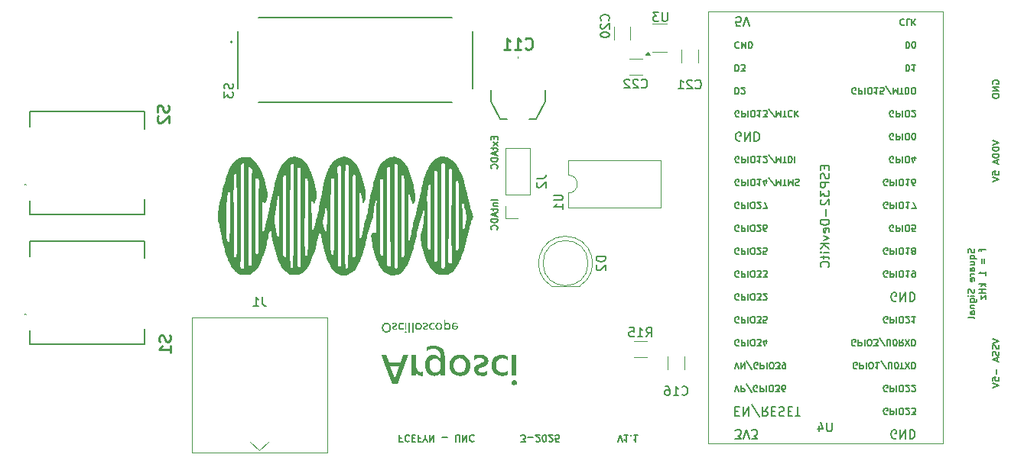
<source format=gbr>
%TF.GenerationSoftware,KiCad,Pcbnew,9.0.1*%
%TF.CreationDate,2025-04-07T11:22:38-03:00*%
%TF.ProjectId,Proyecto integrador 1.1,50726f79-6563-4746-9f20-696e74656772,rev?*%
%TF.SameCoordinates,Original*%
%TF.FileFunction,Legend,Bot*%
%TF.FilePolarity,Positive*%
%FSLAX46Y46*%
G04 Gerber Fmt 4.6, Leading zero omitted, Abs format (unit mm)*
G04 Created by KiCad (PCBNEW 9.0.1) date 2025-04-07 11:22:38*
%MOMM*%
%LPD*%
G01*
G04 APERTURE LIST*
%ADD10C,0.250000*%
%ADD11C,0.150000*%
%ADD12C,0.600000*%
%ADD13C,0.254000*%
%ADD14C,0.120000*%
%ADD15C,0.200000*%
%ADD16C,0.100000*%
%ADD17C,0.127000*%
%ADD18C,0.000000*%
G04 APERTURE END LIST*
D10*
G36*
X134657686Y-100411036D02*
G01*
X134740162Y-100430167D01*
X134813311Y-100460985D01*
X134878531Y-100503446D01*
X134936793Y-100558241D01*
X134985234Y-100621739D01*
X135023308Y-100692577D01*
X135051207Y-100771778D01*
X135068604Y-100860654D01*
X135074668Y-100960753D01*
X135068807Y-101054680D01*
X135051918Y-101138791D01*
X135024694Y-101214459D01*
X134987334Y-101282841D01*
X134939541Y-101344825D01*
X134882375Y-101398449D01*
X134819016Y-101439841D01*
X134748597Y-101469755D01*
X134669863Y-101488247D01*
X134581236Y-101494668D01*
X134486237Y-101487973D01*
X134402466Y-101468768D01*
X134328170Y-101437849D01*
X134261939Y-101395287D01*
X134202782Y-101340429D01*
X134153464Y-101276711D01*
X134114734Y-101205612D01*
X134086371Y-101126100D01*
X134068689Y-101036844D01*
X134063274Y-100948480D01*
X134234473Y-100948480D01*
X134240737Y-101035800D01*
X134258619Y-101111859D01*
X134287279Y-101178464D01*
X134326613Y-101237053D01*
X134366132Y-101277894D01*
X134409812Y-101309121D01*
X134458218Y-101331520D01*
X134512245Y-101345301D01*
X134573054Y-101350076D01*
X134636047Y-101345320D01*
X134690716Y-101331749D01*
X134738450Y-101309967D01*
X134780328Y-101279969D01*
X134817053Y-101241144D01*
X134852902Y-101185074D01*
X134879620Y-101118539D01*
X134896651Y-101039575D01*
X134902721Y-100945793D01*
X134896490Y-100854372D01*
X134878956Y-100777090D01*
X134851319Y-100711630D01*
X134814000Y-100656121D01*
X134765988Y-100609834D01*
X134709789Y-100576738D01*
X134643772Y-100556197D01*
X134565544Y-100548960D01*
X134505584Y-100553725D01*
X134452474Y-100567461D01*
X134405030Y-100589777D01*
X134362349Y-100620892D01*
X134323866Y-100661617D01*
X134285749Y-100719909D01*
X134257930Y-100786154D01*
X134240559Y-100861760D01*
X134234473Y-100948480D01*
X134063274Y-100948480D01*
X134062526Y-100936268D01*
X134068544Y-100842180D01*
X134085877Y-100758098D01*
X134113821Y-100682589D01*
X134152201Y-100614460D01*
X134201378Y-100552807D01*
X134259947Y-100499669D01*
X134324492Y-100458637D01*
X134395855Y-100429002D01*
X134475239Y-100410709D01*
X134564139Y-100404368D01*
X134657686Y-100411036D01*
G37*
G36*
X135220237Y-100595854D02*
G01*
X135293466Y-100556120D01*
X135366553Y-100533099D01*
X135440788Y-100525512D01*
X135503550Y-100530629D01*
X135544972Y-100543639D01*
X135571170Y-100562266D01*
X135586233Y-100586218D01*
X135591486Y-100617287D01*
X135587967Y-100641407D01*
X135577639Y-100662123D01*
X135559856Y-100680362D01*
X135517617Y-100704701D01*
X135417524Y-100745514D01*
X135341361Y-100779272D01*
X135291349Y-100810616D01*
X135260781Y-100839609D01*
X135238666Y-100874856D01*
X135225028Y-100916128D01*
X135220237Y-100964966D01*
X135225844Y-101014667D01*
X135242075Y-101057726D01*
X135269056Y-101095667D01*
X135308225Y-101129342D01*
X135369567Y-101162153D01*
X135441448Y-101182629D01*
X135526273Y-101189853D01*
X135592123Y-101186093D01*
X135654059Y-101175042D01*
X135712630Y-101156880D01*
X135712630Y-101013998D01*
X135652628Y-101044274D01*
X135588126Y-101062500D01*
X135517908Y-101068709D01*
X135460374Y-101061938D01*
X135418440Y-101043613D01*
X135396840Y-101024589D01*
X135384588Y-101003053D01*
X135380460Y-100977972D01*
X135383716Y-100952666D01*
X135392986Y-100932054D01*
X135408365Y-100915019D01*
X135446144Y-100892332D01*
X135537081Y-100854080D01*
X135618880Y-100819833D01*
X135673021Y-100788063D01*
X135706524Y-100758764D01*
X135731366Y-100722853D01*
X135746456Y-100681438D01*
X135751709Y-100632979D01*
X135746066Y-100581904D01*
X135729783Y-100537895D01*
X135702838Y-100499372D01*
X135663904Y-100465429D01*
X135619107Y-100439859D01*
X135566705Y-100420791D01*
X135505368Y-100408669D01*
X135433522Y-100404368D01*
X135353005Y-100409356D01*
X135282386Y-100423594D01*
X135220237Y-100446317D01*
X135220237Y-100595854D01*
G37*
G36*
X136455129Y-100456147D02*
G01*
X136397143Y-100428451D01*
X136326558Y-100410734D01*
X136240561Y-100404368D01*
X136158938Y-100411307D01*
X136088161Y-100431170D01*
X136026254Y-100463300D01*
X135971772Y-100508110D01*
X135927435Y-100562992D01*
X135895572Y-100625449D01*
X135875844Y-100696945D01*
X135868946Y-100779464D01*
X135873801Y-100854995D01*
X135887690Y-100921469D01*
X135909930Y-100980208D01*
X135940297Y-101032310D01*
X135979038Y-101078600D01*
X136025038Y-101117945D01*
X136076485Y-101148652D01*
X136134146Y-101171051D01*
X136199061Y-101184992D01*
X136272496Y-101189853D01*
X136346940Y-101184841D01*
X136406933Y-101171043D01*
X136455129Y-101149797D01*
X136455129Y-101001297D01*
X136399092Y-101034809D01*
X136341442Y-101054374D01*
X136280983Y-101060893D01*
X136226814Y-101056043D01*
X136179706Y-101042122D01*
X136138321Y-101019482D01*
X136101709Y-100987681D01*
X136072483Y-100949261D01*
X136051168Y-100904549D01*
X136037797Y-100852340D01*
X136033077Y-100791065D01*
X136037640Y-100730907D01*
X136050479Y-100680366D01*
X136070798Y-100637757D01*
X136098473Y-100601777D01*
X136133268Y-100572327D01*
X136173404Y-100551129D01*
X136219925Y-100537955D01*
X136274267Y-100533328D01*
X136336195Y-100540201D01*
X136396065Y-100560973D01*
X136455129Y-100596831D01*
X136455129Y-100456147D01*
G37*
G36*
X136607536Y-101436050D02*
G01*
X136614517Y-101473460D01*
X136635013Y-101503278D01*
X136665709Y-101523033D01*
X136704562Y-101529839D01*
X136743000Y-101523093D01*
X136774415Y-101503278D01*
X136795722Y-101473376D01*
X136802930Y-101436050D01*
X136795722Y-101398723D01*
X136774415Y-101368822D01*
X136743000Y-101349006D01*
X136704562Y-101342260D01*
X136666250Y-101349095D01*
X136635319Y-101369127D01*
X136614542Y-101399178D01*
X136607536Y-101436050D01*
G37*
G36*
X136623168Y-100420000D02*
G01*
X136623168Y-101174221D01*
X136783391Y-101174221D01*
X136783391Y-100420000D01*
X136623168Y-100420000D01*
G37*
G36*
X137008094Y-100420000D02*
G01*
X137008094Y-101537655D01*
X137168318Y-101537655D01*
X137168318Y-100420000D01*
X137008094Y-100420000D01*
G37*
G36*
X137393021Y-100420000D02*
G01*
X137393021Y-101537655D01*
X137553244Y-101537655D01*
X137553244Y-100420000D01*
X137393021Y-100420000D01*
G37*
G36*
X138182789Y-100409106D02*
G01*
X138245419Y-100422694D01*
X138301018Y-100444528D01*
X138350598Y-100474474D01*
X138394905Y-100512873D01*
X138440294Y-100570127D01*
X138473175Y-100636257D01*
X138493690Y-100712972D01*
X138500907Y-100802545D01*
X138493956Y-100891835D01*
X138474328Y-100967325D01*
X138443122Y-101031446D01*
X138400401Y-101086050D01*
X138347083Y-101130496D01*
X138284977Y-101162669D01*
X138212364Y-101182765D01*
X138126910Y-101189853D01*
X138053158Y-101185103D01*
X137988554Y-101171540D01*
X137931752Y-101149868D01*
X137881632Y-101120329D01*
X137837360Y-101082691D01*
X137800105Y-101038164D01*
X137770808Y-100987656D01*
X137749276Y-100930309D01*
X137735783Y-100864989D01*
X137731270Y-100793752D01*
X137895184Y-100793752D01*
X137899380Y-100856069D01*
X137911146Y-100908399D01*
X137929621Y-100952394D01*
X137954474Y-100989391D01*
X137986558Y-101020325D01*
X138023952Y-101042404D01*
X138067714Y-101056081D01*
X138119399Y-101060893D01*
X138171419Y-101056266D01*
X138214619Y-101043245D01*
X138250714Y-101022477D01*
X138280905Y-100993726D01*
X138303920Y-100959116D01*
X138321360Y-100916252D01*
X138332677Y-100863400D01*
X138336775Y-100798454D01*
X138331155Y-100720046D01*
X138315966Y-100659772D01*
X138292987Y-100613873D01*
X138262894Y-100579432D01*
X138225171Y-100554632D01*
X138178185Y-100538968D01*
X138119399Y-100533328D01*
X138068638Y-100537943D01*
X138025268Y-100551098D01*
X137987868Y-100572366D01*
X137955451Y-100602144D01*
X137930199Y-100637921D01*
X137911431Y-100680793D01*
X137899462Y-100732155D01*
X137895184Y-100793752D01*
X137731270Y-100793752D01*
X137731053Y-100790333D01*
X137738099Y-100703490D01*
X137758128Y-100629125D01*
X137790245Y-100565019D01*
X137834612Y-100509515D01*
X137889500Y-100464363D01*
X137952820Y-100431777D01*
X138026210Y-100411496D01*
X138111889Y-100404368D01*
X138182789Y-100409106D01*
G37*
G36*
X138641591Y-100595854D02*
G01*
X138714820Y-100556120D01*
X138787907Y-100533099D01*
X138862142Y-100525512D01*
X138924904Y-100530629D01*
X138966326Y-100543639D01*
X138992524Y-100562266D01*
X139007587Y-100586218D01*
X139012840Y-100617287D01*
X139009321Y-100641407D01*
X138998993Y-100662123D01*
X138981210Y-100680362D01*
X138938971Y-100704701D01*
X138838878Y-100745514D01*
X138762715Y-100779272D01*
X138712703Y-100810616D01*
X138682135Y-100839609D01*
X138660020Y-100874856D01*
X138646382Y-100916128D01*
X138641591Y-100964966D01*
X138647198Y-101014667D01*
X138663429Y-101057726D01*
X138690409Y-101095667D01*
X138729579Y-101129342D01*
X138790921Y-101162153D01*
X138862801Y-101182629D01*
X138947627Y-101189853D01*
X139013477Y-101186093D01*
X139075413Y-101175042D01*
X139133984Y-101156880D01*
X139133984Y-101013998D01*
X139073982Y-101044274D01*
X139009480Y-101062500D01*
X138939262Y-101068709D01*
X138881728Y-101061938D01*
X138839794Y-101043613D01*
X138818194Y-101024589D01*
X138805942Y-101003053D01*
X138801814Y-100977972D01*
X138805069Y-100952666D01*
X138814340Y-100932054D01*
X138829719Y-100915019D01*
X138867498Y-100892332D01*
X138958435Y-100854080D01*
X139040234Y-100819833D01*
X139094375Y-100788063D01*
X139127878Y-100758764D01*
X139152719Y-100722853D01*
X139167810Y-100681438D01*
X139173063Y-100632979D01*
X139167419Y-100581904D01*
X139151137Y-100537895D01*
X139124192Y-100499372D01*
X139085258Y-100465429D01*
X139040461Y-100439859D01*
X138988058Y-100420791D01*
X138926721Y-100408669D01*
X138854876Y-100404368D01*
X138774359Y-100409356D01*
X138703740Y-100423594D01*
X138641591Y-100446317D01*
X138641591Y-100595854D01*
G37*
G36*
X139876482Y-100456147D02*
G01*
X139818497Y-100428451D01*
X139747912Y-100410734D01*
X139661915Y-100404368D01*
X139580292Y-100411307D01*
X139509515Y-100431170D01*
X139447608Y-100463300D01*
X139393126Y-100508110D01*
X139348788Y-100562992D01*
X139316926Y-100625449D01*
X139297198Y-100696945D01*
X139290300Y-100779464D01*
X139295155Y-100854995D01*
X139309044Y-100921469D01*
X139331284Y-100980208D01*
X139361651Y-101032310D01*
X139400392Y-101078600D01*
X139446392Y-101117945D01*
X139497839Y-101148652D01*
X139555500Y-101171051D01*
X139620415Y-101184992D01*
X139693850Y-101189853D01*
X139768294Y-101184841D01*
X139828287Y-101171043D01*
X139876482Y-101149797D01*
X139876482Y-101001297D01*
X139820446Y-101034809D01*
X139762796Y-101054374D01*
X139702337Y-101060893D01*
X139648167Y-101056043D01*
X139601060Y-101042122D01*
X139559675Y-101019482D01*
X139523063Y-100987681D01*
X139493837Y-100949261D01*
X139472522Y-100904549D01*
X139459151Y-100852340D01*
X139454431Y-100791065D01*
X139458994Y-100730907D01*
X139471833Y-100680366D01*
X139492152Y-100637757D01*
X139519827Y-100601777D01*
X139554622Y-100572327D01*
X139594758Y-100551129D01*
X139641279Y-100537955D01*
X139695621Y-100533328D01*
X139757549Y-100540201D01*
X139817419Y-100560973D01*
X139876482Y-100596831D01*
X139876482Y-100456147D01*
G37*
G36*
X140449363Y-100409106D02*
G01*
X140511993Y-100422694D01*
X140567591Y-100444528D01*
X140617172Y-100474474D01*
X140661479Y-100512873D01*
X140706868Y-100570127D01*
X140739749Y-100636257D01*
X140760263Y-100712972D01*
X140767480Y-100802545D01*
X140760530Y-100891835D01*
X140740902Y-100967325D01*
X140709696Y-101031446D01*
X140666974Y-101086050D01*
X140613656Y-101130496D01*
X140551551Y-101162669D01*
X140478938Y-101182765D01*
X140393483Y-101189853D01*
X140319732Y-101185103D01*
X140255128Y-101171540D01*
X140198325Y-101149868D01*
X140148206Y-101120329D01*
X140103934Y-101082691D01*
X140066679Y-101038164D01*
X140037382Y-100987656D01*
X140015850Y-100930309D01*
X140002357Y-100864989D01*
X139997844Y-100793752D01*
X140161758Y-100793752D01*
X140165953Y-100856069D01*
X140177719Y-100908399D01*
X140196195Y-100952394D01*
X140221048Y-100989391D01*
X140253132Y-101020325D01*
X140290526Y-101042404D01*
X140334288Y-101056081D01*
X140385973Y-101060893D01*
X140437993Y-101056266D01*
X140481192Y-101043245D01*
X140517287Y-101022477D01*
X140547479Y-100993726D01*
X140570493Y-100959116D01*
X140587933Y-100916252D01*
X140599251Y-100863400D01*
X140603349Y-100798454D01*
X140597729Y-100720046D01*
X140582539Y-100659772D01*
X140559561Y-100613873D01*
X140529467Y-100579432D01*
X140491744Y-100554632D01*
X140444759Y-100538968D01*
X140385973Y-100533328D01*
X140335211Y-100537943D01*
X140291842Y-100551098D01*
X140254442Y-100572366D01*
X140222025Y-100602144D01*
X140196772Y-100637921D01*
X140178005Y-100680793D01*
X140166036Y-100732155D01*
X140161758Y-100793752D01*
X139997844Y-100793752D01*
X139997627Y-100790333D01*
X140004672Y-100703490D01*
X140024701Y-100629125D01*
X140056818Y-100565019D01*
X140101186Y-100509515D01*
X140156074Y-100464363D01*
X140219394Y-100431777D01*
X140292783Y-100411496D01*
X140378463Y-100404368D01*
X140449363Y-100409106D01*
G37*
G36*
X141103558Y-100524474D02*
G01*
X141106978Y-100524474D01*
X141140673Y-100480506D01*
X141178724Y-100447389D01*
X141221605Y-100423850D01*
X141270281Y-100409397D01*
X141326125Y-100404368D01*
X141388088Y-100409171D01*
X141443084Y-100423019D01*
X141492290Y-100445500D01*
X141536619Y-100476789D01*
X141576657Y-100517636D01*
X141616179Y-100576317D01*
X141645305Y-100644790D01*
X141663694Y-100724864D01*
X141670202Y-100818787D01*
X141664388Y-100904503D01*
X141648042Y-100976848D01*
X141622304Y-101038014D01*
X141587587Y-101089774D01*
X141542837Y-101133254D01*
X141491173Y-101164139D01*
X141431222Y-101183180D01*
X141360929Y-101189853D01*
X141296293Y-101183867D01*
X141239941Y-101166644D01*
X141190250Y-101138525D01*
X141146100Y-101098819D01*
X141106978Y-101045872D01*
X141103558Y-101045872D01*
X141103558Y-101174221D01*
X140943335Y-101174221D01*
X140943335Y-100738431D01*
X141102215Y-100738431D01*
X141102215Y-100827458D01*
X141109079Y-100892694D01*
X141128667Y-100947738D01*
X141160650Y-100994764D01*
X141192072Y-101023762D01*
X141227104Y-101044168D01*
X141266493Y-101056593D01*
X141311348Y-101060893D01*
X141356422Y-101056649D01*
X141394504Y-101044592D01*
X141426980Y-101025123D01*
X141454780Y-100997817D01*
X141481971Y-100952968D01*
X141499601Y-100894736D01*
X141506071Y-100819398D01*
X141502061Y-100751370D01*
X141490903Y-100694847D01*
X141473594Y-100647985D01*
X141450689Y-100609227D01*
X141420178Y-100575996D01*
X141384786Y-100552645D01*
X141343553Y-100538337D01*
X141294923Y-100533328D01*
X141241931Y-100540052D01*
X141196534Y-100559562D01*
X141156864Y-100592374D01*
X141126703Y-100634473D01*
X141108514Y-100682572D01*
X141102215Y-100738431D01*
X140943335Y-100738431D01*
X140943335Y-100072198D01*
X141103558Y-100072198D01*
X141103558Y-100524474D01*
G37*
G36*
X142241526Y-100409076D02*
G01*
X142312108Y-100422320D01*
X142372235Y-100443086D01*
X142423447Y-100470802D01*
X142423447Y-100603670D01*
X142370501Y-100570941D01*
X142315512Y-100547914D01*
X142257875Y-100534092D01*
X142196851Y-100529420D01*
X142135073Y-100534675D01*
X142085762Y-100549189D01*
X142046374Y-100571861D01*
X142015098Y-100602701D01*
X141991046Y-100642821D01*
X141974365Y-100694300D01*
X141966224Y-100759986D01*
X142482065Y-100759986D01*
X142482065Y-100834296D01*
X142476096Y-100917336D01*
X142459331Y-100987042D01*
X142432905Y-101045692D01*
X142397130Y-101095087D01*
X142351695Y-101135672D01*
X142298132Y-101165007D01*
X142234815Y-101183359D01*
X142159481Y-101189853D01*
X142085065Y-101182632D01*
X142018737Y-101161630D01*
X141958787Y-101126899D01*
X141904064Y-101077257D01*
X141860108Y-101018235D01*
X141828469Y-100951851D01*
X141808909Y-100876715D01*
X141808639Y-100873314D01*
X141966896Y-100873314D01*
X141980491Y-100928802D01*
X142002620Y-100974584D01*
X142033086Y-101012349D01*
X142071263Y-101041759D01*
X142112726Y-101058977D01*
X142158810Y-101064801D01*
X142209747Y-101058840D01*
X142249900Y-101042195D01*
X142281786Y-101015280D01*
X142304837Y-100979837D01*
X142319906Y-100933546D01*
X142325750Y-100873314D01*
X141966896Y-100873314D01*
X141808639Y-100873314D01*
X141802093Y-100791004D01*
X141808770Y-100699435D01*
X141827475Y-100623104D01*
X141856893Y-100559353D01*
X141896676Y-100506095D01*
X141947077Y-100462572D01*
X142006274Y-100431060D01*
X142076013Y-100411341D01*
X142158688Y-100404368D01*
X142241526Y-100409076D01*
G37*
D11*
X136277255Y-113242442D02*
X136027255Y-113242442D01*
X136027255Y-112849585D02*
X136027255Y-113599585D01*
X136027255Y-113599585D02*
X136384398Y-113599585D01*
X137098683Y-112921014D02*
X137062969Y-112885300D01*
X137062969Y-112885300D02*
X136955826Y-112849585D01*
X136955826Y-112849585D02*
X136884398Y-112849585D01*
X136884398Y-112849585D02*
X136777255Y-112885300D01*
X136777255Y-112885300D02*
X136705826Y-112956728D01*
X136705826Y-112956728D02*
X136670112Y-113028157D01*
X136670112Y-113028157D02*
X136634398Y-113171014D01*
X136634398Y-113171014D02*
X136634398Y-113278157D01*
X136634398Y-113278157D02*
X136670112Y-113421014D01*
X136670112Y-113421014D02*
X136705826Y-113492442D01*
X136705826Y-113492442D02*
X136777255Y-113563871D01*
X136777255Y-113563871D02*
X136884398Y-113599585D01*
X136884398Y-113599585D02*
X136955826Y-113599585D01*
X136955826Y-113599585D02*
X137062969Y-113563871D01*
X137062969Y-113563871D02*
X137098683Y-113528157D01*
X137420112Y-113242442D02*
X137670112Y-113242442D01*
X137777255Y-112849585D02*
X137420112Y-112849585D01*
X137420112Y-112849585D02*
X137420112Y-113599585D01*
X137420112Y-113599585D02*
X137777255Y-113599585D01*
X138348683Y-113242442D02*
X138098683Y-113242442D01*
X138098683Y-112849585D02*
X138098683Y-113599585D01*
X138098683Y-113599585D02*
X138455826Y-113599585D01*
X138884397Y-113206728D02*
X138884397Y-112849585D01*
X138634397Y-113599585D02*
X138884397Y-113206728D01*
X138884397Y-113206728D02*
X139134397Y-113599585D01*
X139384397Y-112849585D02*
X139384397Y-113599585D01*
X139384397Y-113599585D02*
X139812968Y-112849585D01*
X139812968Y-112849585D02*
X139812968Y-113599585D01*
X140741540Y-113135300D02*
X141312969Y-113135300D01*
X142241540Y-113599585D02*
X142241540Y-112992442D01*
X142241540Y-112992442D02*
X142277254Y-112921014D01*
X142277254Y-112921014D02*
X142312969Y-112885300D01*
X142312969Y-112885300D02*
X142384397Y-112849585D01*
X142384397Y-112849585D02*
X142527254Y-112849585D01*
X142527254Y-112849585D02*
X142598683Y-112885300D01*
X142598683Y-112885300D02*
X142634397Y-112921014D01*
X142634397Y-112921014D02*
X142670111Y-112992442D01*
X142670111Y-112992442D02*
X142670111Y-113599585D01*
X143027254Y-112849585D02*
X143027254Y-113599585D01*
X143027254Y-113599585D02*
X143455825Y-112849585D01*
X143455825Y-112849585D02*
X143455825Y-113599585D01*
X144241539Y-112921014D02*
X144205825Y-112885300D01*
X144205825Y-112885300D02*
X144098682Y-112849585D01*
X144098682Y-112849585D02*
X144027254Y-112849585D01*
X144027254Y-112849585D02*
X143920111Y-112885300D01*
X143920111Y-112885300D02*
X143848682Y-112956728D01*
X143848682Y-112956728D02*
X143812968Y-113028157D01*
X143812968Y-113028157D02*
X143777254Y-113171014D01*
X143777254Y-113171014D02*
X143777254Y-113278157D01*
X143777254Y-113278157D02*
X143812968Y-113421014D01*
X143812968Y-113421014D02*
X143848682Y-113492442D01*
X143848682Y-113492442D02*
X143920111Y-113563871D01*
X143920111Y-113563871D02*
X144027254Y-113599585D01*
X144027254Y-113599585D02*
X144098682Y-113599585D01*
X144098682Y-113599585D02*
X144205825Y-113563871D01*
X144205825Y-113563871D02*
X144241539Y-113528157D01*
X199657242Y-92241541D02*
X199692956Y-92348684D01*
X199692956Y-92348684D02*
X199692956Y-92527255D01*
X199692956Y-92527255D02*
X199657242Y-92598684D01*
X199657242Y-92598684D02*
X199621527Y-92634398D01*
X199621527Y-92634398D02*
X199550099Y-92670112D01*
X199550099Y-92670112D02*
X199478670Y-92670112D01*
X199478670Y-92670112D02*
X199407242Y-92634398D01*
X199407242Y-92634398D02*
X199371527Y-92598684D01*
X199371527Y-92598684D02*
X199335813Y-92527255D01*
X199335813Y-92527255D02*
X199300099Y-92384398D01*
X199300099Y-92384398D02*
X199264384Y-92312969D01*
X199264384Y-92312969D02*
X199228670Y-92277255D01*
X199228670Y-92277255D02*
X199157242Y-92241541D01*
X199157242Y-92241541D02*
X199085813Y-92241541D01*
X199085813Y-92241541D02*
X199014384Y-92277255D01*
X199014384Y-92277255D02*
X198978670Y-92312969D01*
X198978670Y-92312969D02*
X198942956Y-92384398D01*
X198942956Y-92384398D02*
X198942956Y-92562969D01*
X198942956Y-92562969D02*
X198978670Y-92670112D01*
X199192956Y-93312970D02*
X199942956Y-93312970D01*
X199657242Y-93312970D02*
X199692956Y-93241541D01*
X199692956Y-93241541D02*
X199692956Y-93098684D01*
X199692956Y-93098684D02*
X199657242Y-93027255D01*
X199657242Y-93027255D02*
X199621527Y-92991541D01*
X199621527Y-92991541D02*
X199550099Y-92955827D01*
X199550099Y-92955827D02*
X199335813Y-92955827D01*
X199335813Y-92955827D02*
X199264384Y-92991541D01*
X199264384Y-92991541D02*
X199228670Y-93027255D01*
X199228670Y-93027255D02*
X199192956Y-93098684D01*
X199192956Y-93098684D02*
X199192956Y-93241541D01*
X199192956Y-93241541D02*
X199228670Y-93312970D01*
X199192956Y-93991541D02*
X199692956Y-93991541D01*
X199192956Y-93670112D02*
X199585813Y-93670112D01*
X199585813Y-93670112D02*
X199657242Y-93705826D01*
X199657242Y-93705826D02*
X199692956Y-93777255D01*
X199692956Y-93777255D02*
X199692956Y-93884398D01*
X199692956Y-93884398D02*
X199657242Y-93955826D01*
X199657242Y-93955826D02*
X199621527Y-93991541D01*
X199692956Y-94670112D02*
X199300099Y-94670112D01*
X199300099Y-94670112D02*
X199228670Y-94634397D01*
X199228670Y-94634397D02*
X199192956Y-94562969D01*
X199192956Y-94562969D02*
X199192956Y-94420112D01*
X199192956Y-94420112D02*
X199228670Y-94348683D01*
X199657242Y-94670112D02*
X199692956Y-94598683D01*
X199692956Y-94598683D02*
X199692956Y-94420112D01*
X199692956Y-94420112D02*
X199657242Y-94348683D01*
X199657242Y-94348683D02*
X199585813Y-94312969D01*
X199585813Y-94312969D02*
X199514384Y-94312969D01*
X199514384Y-94312969D02*
X199442956Y-94348683D01*
X199442956Y-94348683D02*
X199407242Y-94420112D01*
X199407242Y-94420112D02*
X199407242Y-94598683D01*
X199407242Y-94598683D02*
X199371527Y-94670112D01*
X199692956Y-95027254D02*
X199192956Y-95027254D01*
X199335813Y-95027254D02*
X199264384Y-95062968D01*
X199264384Y-95062968D02*
X199228670Y-95098683D01*
X199228670Y-95098683D02*
X199192956Y-95170111D01*
X199192956Y-95170111D02*
X199192956Y-95241540D01*
X199657242Y-95777254D02*
X199692956Y-95705826D01*
X199692956Y-95705826D02*
X199692956Y-95562969D01*
X199692956Y-95562969D02*
X199657242Y-95491540D01*
X199657242Y-95491540D02*
X199585813Y-95455826D01*
X199585813Y-95455826D02*
X199300099Y-95455826D01*
X199300099Y-95455826D02*
X199228670Y-95491540D01*
X199228670Y-95491540D02*
X199192956Y-95562969D01*
X199192956Y-95562969D02*
X199192956Y-95705826D01*
X199192956Y-95705826D02*
X199228670Y-95777254D01*
X199228670Y-95777254D02*
X199300099Y-95812969D01*
X199300099Y-95812969D02*
X199371527Y-95812969D01*
X199371527Y-95812969D02*
X199442956Y-95455826D01*
X199657242Y-96670112D02*
X199692956Y-96777255D01*
X199692956Y-96777255D02*
X199692956Y-96955826D01*
X199692956Y-96955826D02*
X199657242Y-97027255D01*
X199657242Y-97027255D02*
X199621527Y-97062969D01*
X199621527Y-97062969D02*
X199550099Y-97098683D01*
X199550099Y-97098683D02*
X199478670Y-97098683D01*
X199478670Y-97098683D02*
X199407242Y-97062969D01*
X199407242Y-97062969D02*
X199371527Y-97027255D01*
X199371527Y-97027255D02*
X199335813Y-96955826D01*
X199335813Y-96955826D02*
X199300099Y-96812969D01*
X199300099Y-96812969D02*
X199264384Y-96741540D01*
X199264384Y-96741540D02*
X199228670Y-96705826D01*
X199228670Y-96705826D02*
X199157242Y-96670112D01*
X199157242Y-96670112D02*
X199085813Y-96670112D01*
X199085813Y-96670112D02*
X199014384Y-96705826D01*
X199014384Y-96705826D02*
X198978670Y-96741540D01*
X198978670Y-96741540D02*
X198942956Y-96812969D01*
X198942956Y-96812969D02*
X198942956Y-96991540D01*
X198942956Y-96991540D02*
X198978670Y-97098683D01*
X199692956Y-97420112D02*
X199192956Y-97420112D01*
X198942956Y-97420112D02*
X198978670Y-97384398D01*
X198978670Y-97384398D02*
X199014384Y-97420112D01*
X199014384Y-97420112D02*
X198978670Y-97455826D01*
X198978670Y-97455826D02*
X198942956Y-97420112D01*
X198942956Y-97420112D02*
X199014384Y-97420112D01*
X199192956Y-98098684D02*
X199800099Y-98098684D01*
X199800099Y-98098684D02*
X199871527Y-98062969D01*
X199871527Y-98062969D02*
X199907242Y-98027255D01*
X199907242Y-98027255D02*
X199942956Y-97955826D01*
X199942956Y-97955826D02*
X199942956Y-97848684D01*
X199942956Y-97848684D02*
X199907242Y-97777255D01*
X199657242Y-98098684D02*
X199692956Y-98027255D01*
X199692956Y-98027255D02*
X199692956Y-97884398D01*
X199692956Y-97884398D02*
X199657242Y-97812969D01*
X199657242Y-97812969D02*
X199621527Y-97777255D01*
X199621527Y-97777255D02*
X199550099Y-97741541D01*
X199550099Y-97741541D02*
X199335813Y-97741541D01*
X199335813Y-97741541D02*
X199264384Y-97777255D01*
X199264384Y-97777255D02*
X199228670Y-97812969D01*
X199228670Y-97812969D02*
X199192956Y-97884398D01*
X199192956Y-97884398D02*
X199192956Y-98027255D01*
X199192956Y-98027255D02*
X199228670Y-98098684D01*
X199192956Y-98455826D02*
X199692956Y-98455826D01*
X199264384Y-98455826D02*
X199228670Y-98491540D01*
X199228670Y-98491540D02*
X199192956Y-98562969D01*
X199192956Y-98562969D02*
X199192956Y-98670112D01*
X199192956Y-98670112D02*
X199228670Y-98741540D01*
X199228670Y-98741540D02*
X199300099Y-98777255D01*
X199300099Y-98777255D02*
X199692956Y-98777255D01*
X199692956Y-99455826D02*
X199300099Y-99455826D01*
X199300099Y-99455826D02*
X199228670Y-99420111D01*
X199228670Y-99420111D02*
X199192956Y-99348683D01*
X199192956Y-99348683D02*
X199192956Y-99205826D01*
X199192956Y-99205826D02*
X199228670Y-99134397D01*
X199657242Y-99455826D02*
X199692956Y-99384397D01*
X199692956Y-99384397D02*
X199692956Y-99205826D01*
X199692956Y-99205826D02*
X199657242Y-99134397D01*
X199657242Y-99134397D02*
X199585813Y-99098683D01*
X199585813Y-99098683D02*
X199514384Y-99098683D01*
X199514384Y-99098683D02*
X199442956Y-99134397D01*
X199442956Y-99134397D02*
X199407242Y-99205826D01*
X199407242Y-99205826D02*
X199407242Y-99384397D01*
X199407242Y-99384397D02*
X199371527Y-99455826D01*
X199692956Y-99920111D02*
X199657242Y-99848682D01*
X199657242Y-99848682D02*
X199585813Y-99812968D01*
X199585813Y-99812968D02*
X198942956Y-99812968D01*
X200400414Y-92170112D02*
X200400414Y-92455826D01*
X200900414Y-92277255D02*
X200257557Y-92277255D01*
X200257557Y-92277255D02*
X200186128Y-92312969D01*
X200186128Y-92312969D02*
X200150414Y-92384398D01*
X200150414Y-92384398D02*
X200150414Y-92455826D01*
X200507557Y-93277255D02*
X200507557Y-93848684D01*
X200721842Y-93848684D02*
X200721842Y-93277255D01*
X200900414Y-95170112D02*
X200900414Y-94741541D01*
X200900414Y-94955826D02*
X200150414Y-94955826D01*
X200150414Y-94955826D02*
X200257557Y-94884398D01*
X200257557Y-94884398D02*
X200328985Y-94812969D01*
X200328985Y-94812969D02*
X200364700Y-94741541D01*
X200900414Y-96062970D02*
X200150414Y-96062970D01*
X200614700Y-96134399D02*
X200900414Y-96348684D01*
X200400414Y-96348684D02*
X200686128Y-96062970D01*
X200900414Y-96670113D02*
X200150414Y-96670113D01*
X200507557Y-96670113D02*
X200507557Y-97098684D01*
X200900414Y-97098684D02*
X200150414Y-97098684D01*
X200400414Y-97384398D02*
X200400414Y-97777256D01*
X200400414Y-97777256D02*
X200900414Y-97384398D01*
X200900414Y-97384398D02*
X200900414Y-97777256D01*
X201650414Y-80170112D02*
X202400414Y-80420112D01*
X202400414Y-80420112D02*
X201650414Y-80670112D01*
X202400414Y-80920112D02*
X201650414Y-80920112D01*
X201650414Y-80920112D02*
X201650414Y-81098683D01*
X201650414Y-81098683D02*
X201686128Y-81205826D01*
X201686128Y-81205826D02*
X201757557Y-81277255D01*
X201757557Y-81277255D02*
X201828985Y-81312969D01*
X201828985Y-81312969D02*
X201971842Y-81348683D01*
X201971842Y-81348683D02*
X202078985Y-81348683D01*
X202078985Y-81348683D02*
X202221842Y-81312969D01*
X202221842Y-81312969D02*
X202293271Y-81277255D01*
X202293271Y-81277255D02*
X202364700Y-81205826D01*
X202364700Y-81205826D02*
X202400414Y-81098683D01*
X202400414Y-81098683D02*
X202400414Y-80920112D01*
X202400414Y-81670112D02*
X201650414Y-81670112D01*
X201650414Y-81670112D02*
X201650414Y-81848683D01*
X201650414Y-81848683D02*
X201686128Y-81955826D01*
X201686128Y-81955826D02*
X201757557Y-82027255D01*
X201757557Y-82027255D02*
X201828985Y-82062969D01*
X201828985Y-82062969D02*
X201971842Y-82098683D01*
X201971842Y-82098683D02*
X202078985Y-82098683D01*
X202078985Y-82098683D02*
X202221842Y-82062969D01*
X202221842Y-82062969D02*
X202293271Y-82027255D01*
X202293271Y-82027255D02*
X202364700Y-81955826D01*
X202364700Y-81955826D02*
X202400414Y-81848683D01*
X202400414Y-81848683D02*
X202400414Y-81670112D01*
X202186128Y-82384398D02*
X202186128Y-82741541D01*
X202400414Y-82312969D02*
X201650414Y-82562969D01*
X201650414Y-82562969D02*
X202400414Y-82812969D01*
X201650414Y-83991541D02*
X201650414Y-83634398D01*
X201650414Y-83634398D02*
X202007557Y-83598684D01*
X202007557Y-83598684D02*
X201971842Y-83634398D01*
X201971842Y-83634398D02*
X201936128Y-83705827D01*
X201936128Y-83705827D02*
X201936128Y-83884398D01*
X201936128Y-83884398D02*
X201971842Y-83955827D01*
X201971842Y-83955827D02*
X202007557Y-83991541D01*
X202007557Y-83991541D02*
X202078985Y-84027255D01*
X202078985Y-84027255D02*
X202257557Y-84027255D01*
X202257557Y-84027255D02*
X202328985Y-83991541D01*
X202328985Y-83991541D02*
X202364700Y-83955827D01*
X202364700Y-83955827D02*
X202400414Y-83884398D01*
X202400414Y-83884398D02*
X202400414Y-83705827D01*
X202400414Y-83705827D02*
X202364700Y-83634398D01*
X202364700Y-83634398D02*
X202328985Y-83598684D01*
X201650414Y-84241541D02*
X202400414Y-84491541D01*
X202400414Y-84491541D02*
X201650414Y-84741541D01*
X149455826Y-113599585D02*
X149920112Y-113599585D01*
X149920112Y-113599585D02*
X149670112Y-113313871D01*
X149670112Y-113313871D02*
X149777255Y-113313871D01*
X149777255Y-113313871D02*
X149848684Y-113278157D01*
X149848684Y-113278157D02*
X149884398Y-113242442D01*
X149884398Y-113242442D02*
X149920112Y-113171014D01*
X149920112Y-113171014D02*
X149920112Y-112992442D01*
X149920112Y-112992442D02*
X149884398Y-112921014D01*
X149884398Y-112921014D02*
X149848684Y-112885300D01*
X149848684Y-112885300D02*
X149777255Y-112849585D01*
X149777255Y-112849585D02*
X149562969Y-112849585D01*
X149562969Y-112849585D02*
X149491541Y-112885300D01*
X149491541Y-112885300D02*
X149455826Y-112921014D01*
X150241541Y-113135300D02*
X150812970Y-113135300D01*
X151134398Y-113528157D02*
X151170112Y-113563871D01*
X151170112Y-113563871D02*
X151241541Y-113599585D01*
X151241541Y-113599585D02*
X151420112Y-113599585D01*
X151420112Y-113599585D02*
X151491541Y-113563871D01*
X151491541Y-113563871D02*
X151527255Y-113528157D01*
X151527255Y-113528157D02*
X151562969Y-113456728D01*
X151562969Y-113456728D02*
X151562969Y-113385300D01*
X151562969Y-113385300D02*
X151527255Y-113278157D01*
X151527255Y-113278157D02*
X151098683Y-112849585D01*
X151098683Y-112849585D02*
X151562969Y-112849585D01*
X152027255Y-113599585D02*
X152098684Y-113599585D01*
X152098684Y-113599585D02*
X152170112Y-113563871D01*
X152170112Y-113563871D02*
X152205827Y-113528157D01*
X152205827Y-113528157D02*
X152241541Y-113456728D01*
X152241541Y-113456728D02*
X152277255Y-113313871D01*
X152277255Y-113313871D02*
X152277255Y-113135300D01*
X152277255Y-113135300D02*
X152241541Y-112992442D01*
X152241541Y-112992442D02*
X152205827Y-112921014D01*
X152205827Y-112921014D02*
X152170112Y-112885300D01*
X152170112Y-112885300D02*
X152098684Y-112849585D01*
X152098684Y-112849585D02*
X152027255Y-112849585D01*
X152027255Y-112849585D02*
X151955827Y-112885300D01*
X151955827Y-112885300D02*
X151920112Y-112921014D01*
X151920112Y-112921014D02*
X151884398Y-112992442D01*
X151884398Y-112992442D02*
X151848684Y-113135300D01*
X151848684Y-113135300D02*
X151848684Y-113313871D01*
X151848684Y-113313871D02*
X151884398Y-113456728D01*
X151884398Y-113456728D02*
X151920112Y-113528157D01*
X151920112Y-113528157D02*
X151955827Y-113563871D01*
X151955827Y-113563871D02*
X152027255Y-113599585D01*
X152562970Y-113528157D02*
X152598684Y-113563871D01*
X152598684Y-113563871D02*
X152670113Y-113599585D01*
X152670113Y-113599585D02*
X152848684Y-113599585D01*
X152848684Y-113599585D02*
X152920113Y-113563871D01*
X152920113Y-113563871D02*
X152955827Y-113528157D01*
X152955827Y-113528157D02*
X152991541Y-113456728D01*
X152991541Y-113456728D02*
X152991541Y-113385300D01*
X152991541Y-113385300D02*
X152955827Y-113278157D01*
X152955827Y-113278157D02*
X152527255Y-112849585D01*
X152527255Y-112849585D02*
X152991541Y-112849585D01*
X153670113Y-113599585D02*
X153312970Y-113599585D01*
X153312970Y-113599585D02*
X153277256Y-113242442D01*
X153277256Y-113242442D02*
X153312970Y-113278157D01*
X153312970Y-113278157D02*
X153384399Y-113313871D01*
X153384399Y-113313871D02*
X153562970Y-113313871D01*
X153562970Y-113313871D02*
X153634399Y-113278157D01*
X153634399Y-113278157D02*
X153670113Y-113242442D01*
X153670113Y-113242442D02*
X153705827Y-113171014D01*
X153705827Y-113171014D02*
X153705827Y-112992442D01*
X153705827Y-112992442D02*
X153670113Y-112921014D01*
X153670113Y-112921014D02*
X153634399Y-112885300D01*
X153634399Y-112885300D02*
X153562970Y-112849585D01*
X153562970Y-112849585D02*
X153384399Y-112849585D01*
X153384399Y-112849585D02*
X153312970Y-112885300D01*
X153312970Y-112885300D02*
X153277256Y-112921014D01*
X146507557Y-79777255D02*
X146507557Y-80027255D01*
X146900414Y-80134398D02*
X146900414Y-79777255D01*
X146900414Y-79777255D02*
X146150414Y-79777255D01*
X146150414Y-79777255D02*
X146150414Y-80134398D01*
X146900414Y-80384397D02*
X146400414Y-80777255D01*
X146400414Y-80384397D02*
X146900414Y-80777255D01*
X146400414Y-80955826D02*
X146400414Y-81241540D01*
X146150414Y-81062969D02*
X146793271Y-81062969D01*
X146793271Y-81062969D02*
X146864700Y-81098683D01*
X146864700Y-81098683D02*
X146900414Y-81170112D01*
X146900414Y-81170112D02*
X146900414Y-81241540D01*
X146686128Y-81455826D02*
X146686128Y-81812969D01*
X146900414Y-81384397D02*
X146150414Y-81634397D01*
X146150414Y-81634397D02*
X146900414Y-81884397D01*
X146900414Y-82134397D02*
X146150414Y-82134397D01*
X146150414Y-82134397D02*
X146150414Y-82312968D01*
X146150414Y-82312968D02*
X146186128Y-82420111D01*
X146186128Y-82420111D02*
X146257557Y-82491540D01*
X146257557Y-82491540D02*
X146328985Y-82527254D01*
X146328985Y-82527254D02*
X146471842Y-82562968D01*
X146471842Y-82562968D02*
X146578985Y-82562968D01*
X146578985Y-82562968D02*
X146721842Y-82527254D01*
X146721842Y-82527254D02*
X146793271Y-82491540D01*
X146793271Y-82491540D02*
X146864700Y-82420111D01*
X146864700Y-82420111D02*
X146900414Y-82312968D01*
X146900414Y-82312968D02*
X146900414Y-82134397D01*
X146828985Y-83312968D02*
X146864700Y-83277254D01*
X146864700Y-83277254D02*
X146900414Y-83170111D01*
X146900414Y-83170111D02*
X146900414Y-83098683D01*
X146900414Y-83098683D02*
X146864700Y-82991540D01*
X146864700Y-82991540D02*
X146793271Y-82920111D01*
X146793271Y-82920111D02*
X146721842Y-82884397D01*
X146721842Y-82884397D02*
X146578985Y-82848683D01*
X146578985Y-82848683D02*
X146471842Y-82848683D01*
X146471842Y-82848683D02*
X146328985Y-82884397D01*
X146328985Y-82884397D02*
X146257557Y-82920111D01*
X146257557Y-82920111D02*
X146186128Y-82991540D01*
X146186128Y-82991540D02*
X146150414Y-83098683D01*
X146150414Y-83098683D02*
X146150414Y-83170111D01*
X146150414Y-83170111D02*
X146186128Y-83277254D01*
X146186128Y-83277254D02*
X146221842Y-83312968D01*
D12*
G36*
X134855460Y-104830655D02*
G01*
X136131324Y-104830655D01*
X136429727Y-104010000D01*
X136969016Y-104010000D01*
X135781995Y-107187110D01*
X135230983Y-107187110D01*
X134496697Y-105240983D01*
X134995045Y-105240983D01*
X135435781Y-106504574D01*
X135463745Y-106605739D01*
X135486889Y-106741612D01*
X135501360Y-106741612D01*
X135550453Y-106500361D01*
X135993204Y-105240983D01*
X134995045Y-105240983D01*
X134496697Y-105240983D01*
X134032240Y-104010000D01*
X134571528Y-104010000D01*
X134855460Y-104830655D01*
G37*
G36*
X138644949Y-105815992D02*
G01*
X138526851Y-105866838D01*
X138362116Y-105885785D01*
X138250832Y-105872968D01*
X138152612Y-105835553D01*
X138064267Y-105772790D01*
X137984028Y-105680987D01*
X137906832Y-105537564D01*
X137857371Y-105359530D01*
X137839497Y-105138401D01*
X137839497Y-104010000D01*
X137358827Y-104010000D01*
X137358827Y-106272665D01*
X137839497Y-106272665D01*
X137839497Y-105824235D01*
X137849755Y-105824235D01*
X137934469Y-106015151D01*
X138035290Y-106151630D01*
X138151545Y-106244572D01*
X138285939Y-106300256D01*
X138444181Y-106319560D01*
X138564066Y-106311392D01*
X138644949Y-106290617D01*
X138644949Y-105815992D01*
G37*
G36*
X140040591Y-102961559D02*
G01*
X140278563Y-103012808D01*
X140475224Y-103092494D01*
X140637401Y-103198533D01*
X140770086Y-103331308D01*
X140876077Y-103493635D01*
X140955744Y-103690523D01*
X141006988Y-103928813D01*
X141025401Y-104216812D01*
X141025401Y-106272665D01*
X140544731Y-106272665D01*
X140544731Y-105967484D01*
X140536671Y-105967484D01*
X140440870Y-106094883D01*
X140329569Y-106191681D01*
X140201012Y-106261220D01*
X140051806Y-106304394D01*
X139877215Y-106319560D01*
X139692117Y-106305216D01*
X139527547Y-106263830D01*
X139380030Y-106196593D01*
X139246876Y-106102957D01*
X139126352Y-105980673D01*
X139007639Y-105805174D01*
X138919961Y-105599260D01*
X138864478Y-105357249D01*
X138846507Y-105096819D01*
X139337194Y-105096819D01*
X139349469Y-105295149D01*
X139383688Y-105460161D01*
X139436934Y-105597282D01*
X139507737Y-105711029D01*
X139601156Y-105808177D01*
X139708064Y-105876423D01*
X139831148Y-105918135D01*
X139974668Y-105932679D01*
X140129337Y-105912913D01*
X140263847Y-105855197D01*
X140383347Y-105757557D01*
X140475325Y-105632746D01*
X140530140Y-105493049D01*
X140548944Y-105333674D01*
X140548944Y-105056336D01*
X140528612Y-104859059D01*
X140470644Y-104692570D01*
X140376203Y-104550387D01*
X140283092Y-104462235D01*
X140179627Y-104400449D01*
X140063629Y-104362943D01*
X139931803Y-104349986D01*
X139802359Y-104363147D01*
X139689468Y-104401158D01*
X139589623Y-104463769D01*
X139500593Y-104553318D01*
X139412831Y-104697361D01*
X139357205Y-104875576D01*
X139337194Y-105096819D01*
X138846507Y-105096819D01*
X138844801Y-105072090D01*
X138862657Y-104820104D01*
X138913112Y-104605524D01*
X138993095Y-104422184D01*
X139101805Y-104265172D01*
X139240560Y-104133256D01*
X139397864Y-104040052D01*
X139577448Y-103982976D01*
X139784891Y-103963105D01*
X139980690Y-103980785D01*
X140149373Y-104031353D01*
X140296130Y-104113340D01*
X140424590Y-104228320D01*
X140536488Y-104380760D01*
X140544731Y-104380760D01*
X140544731Y-104151966D01*
X140525511Y-103913827D01*
X140473030Y-103727956D01*
X140392251Y-103583450D01*
X140284012Y-103472324D01*
X140144934Y-103390334D01*
X139967882Y-103337537D01*
X139742759Y-103318304D01*
X139514600Y-103340298D01*
X139275280Y-103408701D01*
X139020655Y-103529330D01*
X139020655Y-103089692D01*
X139226246Y-103010998D01*
X139468132Y-102960940D01*
X139753018Y-102943147D01*
X140040591Y-102961559D01*
G37*
G36*
X142887656Y-103977319D02*
G01*
X143075548Y-104018082D01*
X143242342Y-104083585D01*
X143391085Y-104173424D01*
X143524005Y-104288620D01*
X143660173Y-104460381D01*
X143758815Y-104658772D01*
X143820358Y-104888917D01*
X143842009Y-105157636D01*
X143821157Y-105425505D01*
X143762274Y-105651977D01*
X143668657Y-105844339D01*
X143540491Y-106008150D01*
X143380538Y-106141490D01*
X143194221Y-106238007D01*
X142976382Y-106298297D01*
X142720019Y-106319560D01*
X142498764Y-106305309D01*
X142304953Y-106264620D01*
X142134544Y-106199605D01*
X141984185Y-106110988D01*
X141851369Y-105998075D01*
X141739606Y-105864492D01*
X141651713Y-105712968D01*
X141587118Y-105540929D01*
X141546639Y-105344969D01*
X141533099Y-105131257D01*
X142024842Y-105131257D01*
X142037428Y-105318207D01*
X142072726Y-105475199D01*
X142128153Y-105607183D01*
X142202712Y-105718173D01*
X142298963Y-105810977D01*
X142411146Y-105877214D01*
X142542431Y-105918245D01*
X142697487Y-105932679D01*
X142853547Y-105918800D01*
X142983145Y-105879736D01*
X143091430Y-105817433D01*
X143182004Y-105731179D01*
X143251049Y-105627350D01*
X143303368Y-105498758D01*
X143337321Y-105340201D01*
X143349616Y-105145362D01*
X143332754Y-104910138D01*
X143287187Y-104729318D01*
X143218250Y-104591619D01*
X143127971Y-104488298D01*
X143014801Y-104413897D01*
X142873844Y-104366906D01*
X142697487Y-104349986D01*
X142545202Y-104363829D01*
X142415093Y-104403295D01*
X142302894Y-104467100D01*
X142205643Y-104556432D01*
X142129885Y-104663763D01*
X142073583Y-104792379D01*
X142037675Y-104946466D01*
X142024842Y-105131257D01*
X141533099Y-105131257D01*
X141532449Y-105120999D01*
X141553585Y-104860472D01*
X141613672Y-104637375D01*
X141710023Y-104445058D01*
X141843126Y-104278545D01*
X142007790Y-104143091D01*
X142197750Y-104045332D01*
X142417918Y-103984488D01*
X142674956Y-103963105D01*
X142887656Y-103977319D01*
G37*
G36*
X144264061Y-104537564D02*
G01*
X144483748Y-104418362D01*
X144703010Y-104349297D01*
X144925715Y-104326538D01*
X145114000Y-104341887D01*
X145238266Y-104380919D01*
X145316861Y-104436799D01*
X145362051Y-104508655D01*
X145377808Y-104601861D01*
X145367251Y-104674222D01*
X145336269Y-104736371D01*
X145282920Y-104791088D01*
X145156202Y-104864105D01*
X144855922Y-104986543D01*
X144627434Y-105087817D01*
X144477397Y-105181848D01*
X144385694Y-105268827D01*
X144319350Y-105374570D01*
X144278435Y-105498386D01*
X144264061Y-105644900D01*
X144280883Y-105794002D01*
X144329576Y-105923178D01*
X144410517Y-106037001D01*
X144528026Y-106138026D01*
X144712052Y-106236461D01*
X144927693Y-106297888D01*
X145182170Y-106319560D01*
X145379719Y-106308281D01*
X145565528Y-106275128D01*
X145741242Y-106220642D01*
X145741242Y-105791995D01*
X145561234Y-105882823D01*
X145367730Y-105937501D01*
X145157074Y-105956127D01*
X144984473Y-105935814D01*
X144858670Y-105880839D01*
X144793870Y-105823769D01*
X144757114Y-105759159D01*
X144744731Y-105683918D01*
X144754498Y-105607998D01*
X144782309Y-105546163D01*
X144828445Y-105495057D01*
X144941784Y-105426998D01*
X145214593Y-105312241D01*
X145459990Y-105209499D01*
X145622413Y-105114189D01*
X145722923Y-105026294D01*
X145797447Y-104918559D01*
X145842719Y-104794314D01*
X145858478Y-104648939D01*
X145841547Y-104495712D01*
X145792700Y-104363687D01*
X145711865Y-104248117D01*
X145595062Y-104146287D01*
X145460672Y-104069578D01*
X145303465Y-104012373D01*
X145119454Y-103976008D01*
X144903916Y-103963105D01*
X144662367Y-103978070D01*
X144450509Y-104020783D01*
X144264061Y-104088951D01*
X144264061Y-104537564D01*
G37*
G36*
X147968736Y-104118443D02*
G01*
X147794779Y-104035353D01*
X147583024Y-103982203D01*
X147325034Y-103963105D01*
X147080165Y-103983923D01*
X146867835Y-104043510D01*
X146682113Y-104139902D01*
X146518667Y-104274331D01*
X146385655Y-104438977D01*
X146290067Y-104626348D01*
X146230883Y-104840836D01*
X146210188Y-105088393D01*
X146224753Y-105314986D01*
X146266422Y-105514408D01*
X146333142Y-105690625D01*
X146424242Y-105846932D01*
X146540465Y-105985802D01*
X146678466Y-106103835D01*
X146832806Y-106195956D01*
X147005788Y-106263154D01*
X147200535Y-106304977D01*
X147420839Y-106319560D01*
X147644171Y-106304524D01*
X147824150Y-106263130D01*
X147968736Y-106199392D01*
X147968736Y-105753893D01*
X147800627Y-105854427D01*
X147627677Y-105913124D01*
X147446301Y-105932679D01*
X147283791Y-105918130D01*
X147142469Y-105876366D01*
X147018313Y-105808446D01*
X146908478Y-105713044D01*
X146820799Y-105597785D01*
X146756854Y-105463648D01*
X146716742Y-105307020D01*
X146702581Y-105123197D01*
X146716270Y-104942722D01*
X146754788Y-104791100D01*
X146815745Y-104663272D01*
X146898770Y-104555333D01*
X147003155Y-104466983D01*
X147123564Y-104403387D01*
X147263126Y-104363867D01*
X147426151Y-104349986D01*
X147611935Y-104370605D01*
X147791547Y-104432920D01*
X147968736Y-104540495D01*
X147968736Y-104118443D01*
G37*
G36*
X148425959Y-107058150D02*
G01*
X148446900Y-107170382D01*
X148508391Y-107259834D01*
X148600478Y-107319101D01*
X148717035Y-107339518D01*
X148832352Y-107319281D01*
X148926596Y-107259834D01*
X148990518Y-107170129D01*
X149012142Y-107058150D01*
X148990518Y-106946171D01*
X148926596Y-106856467D01*
X148832352Y-106797020D01*
X148717035Y-106776782D01*
X148602102Y-106797285D01*
X148509307Y-106857383D01*
X148446975Y-106947536D01*
X148425959Y-107058150D01*
G37*
G36*
X148472854Y-104010000D02*
G01*
X148472854Y-106272665D01*
X148953524Y-106272665D01*
X148953524Y-104010000D01*
X148472854Y-104010000D01*
G37*
D11*
X160170112Y-113599585D02*
X160420112Y-112849585D01*
X160420112Y-112849585D02*
X160670112Y-113599585D01*
X161312969Y-112849585D02*
X160884398Y-112849585D01*
X161098683Y-112849585D02*
X161098683Y-113599585D01*
X161098683Y-113599585D02*
X161027255Y-113492442D01*
X161027255Y-113492442D02*
X160955826Y-113421014D01*
X160955826Y-113421014D02*
X160884398Y-113385300D01*
X161634398Y-112921014D02*
X161670112Y-112885300D01*
X161670112Y-112885300D02*
X161634398Y-112849585D01*
X161634398Y-112849585D02*
X161598684Y-112885300D01*
X161598684Y-112885300D02*
X161634398Y-112921014D01*
X161634398Y-112921014D02*
X161634398Y-112849585D01*
X162384398Y-112849585D02*
X161955827Y-112849585D01*
X162170112Y-112849585D02*
X162170112Y-113599585D01*
X162170112Y-113599585D02*
X162098684Y-113492442D01*
X162098684Y-113492442D02*
X162027255Y-113421014D01*
X162027255Y-113421014D02*
X161955827Y-113385300D01*
X146900414Y-86777255D02*
X146150414Y-86777255D01*
X146400414Y-87134398D02*
X146900414Y-87134398D01*
X146471842Y-87134398D02*
X146436128Y-87170112D01*
X146436128Y-87170112D02*
X146400414Y-87241541D01*
X146400414Y-87241541D02*
X146400414Y-87348684D01*
X146400414Y-87348684D02*
X146436128Y-87420112D01*
X146436128Y-87420112D02*
X146507557Y-87455827D01*
X146507557Y-87455827D02*
X146900414Y-87455827D01*
X146400414Y-87705826D02*
X146400414Y-87991540D01*
X146150414Y-87812969D02*
X146793271Y-87812969D01*
X146793271Y-87812969D02*
X146864700Y-87848683D01*
X146864700Y-87848683D02*
X146900414Y-87920112D01*
X146900414Y-87920112D02*
X146900414Y-87991540D01*
X146686128Y-88205826D02*
X146686128Y-88562969D01*
X146900414Y-88134397D02*
X146150414Y-88384397D01*
X146150414Y-88384397D02*
X146900414Y-88634397D01*
X146900414Y-88884397D02*
X146150414Y-88884397D01*
X146150414Y-88884397D02*
X146150414Y-89062968D01*
X146150414Y-89062968D02*
X146186128Y-89170111D01*
X146186128Y-89170111D02*
X146257557Y-89241540D01*
X146257557Y-89241540D02*
X146328985Y-89277254D01*
X146328985Y-89277254D02*
X146471842Y-89312968D01*
X146471842Y-89312968D02*
X146578985Y-89312968D01*
X146578985Y-89312968D02*
X146721842Y-89277254D01*
X146721842Y-89277254D02*
X146793271Y-89241540D01*
X146793271Y-89241540D02*
X146864700Y-89170111D01*
X146864700Y-89170111D02*
X146900414Y-89062968D01*
X146900414Y-89062968D02*
X146900414Y-88884397D01*
X146828985Y-90062968D02*
X146864700Y-90027254D01*
X146864700Y-90027254D02*
X146900414Y-89920111D01*
X146900414Y-89920111D02*
X146900414Y-89848683D01*
X146900414Y-89848683D02*
X146864700Y-89741540D01*
X146864700Y-89741540D02*
X146793271Y-89670111D01*
X146793271Y-89670111D02*
X146721842Y-89634397D01*
X146721842Y-89634397D02*
X146578985Y-89598683D01*
X146578985Y-89598683D02*
X146471842Y-89598683D01*
X146471842Y-89598683D02*
X146328985Y-89634397D01*
X146328985Y-89634397D02*
X146257557Y-89670111D01*
X146257557Y-89670111D02*
X146186128Y-89741540D01*
X146186128Y-89741540D02*
X146150414Y-89848683D01*
X146150414Y-89848683D02*
X146150414Y-89920111D01*
X146150414Y-89920111D02*
X146186128Y-90027254D01*
X146186128Y-90027254D02*
X146221842Y-90062968D01*
X201686128Y-73920112D02*
X201650414Y-73848684D01*
X201650414Y-73848684D02*
X201650414Y-73741541D01*
X201650414Y-73741541D02*
X201686128Y-73634398D01*
X201686128Y-73634398D02*
X201757557Y-73562969D01*
X201757557Y-73562969D02*
X201828985Y-73527255D01*
X201828985Y-73527255D02*
X201971842Y-73491541D01*
X201971842Y-73491541D02*
X202078985Y-73491541D01*
X202078985Y-73491541D02*
X202221842Y-73527255D01*
X202221842Y-73527255D02*
X202293271Y-73562969D01*
X202293271Y-73562969D02*
X202364700Y-73634398D01*
X202364700Y-73634398D02*
X202400414Y-73741541D01*
X202400414Y-73741541D02*
X202400414Y-73812969D01*
X202400414Y-73812969D02*
X202364700Y-73920112D01*
X202364700Y-73920112D02*
X202328985Y-73955826D01*
X202328985Y-73955826D02*
X202078985Y-73955826D01*
X202078985Y-73955826D02*
X202078985Y-73812969D01*
X202400414Y-74277255D02*
X201650414Y-74277255D01*
X201650414Y-74277255D02*
X202400414Y-74705826D01*
X202400414Y-74705826D02*
X201650414Y-74705826D01*
X202400414Y-75062969D02*
X201650414Y-75062969D01*
X201650414Y-75062969D02*
X201650414Y-75241540D01*
X201650414Y-75241540D02*
X201686128Y-75348683D01*
X201686128Y-75348683D02*
X201757557Y-75420112D01*
X201757557Y-75420112D02*
X201828985Y-75455826D01*
X201828985Y-75455826D02*
X201971842Y-75491540D01*
X201971842Y-75491540D02*
X202078985Y-75491540D01*
X202078985Y-75491540D02*
X202221842Y-75455826D01*
X202221842Y-75455826D02*
X202293271Y-75420112D01*
X202293271Y-75420112D02*
X202364700Y-75348683D01*
X202364700Y-75348683D02*
X202400414Y-75241540D01*
X202400414Y-75241540D02*
X202400414Y-75062969D01*
X201650414Y-102170112D02*
X202400414Y-102420112D01*
X202400414Y-102420112D02*
X201650414Y-102670112D01*
X202364700Y-102884398D02*
X202400414Y-102991541D01*
X202400414Y-102991541D02*
X202400414Y-103170112D01*
X202400414Y-103170112D02*
X202364700Y-103241541D01*
X202364700Y-103241541D02*
X202328985Y-103277255D01*
X202328985Y-103277255D02*
X202257557Y-103312969D01*
X202257557Y-103312969D02*
X202186128Y-103312969D01*
X202186128Y-103312969D02*
X202114700Y-103277255D01*
X202114700Y-103277255D02*
X202078985Y-103241541D01*
X202078985Y-103241541D02*
X202043271Y-103170112D01*
X202043271Y-103170112D02*
X202007557Y-103027255D01*
X202007557Y-103027255D02*
X201971842Y-102955826D01*
X201971842Y-102955826D02*
X201936128Y-102920112D01*
X201936128Y-102920112D02*
X201864700Y-102884398D01*
X201864700Y-102884398D02*
X201793271Y-102884398D01*
X201793271Y-102884398D02*
X201721842Y-102920112D01*
X201721842Y-102920112D02*
X201686128Y-102955826D01*
X201686128Y-102955826D02*
X201650414Y-103027255D01*
X201650414Y-103027255D02*
X201650414Y-103205826D01*
X201650414Y-103205826D02*
X201686128Y-103312969D01*
X202364700Y-103598684D02*
X202400414Y-103705827D01*
X202400414Y-103705827D02*
X202400414Y-103884398D01*
X202400414Y-103884398D02*
X202364700Y-103955827D01*
X202364700Y-103955827D02*
X202328985Y-103991541D01*
X202328985Y-103991541D02*
X202257557Y-104027255D01*
X202257557Y-104027255D02*
X202186128Y-104027255D01*
X202186128Y-104027255D02*
X202114700Y-103991541D01*
X202114700Y-103991541D02*
X202078985Y-103955827D01*
X202078985Y-103955827D02*
X202043271Y-103884398D01*
X202043271Y-103884398D02*
X202007557Y-103741541D01*
X202007557Y-103741541D02*
X201971842Y-103670112D01*
X201971842Y-103670112D02*
X201936128Y-103634398D01*
X201936128Y-103634398D02*
X201864700Y-103598684D01*
X201864700Y-103598684D02*
X201793271Y-103598684D01*
X201793271Y-103598684D02*
X201721842Y-103634398D01*
X201721842Y-103634398D02*
X201686128Y-103670112D01*
X201686128Y-103670112D02*
X201650414Y-103741541D01*
X201650414Y-103741541D02*
X201650414Y-103920112D01*
X201650414Y-103920112D02*
X201686128Y-104027255D01*
X202186128Y-104312970D02*
X202186128Y-104670113D01*
X202400414Y-104241541D02*
X201650414Y-104491541D01*
X201650414Y-104491541D02*
X202400414Y-104741541D01*
X202114700Y-105562970D02*
X202114700Y-106134399D01*
X201650414Y-106848684D02*
X201650414Y-106491541D01*
X201650414Y-106491541D02*
X202007557Y-106455827D01*
X202007557Y-106455827D02*
X201971842Y-106491541D01*
X201971842Y-106491541D02*
X201936128Y-106562970D01*
X201936128Y-106562970D02*
X201936128Y-106741541D01*
X201936128Y-106741541D02*
X201971842Y-106812970D01*
X201971842Y-106812970D02*
X202007557Y-106848684D01*
X202007557Y-106848684D02*
X202078985Y-106884398D01*
X202078985Y-106884398D02*
X202257557Y-106884398D01*
X202257557Y-106884398D02*
X202328985Y-106848684D01*
X202328985Y-106848684D02*
X202364700Y-106812970D01*
X202364700Y-106812970D02*
X202400414Y-106741541D01*
X202400414Y-106741541D02*
X202400414Y-106562970D01*
X202400414Y-106562970D02*
X202364700Y-106491541D01*
X202364700Y-106491541D02*
X202328985Y-106455827D01*
X201650414Y-107098684D02*
X202400414Y-107348684D01*
X202400414Y-107348684D02*
X201650414Y-107598684D01*
X151204819Y-84416666D02*
X151919104Y-84416666D01*
X151919104Y-84416666D02*
X152061961Y-84369047D01*
X152061961Y-84369047D02*
X152157200Y-84273809D01*
X152157200Y-84273809D02*
X152204819Y-84130952D01*
X152204819Y-84130952D02*
X152204819Y-84035714D01*
X151300057Y-84845238D02*
X151252438Y-84892857D01*
X151252438Y-84892857D02*
X151204819Y-84988095D01*
X151204819Y-84988095D02*
X151204819Y-85226190D01*
X151204819Y-85226190D02*
X151252438Y-85321428D01*
X151252438Y-85321428D02*
X151300057Y-85369047D01*
X151300057Y-85369047D02*
X151395295Y-85416666D01*
X151395295Y-85416666D02*
X151490533Y-85416666D01*
X151490533Y-85416666D02*
X151633390Y-85369047D01*
X151633390Y-85369047D02*
X152204819Y-84797619D01*
X152204819Y-84797619D02*
X152204819Y-85416666D01*
X168792857Y-74369580D02*
X168840476Y-74417200D01*
X168840476Y-74417200D02*
X168983333Y-74464819D01*
X168983333Y-74464819D02*
X169078571Y-74464819D01*
X169078571Y-74464819D02*
X169221428Y-74417200D01*
X169221428Y-74417200D02*
X169316666Y-74321961D01*
X169316666Y-74321961D02*
X169364285Y-74226723D01*
X169364285Y-74226723D02*
X169411904Y-74036247D01*
X169411904Y-74036247D02*
X169411904Y-73893390D01*
X169411904Y-73893390D02*
X169364285Y-73702914D01*
X169364285Y-73702914D02*
X169316666Y-73607676D01*
X169316666Y-73607676D02*
X169221428Y-73512438D01*
X169221428Y-73512438D02*
X169078571Y-73464819D01*
X169078571Y-73464819D02*
X168983333Y-73464819D01*
X168983333Y-73464819D02*
X168840476Y-73512438D01*
X168840476Y-73512438D02*
X168792857Y-73560057D01*
X168411904Y-73560057D02*
X168364285Y-73512438D01*
X168364285Y-73512438D02*
X168269047Y-73464819D01*
X168269047Y-73464819D02*
X168030952Y-73464819D01*
X168030952Y-73464819D02*
X167935714Y-73512438D01*
X167935714Y-73512438D02*
X167888095Y-73560057D01*
X167888095Y-73560057D02*
X167840476Y-73655295D01*
X167840476Y-73655295D02*
X167840476Y-73750533D01*
X167840476Y-73750533D02*
X167888095Y-73893390D01*
X167888095Y-73893390D02*
X168459523Y-74464819D01*
X168459523Y-74464819D02*
X167840476Y-74464819D01*
X166888095Y-74464819D02*
X167459523Y-74464819D01*
X167173809Y-74464819D02*
X167173809Y-73464819D01*
X167173809Y-73464819D02*
X167269047Y-73607676D01*
X167269047Y-73607676D02*
X167364285Y-73702914D01*
X167364285Y-73702914D02*
X167459523Y-73750533D01*
X120833333Y-97554819D02*
X120833333Y-98269104D01*
X120833333Y-98269104D02*
X120880952Y-98411961D01*
X120880952Y-98411961D02*
X120976190Y-98507200D01*
X120976190Y-98507200D02*
X121119047Y-98554819D01*
X121119047Y-98554819D02*
X121214285Y-98554819D01*
X119833333Y-98554819D02*
X120404761Y-98554819D01*
X120119047Y-98554819D02*
X120119047Y-97554819D01*
X120119047Y-97554819D02*
X120214285Y-97697676D01*
X120214285Y-97697676D02*
X120309523Y-97792914D01*
X120309523Y-97792914D02*
X120404761Y-97840533D01*
D13*
X149966428Y-69963365D02*
X150026904Y-70023842D01*
X150026904Y-70023842D02*
X150208333Y-70084318D01*
X150208333Y-70084318D02*
X150329285Y-70084318D01*
X150329285Y-70084318D02*
X150510714Y-70023842D01*
X150510714Y-70023842D02*
X150631666Y-69902889D01*
X150631666Y-69902889D02*
X150692143Y-69781937D01*
X150692143Y-69781937D02*
X150752619Y-69540032D01*
X150752619Y-69540032D02*
X150752619Y-69358603D01*
X150752619Y-69358603D02*
X150692143Y-69116699D01*
X150692143Y-69116699D02*
X150631666Y-68995746D01*
X150631666Y-68995746D02*
X150510714Y-68874794D01*
X150510714Y-68874794D02*
X150329285Y-68814318D01*
X150329285Y-68814318D02*
X150208333Y-68814318D01*
X150208333Y-68814318D02*
X150026904Y-68874794D01*
X150026904Y-68874794D02*
X149966428Y-68935270D01*
X148756904Y-70084318D02*
X149482619Y-70084318D01*
X149119762Y-70084318D02*
X149119762Y-68814318D01*
X149119762Y-68814318D02*
X149240714Y-68995746D01*
X149240714Y-68995746D02*
X149361666Y-69116699D01*
X149361666Y-69116699D02*
X149482619Y-69177175D01*
X147547380Y-70084318D02*
X148273095Y-70084318D01*
X147910238Y-70084318D02*
X147910238Y-68814318D01*
X147910238Y-68814318D02*
X148031190Y-68995746D01*
X148031190Y-68995746D02*
X148152142Y-69116699D01*
X148152142Y-69116699D02*
X148273095Y-69177175D01*
D11*
X117557200Y-73893095D02*
X117604819Y-74035952D01*
X117604819Y-74035952D02*
X117604819Y-74274047D01*
X117604819Y-74274047D02*
X117557200Y-74369285D01*
X117557200Y-74369285D02*
X117509580Y-74416904D01*
X117509580Y-74416904D02*
X117414342Y-74464523D01*
X117414342Y-74464523D02*
X117319104Y-74464523D01*
X117319104Y-74464523D02*
X117223866Y-74416904D01*
X117223866Y-74416904D02*
X117176247Y-74369285D01*
X117176247Y-74369285D02*
X117128628Y-74274047D01*
X117128628Y-74274047D02*
X117081009Y-74083571D01*
X117081009Y-74083571D02*
X117033390Y-73988333D01*
X117033390Y-73988333D02*
X116985771Y-73940714D01*
X116985771Y-73940714D02*
X116890533Y-73893095D01*
X116890533Y-73893095D02*
X116795295Y-73893095D01*
X116795295Y-73893095D02*
X116700057Y-73940714D01*
X116700057Y-73940714D02*
X116652438Y-73988333D01*
X116652438Y-73988333D02*
X116604819Y-74083571D01*
X116604819Y-74083571D02*
X116604819Y-74321666D01*
X116604819Y-74321666D02*
X116652438Y-74464523D01*
X116604819Y-74797857D02*
X116604819Y-75416904D01*
X116604819Y-75416904D02*
X116985771Y-75083571D01*
X116985771Y-75083571D02*
X116985771Y-75226428D01*
X116985771Y-75226428D02*
X117033390Y-75321666D01*
X117033390Y-75321666D02*
X117081009Y-75369285D01*
X117081009Y-75369285D02*
X117176247Y-75416904D01*
X117176247Y-75416904D02*
X117414342Y-75416904D01*
X117414342Y-75416904D02*
X117509580Y-75369285D01*
X117509580Y-75369285D02*
X117557200Y-75321666D01*
X117557200Y-75321666D02*
X117604819Y-75226428D01*
X117604819Y-75226428D02*
X117604819Y-74940714D01*
X117604819Y-74940714D02*
X117557200Y-74845476D01*
X117557200Y-74845476D02*
X117509580Y-74797857D01*
X153104819Y-86248095D02*
X153914342Y-86248095D01*
X153914342Y-86248095D02*
X154009580Y-86295714D01*
X154009580Y-86295714D02*
X154057200Y-86343333D01*
X154057200Y-86343333D02*
X154104819Y-86438571D01*
X154104819Y-86438571D02*
X154104819Y-86629047D01*
X154104819Y-86629047D02*
X154057200Y-86724285D01*
X154057200Y-86724285D02*
X154009580Y-86771904D01*
X154009580Y-86771904D02*
X153914342Y-86819523D01*
X153914342Y-86819523D02*
X153104819Y-86819523D01*
X154104819Y-87819523D02*
X154104819Y-87248095D01*
X154104819Y-87533809D02*
X153104819Y-87533809D01*
X153104819Y-87533809D02*
X153247676Y-87438571D01*
X153247676Y-87438571D02*
X153342914Y-87343333D01*
X153342914Y-87343333D02*
X153390533Y-87248095D01*
X159159580Y-66857142D02*
X159207200Y-66809523D01*
X159207200Y-66809523D02*
X159254819Y-66666666D01*
X159254819Y-66666666D02*
X159254819Y-66571428D01*
X159254819Y-66571428D02*
X159207200Y-66428571D01*
X159207200Y-66428571D02*
X159111961Y-66333333D01*
X159111961Y-66333333D02*
X159016723Y-66285714D01*
X159016723Y-66285714D02*
X158826247Y-66238095D01*
X158826247Y-66238095D02*
X158683390Y-66238095D01*
X158683390Y-66238095D02*
X158492914Y-66285714D01*
X158492914Y-66285714D02*
X158397676Y-66333333D01*
X158397676Y-66333333D02*
X158302438Y-66428571D01*
X158302438Y-66428571D02*
X158254819Y-66571428D01*
X158254819Y-66571428D02*
X158254819Y-66666666D01*
X158254819Y-66666666D02*
X158302438Y-66809523D01*
X158302438Y-66809523D02*
X158350057Y-66857142D01*
X158350057Y-67238095D02*
X158302438Y-67285714D01*
X158302438Y-67285714D02*
X158254819Y-67380952D01*
X158254819Y-67380952D02*
X158254819Y-67619047D01*
X158254819Y-67619047D02*
X158302438Y-67714285D01*
X158302438Y-67714285D02*
X158350057Y-67761904D01*
X158350057Y-67761904D02*
X158445295Y-67809523D01*
X158445295Y-67809523D02*
X158540533Y-67809523D01*
X158540533Y-67809523D02*
X158683390Y-67761904D01*
X158683390Y-67761904D02*
X159254819Y-67190476D01*
X159254819Y-67190476D02*
X159254819Y-67809523D01*
X158254819Y-68428571D02*
X158254819Y-68523809D01*
X158254819Y-68523809D02*
X158302438Y-68619047D01*
X158302438Y-68619047D02*
X158350057Y-68666666D01*
X158350057Y-68666666D02*
X158445295Y-68714285D01*
X158445295Y-68714285D02*
X158635771Y-68761904D01*
X158635771Y-68761904D02*
X158873866Y-68761904D01*
X158873866Y-68761904D02*
X159064342Y-68714285D01*
X159064342Y-68714285D02*
X159159580Y-68666666D01*
X159159580Y-68666666D02*
X159207200Y-68619047D01*
X159207200Y-68619047D02*
X159254819Y-68523809D01*
X159254819Y-68523809D02*
X159254819Y-68428571D01*
X159254819Y-68428571D02*
X159207200Y-68333333D01*
X159207200Y-68333333D02*
X159159580Y-68285714D01*
X159159580Y-68285714D02*
X159064342Y-68238095D01*
X159064342Y-68238095D02*
X158873866Y-68190476D01*
X158873866Y-68190476D02*
X158635771Y-68190476D01*
X158635771Y-68190476D02*
X158445295Y-68238095D01*
X158445295Y-68238095D02*
X158350057Y-68285714D01*
X158350057Y-68285714D02*
X158302438Y-68333333D01*
X158302438Y-68333333D02*
X158254819Y-68428571D01*
X167292857Y-108369580D02*
X167340476Y-108417200D01*
X167340476Y-108417200D02*
X167483333Y-108464819D01*
X167483333Y-108464819D02*
X167578571Y-108464819D01*
X167578571Y-108464819D02*
X167721428Y-108417200D01*
X167721428Y-108417200D02*
X167816666Y-108321961D01*
X167816666Y-108321961D02*
X167864285Y-108226723D01*
X167864285Y-108226723D02*
X167911904Y-108036247D01*
X167911904Y-108036247D02*
X167911904Y-107893390D01*
X167911904Y-107893390D02*
X167864285Y-107702914D01*
X167864285Y-107702914D02*
X167816666Y-107607676D01*
X167816666Y-107607676D02*
X167721428Y-107512438D01*
X167721428Y-107512438D02*
X167578571Y-107464819D01*
X167578571Y-107464819D02*
X167483333Y-107464819D01*
X167483333Y-107464819D02*
X167340476Y-107512438D01*
X167340476Y-107512438D02*
X167292857Y-107560057D01*
X166340476Y-108464819D02*
X166911904Y-108464819D01*
X166626190Y-108464819D02*
X166626190Y-107464819D01*
X166626190Y-107464819D02*
X166721428Y-107607676D01*
X166721428Y-107607676D02*
X166816666Y-107702914D01*
X166816666Y-107702914D02*
X166911904Y-107750533D01*
X165483333Y-107464819D02*
X165673809Y-107464819D01*
X165673809Y-107464819D02*
X165769047Y-107512438D01*
X165769047Y-107512438D02*
X165816666Y-107560057D01*
X165816666Y-107560057D02*
X165911904Y-107702914D01*
X165911904Y-107702914D02*
X165959523Y-107893390D01*
X165959523Y-107893390D02*
X165959523Y-108274342D01*
X165959523Y-108274342D02*
X165911904Y-108369580D01*
X165911904Y-108369580D02*
X165864285Y-108417200D01*
X165864285Y-108417200D02*
X165769047Y-108464819D01*
X165769047Y-108464819D02*
X165578571Y-108464819D01*
X165578571Y-108464819D02*
X165483333Y-108417200D01*
X165483333Y-108417200D02*
X165435714Y-108369580D01*
X165435714Y-108369580D02*
X165388095Y-108274342D01*
X165388095Y-108274342D02*
X165388095Y-108036247D01*
X165388095Y-108036247D02*
X165435714Y-107941009D01*
X165435714Y-107941009D02*
X165483333Y-107893390D01*
X165483333Y-107893390D02*
X165578571Y-107845771D01*
X165578571Y-107845771D02*
X165769047Y-107845771D01*
X165769047Y-107845771D02*
X165864285Y-107893390D01*
X165864285Y-107893390D02*
X165911904Y-107941009D01*
X165911904Y-107941009D02*
X165959523Y-108036247D01*
X162817857Y-74284580D02*
X162865476Y-74332200D01*
X162865476Y-74332200D02*
X163008333Y-74379819D01*
X163008333Y-74379819D02*
X163103571Y-74379819D01*
X163103571Y-74379819D02*
X163246428Y-74332200D01*
X163246428Y-74332200D02*
X163341666Y-74236961D01*
X163341666Y-74236961D02*
X163389285Y-74141723D01*
X163389285Y-74141723D02*
X163436904Y-73951247D01*
X163436904Y-73951247D02*
X163436904Y-73808390D01*
X163436904Y-73808390D02*
X163389285Y-73617914D01*
X163389285Y-73617914D02*
X163341666Y-73522676D01*
X163341666Y-73522676D02*
X163246428Y-73427438D01*
X163246428Y-73427438D02*
X163103571Y-73379819D01*
X163103571Y-73379819D02*
X163008333Y-73379819D01*
X163008333Y-73379819D02*
X162865476Y-73427438D01*
X162865476Y-73427438D02*
X162817857Y-73475057D01*
X162436904Y-73475057D02*
X162389285Y-73427438D01*
X162389285Y-73427438D02*
X162294047Y-73379819D01*
X162294047Y-73379819D02*
X162055952Y-73379819D01*
X162055952Y-73379819D02*
X161960714Y-73427438D01*
X161960714Y-73427438D02*
X161913095Y-73475057D01*
X161913095Y-73475057D02*
X161865476Y-73570295D01*
X161865476Y-73570295D02*
X161865476Y-73665533D01*
X161865476Y-73665533D02*
X161913095Y-73808390D01*
X161913095Y-73808390D02*
X162484523Y-74379819D01*
X162484523Y-74379819D02*
X161865476Y-74379819D01*
X161484523Y-73475057D02*
X161436904Y-73427438D01*
X161436904Y-73427438D02*
X161341666Y-73379819D01*
X161341666Y-73379819D02*
X161103571Y-73379819D01*
X161103571Y-73379819D02*
X161008333Y-73427438D01*
X161008333Y-73427438D02*
X160960714Y-73475057D01*
X160960714Y-73475057D02*
X160913095Y-73570295D01*
X160913095Y-73570295D02*
X160913095Y-73665533D01*
X160913095Y-73665533D02*
X160960714Y-73808390D01*
X160960714Y-73808390D02*
X161532142Y-74379819D01*
X161532142Y-74379819D02*
X160913095Y-74379819D01*
X165661904Y-65964819D02*
X165661904Y-66774342D01*
X165661904Y-66774342D02*
X165614285Y-66869580D01*
X165614285Y-66869580D02*
X165566666Y-66917200D01*
X165566666Y-66917200D02*
X165471428Y-66964819D01*
X165471428Y-66964819D02*
X165280952Y-66964819D01*
X165280952Y-66964819D02*
X165185714Y-66917200D01*
X165185714Y-66917200D02*
X165138095Y-66869580D01*
X165138095Y-66869580D02*
X165090476Y-66774342D01*
X165090476Y-66774342D02*
X165090476Y-65964819D01*
X164709523Y-65964819D02*
X164090476Y-65964819D01*
X164090476Y-65964819D02*
X164423809Y-66345771D01*
X164423809Y-66345771D02*
X164280952Y-66345771D01*
X164280952Y-66345771D02*
X164185714Y-66393390D01*
X164185714Y-66393390D02*
X164138095Y-66441009D01*
X164138095Y-66441009D02*
X164090476Y-66536247D01*
X164090476Y-66536247D02*
X164090476Y-66774342D01*
X164090476Y-66774342D02*
X164138095Y-66869580D01*
X164138095Y-66869580D02*
X164185714Y-66917200D01*
X164185714Y-66917200D02*
X164280952Y-66964819D01*
X164280952Y-66964819D02*
X164566666Y-66964819D01*
X164566666Y-66964819D02*
X164661904Y-66917200D01*
X164661904Y-66917200D02*
X164709523Y-66869580D01*
D13*
X110403842Y-76292380D02*
X110464318Y-76473809D01*
X110464318Y-76473809D02*
X110464318Y-76776190D01*
X110464318Y-76776190D02*
X110403842Y-76897142D01*
X110403842Y-76897142D02*
X110343365Y-76957618D01*
X110343365Y-76957618D02*
X110222413Y-77018095D01*
X110222413Y-77018095D02*
X110101461Y-77018095D01*
X110101461Y-77018095D02*
X109980508Y-76957618D01*
X109980508Y-76957618D02*
X109920032Y-76897142D01*
X109920032Y-76897142D02*
X109859556Y-76776190D01*
X109859556Y-76776190D02*
X109799080Y-76534285D01*
X109799080Y-76534285D02*
X109738603Y-76413333D01*
X109738603Y-76413333D02*
X109678127Y-76352856D01*
X109678127Y-76352856D02*
X109557175Y-76292380D01*
X109557175Y-76292380D02*
X109436222Y-76292380D01*
X109436222Y-76292380D02*
X109315270Y-76352856D01*
X109315270Y-76352856D02*
X109254794Y-76413333D01*
X109254794Y-76413333D02*
X109194318Y-76534285D01*
X109194318Y-76534285D02*
X109194318Y-76836666D01*
X109194318Y-76836666D02*
X109254794Y-77018095D01*
X109315270Y-77501904D02*
X109254794Y-77562380D01*
X109254794Y-77562380D02*
X109194318Y-77683333D01*
X109194318Y-77683333D02*
X109194318Y-77985714D01*
X109194318Y-77985714D02*
X109254794Y-78106666D01*
X109254794Y-78106666D02*
X109315270Y-78167142D01*
X109315270Y-78167142D02*
X109436222Y-78227619D01*
X109436222Y-78227619D02*
X109557175Y-78227619D01*
X109557175Y-78227619D02*
X109738603Y-78167142D01*
X109738603Y-78167142D02*
X110464318Y-77441428D01*
X110464318Y-77441428D02*
X110464318Y-78227619D01*
D11*
X163330357Y-101969819D02*
X163663690Y-101493628D01*
X163901785Y-101969819D02*
X163901785Y-100969819D01*
X163901785Y-100969819D02*
X163520833Y-100969819D01*
X163520833Y-100969819D02*
X163425595Y-101017438D01*
X163425595Y-101017438D02*
X163377976Y-101065057D01*
X163377976Y-101065057D02*
X163330357Y-101160295D01*
X163330357Y-101160295D02*
X163330357Y-101303152D01*
X163330357Y-101303152D02*
X163377976Y-101398390D01*
X163377976Y-101398390D02*
X163425595Y-101446009D01*
X163425595Y-101446009D02*
X163520833Y-101493628D01*
X163520833Y-101493628D02*
X163901785Y-101493628D01*
X162377976Y-101969819D02*
X162949404Y-101969819D01*
X162663690Y-101969819D02*
X162663690Y-100969819D01*
X162663690Y-100969819D02*
X162758928Y-101112676D01*
X162758928Y-101112676D02*
X162854166Y-101207914D01*
X162854166Y-101207914D02*
X162949404Y-101255533D01*
X161473214Y-100969819D02*
X161949404Y-100969819D01*
X161949404Y-100969819D02*
X161997023Y-101446009D01*
X161997023Y-101446009D02*
X161949404Y-101398390D01*
X161949404Y-101398390D02*
X161854166Y-101350771D01*
X161854166Y-101350771D02*
X161616071Y-101350771D01*
X161616071Y-101350771D02*
X161520833Y-101398390D01*
X161520833Y-101398390D02*
X161473214Y-101446009D01*
X161473214Y-101446009D02*
X161425595Y-101541247D01*
X161425595Y-101541247D02*
X161425595Y-101779342D01*
X161425595Y-101779342D02*
X161473214Y-101874580D01*
X161473214Y-101874580D02*
X161520833Y-101922200D01*
X161520833Y-101922200D02*
X161616071Y-101969819D01*
X161616071Y-101969819D02*
X161854166Y-101969819D01*
X161854166Y-101969819D02*
X161949404Y-101922200D01*
X161949404Y-101922200D02*
X161997023Y-101874580D01*
X183911904Y-111484819D02*
X183911904Y-112294342D01*
X183911904Y-112294342D02*
X183864285Y-112389580D01*
X183864285Y-112389580D02*
X183816666Y-112437200D01*
X183816666Y-112437200D02*
X183721428Y-112484819D01*
X183721428Y-112484819D02*
X183530952Y-112484819D01*
X183530952Y-112484819D02*
X183435714Y-112437200D01*
X183435714Y-112437200D02*
X183388095Y-112389580D01*
X183388095Y-112389580D02*
X183340476Y-112294342D01*
X183340476Y-112294342D02*
X183340476Y-111484819D01*
X182435714Y-111818152D02*
X182435714Y-112484819D01*
X182673809Y-111437200D02*
X182911904Y-112151485D01*
X182911904Y-112151485D02*
X182292857Y-112151485D01*
X183081009Y-83004762D02*
X183081009Y-83338095D01*
X183604819Y-83480952D02*
X183604819Y-83004762D01*
X183604819Y-83004762D02*
X182604819Y-83004762D01*
X182604819Y-83004762D02*
X182604819Y-83480952D01*
X183557200Y-83861905D02*
X183604819Y-84004762D01*
X183604819Y-84004762D02*
X183604819Y-84242857D01*
X183604819Y-84242857D02*
X183557200Y-84338095D01*
X183557200Y-84338095D02*
X183509580Y-84385714D01*
X183509580Y-84385714D02*
X183414342Y-84433333D01*
X183414342Y-84433333D02*
X183319104Y-84433333D01*
X183319104Y-84433333D02*
X183223866Y-84385714D01*
X183223866Y-84385714D02*
X183176247Y-84338095D01*
X183176247Y-84338095D02*
X183128628Y-84242857D01*
X183128628Y-84242857D02*
X183081009Y-84052381D01*
X183081009Y-84052381D02*
X183033390Y-83957143D01*
X183033390Y-83957143D02*
X182985771Y-83909524D01*
X182985771Y-83909524D02*
X182890533Y-83861905D01*
X182890533Y-83861905D02*
X182795295Y-83861905D01*
X182795295Y-83861905D02*
X182700057Y-83909524D01*
X182700057Y-83909524D02*
X182652438Y-83957143D01*
X182652438Y-83957143D02*
X182604819Y-84052381D01*
X182604819Y-84052381D02*
X182604819Y-84290476D01*
X182604819Y-84290476D02*
X182652438Y-84433333D01*
X183604819Y-84861905D02*
X182604819Y-84861905D01*
X182604819Y-84861905D02*
X182604819Y-85242857D01*
X182604819Y-85242857D02*
X182652438Y-85338095D01*
X182652438Y-85338095D02*
X182700057Y-85385714D01*
X182700057Y-85385714D02*
X182795295Y-85433333D01*
X182795295Y-85433333D02*
X182938152Y-85433333D01*
X182938152Y-85433333D02*
X183033390Y-85385714D01*
X183033390Y-85385714D02*
X183081009Y-85338095D01*
X183081009Y-85338095D02*
X183128628Y-85242857D01*
X183128628Y-85242857D02*
X183128628Y-84861905D01*
X182604819Y-85766667D02*
X182604819Y-86385714D01*
X182604819Y-86385714D02*
X182985771Y-86052381D01*
X182985771Y-86052381D02*
X182985771Y-86195238D01*
X182985771Y-86195238D02*
X183033390Y-86290476D01*
X183033390Y-86290476D02*
X183081009Y-86338095D01*
X183081009Y-86338095D02*
X183176247Y-86385714D01*
X183176247Y-86385714D02*
X183414342Y-86385714D01*
X183414342Y-86385714D02*
X183509580Y-86338095D01*
X183509580Y-86338095D02*
X183557200Y-86290476D01*
X183557200Y-86290476D02*
X183604819Y-86195238D01*
X183604819Y-86195238D02*
X183604819Y-85909524D01*
X183604819Y-85909524D02*
X183557200Y-85814286D01*
X183557200Y-85814286D02*
X183509580Y-85766667D01*
X182700057Y-86766667D02*
X182652438Y-86814286D01*
X182652438Y-86814286D02*
X182604819Y-86909524D01*
X182604819Y-86909524D02*
X182604819Y-87147619D01*
X182604819Y-87147619D02*
X182652438Y-87242857D01*
X182652438Y-87242857D02*
X182700057Y-87290476D01*
X182700057Y-87290476D02*
X182795295Y-87338095D01*
X182795295Y-87338095D02*
X182890533Y-87338095D01*
X182890533Y-87338095D02*
X183033390Y-87290476D01*
X183033390Y-87290476D02*
X183604819Y-86719048D01*
X183604819Y-86719048D02*
X183604819Y-87338095D01*
X183223866Y-87766667D02*
X183223866Y-88528572D01*
X183604819Y-89004762D02*
X182604819Y-89004762D01*
X182604819Y-89004762D02*
X182604819Y-89242857D01*
X182604819Y-89242857D02*
X182652438Y-89385714D01*
X182652438Y-89385714D02*
X182747676Y-89480952D01*
X182747676Y-89480952D02*
X182842914Y-89528571D01*
X182842914Y-89528571D02*
X183033390Y-89576190D01*
X183033390Y-89576190D02*
X183176247Y-89576190D01*
X183176247Y-89576190D02*
X183366723Y-89528571D01*
X183366723Y-89528571D02*
X183461961Y-89480952D01*
X183461961Y-89480952D02*
X183557200Y-89385714D01*
X183557200Y-89385714D02*
X183604819Y-89242857D01*
X183604819Y-89242857D02*
X183604819Y-89004762D01*
X183557200Y-90385714D02*
X183604819Y-90290476D01*
X183604819Y-90290476D02*
X183604819Y-90100000D01*
X183604819Y-90100000D02*
X183557200Y-90004762D01*
X183557200Y-90004762D02*
X183461961Y-89957143D01*
X183461961Y-89957143D02*
X183081009Y-89957143D01*
X183081009Y-89957143D02*
X182985771Y-90004762D01*
X182985771Y-90004762D02*
X182938152Y-90100000D01*
X182938152Y-90100000D02*
X182938152Y-90290476D01*
X182938152Y-90290476D02*
X182985771Y-90385714D01*
X182985771Y-90385714D02*
X183081009Y-90433333D01*
X183081009Y-90433333D02*
X183176247Y-90433333D01*
X183176247Y-90433333D02*
X183271485Y-89957143D01*
X182938152Y-90766667D02*
X183604819Y-91004762D01*
X183604819Y-91004762D02*
X182938152Y-91242857D01*
X183604819Y-91623810D02*
X182604819Y-91623810D01*
X183604819Y-92195238D02*
X183033390Y-91766667D01*
X182604819Y-92195238D02*
X183176247Y-91623810D01*
X183604819Y-92623810D02*
X182938152Y-92623810D01*
X182604819Y-92623810D02*
X182652438Y-92576191D01*
X182652438Y-92576191D02*
X182700057Y-92623810D01*
X182700057Y-92623810D02*
X182652438Y-92671429D01*
X182652438Y-92671429D02*
X182604819Y-92623810D01*
X182604819Y-92623810D02*
X182700057Y-92623810D01*
X182938152Y-92957143D02*
X182938152Y-93338095D01*
X182604819Y-93100000D02*
X183461961Y-93100000D01*
X183461961Y-93100000D02*
X183557200Y-93147619D01*
X183557200Y-93147619D02*
X183604819Y-93242857D01*
X183604819Y-93242857D02*
X183604819Y-93338095D01*
X183509580Y-94242857D02*
X183557200Y-94195238D01*
X183557200Y-94195238D02*
X183604819Y-94052381D01*
X183604819Y-94052381D02*
X183604819Y-93957143D01*
X183604819Y-93957143D02*
X183557200Y-93814286D01*
X183557200Y-93814286D02*
X183461961Y-93719048D01*
X183461961Y-93719048D02*
X183366723Y-93671429D01*
X183366723Y-93671429D02*
X183176247Y-93623810D01*
X183176247Y-93623810D02*
X183033390Y-93623810D01*
X183033390Y-93623810D02*
X182842914Y-93671429D01*
X182842914Y-93671429D02*
X182747676Y-93719048D01*
X182747676Y-93719048D02*
X182652438Y-93814286D01*
X182652438Y-93814286D02*
X182604819Y-93957143D01*
X182604819Y-93957143D02*
X182604819Y-94052381D01*
X182604819Y-94052381D02*
X182652438Y-94195238D01*
X182652438Y-94195238D02*
X182700057Y-94242857D01*
X190014649Y-87680633D02*
X189947982Y-87713966D01*
X189947982Y-87713966D02*
X189847982Y-87713966D01*
X189847982Y-87713966D02*
X189747982Y-87680633D01*
X189747982Y-87680633D02*
X189681316Y-87613966D01*
X189681316Y-87613966D02*
X189647982Y-87547300D01*
X189647982Y-87547300D02*
X189614649Y-87413966D01*
X189614649Y-87413966D02*
X189614649Y-87313966D01*
X189614649Y-87313966D02*
X189647982Y-87180633D01*
X189647982Y-87180633D02*
X189681316Y-87113966D01*
X189681316Y-87113966D02*
X189747982Y-87047300D01*
X189747982Y-87047300D02*
X189847982Y-87013966D01*
X189847982Y-87013966D02*
X189914649Y-87013966D01*
X189914649Y-87013966D02*
X190014649Y-87047300D01*
X190014649Y-87047300D02*
X190047982Y-87080633D01*
X190047982Y-87080633D02*
X190047982Y-87313966D01*
X190047982Y-87313966D02*
X189914649Y-87313966D01*
X190347982Y-87013966D02*
X190347982Y-87713966D01*
X190347982Y-87713966D02*
X190614649Y-87713966D01*
X190614649Y-87713966D02*
X190681316Y-87680633D01*
X190681316Y-87680633D02*
X190714649Y-87647300D01*
X190714649Y-87647300D02*
X190747982Y-87580633D01*
X190747982Y-87580633D02*
X190747982Y-87480633D01*
X190747982Y-87480633D02*
X190714649Y-87413966D01*
X190714649Y-87413966D02*
X190681316Y-87380633D01*
X190681316Y-87380633D02*
X190614649Y-87347300D01*
X190614649Y-87347300D02*
X190347982Y-87347300D01*
X191047982Y-87013966D02*
X191047982Y-87713966D01*
X191514649Y-87713966D02*
X191647982Y-87713966D01*
X191647982Y-87713966D02*
X191714649Y-87680633D01*
X191714649Y-87680633D02*
X191781315Y-87613966D01*
X191781315Y-87613966D02*
X191814649Y-87480633D01*
X191814649Y-87480633D02*
X191814649Y-87247300D01*
X191814649Y-87247300D02*
X191781315Y-87113966D01*
X191781315Y-87113966D02*
X191714649Y-87047300D01*
X191714649Y-87047300D02*
X191647982Y-87013966D01*
X191647982Y-87013966D02*
X191514649Y-87013966D01*
X191514649Y-87013966D02*
X191447982Y-87047300D01*
X191447982Y-87047300D02*
X191381315Y-87113966D01*
X191381315Y-87113966D02*
X191347982Y-87247300D01*
X191347982Y-87247300D02*
X191347982Y-87480633D01*
X191347982Y-87480633D02*
X191381315Y-87613966D01*
X191381315Y-87613966D02*
X191447982Y-87680633D01*
X191447982Y-87680633D02*
X191514649Y-87713966D01*
X192481315Y-87013966D02*
X192081315Y-87013966D01*
X192281315Y-87013966D02*
X192281315Y-87713966D01*
X192281315Y-87713966D02*
X192214648Y-87613966D01*
X192214648Y-87613966D02*
X192147982Y-87547300D01*
X192147982Y-87547300D02*
X192081315Y-87513966D01*
X192714649Y-87713966D02*
X193181315Y-87713966D01*
X193181315Y-87713966D02*
X192881315Y-87013966D01*
X190014649Y-108000633D02*
X189947982Y-108033966D01*
X189947982Y-108033966D02*
X189847982Y-108033966D01*
X189847982Y-108033966D02*
X189747982Y-108000633D01*
X189747982Y-108000633D02*
X189681316Y-107933966D01*
X189681316Y-107933966D02*
X189647982Y-107867300D01*
X189647982Y-107867300D02*
X189614649Y-107733966D01*
X189614649Y-107733966D02*
X189614649Y-107633966D01*
X189614649Y-107633966D02*
X189647982Y-107500633D01*
X189647982Y-107500633D02*
X189681316Y-107433966D01*
X189681316Y-107433966D02*
X189747982Y-107367300D01*
X189747982Y-107367300D02*
X189847982Y-107333966D01*
X189847982Y-107333966D02*
X189914649Y-107333966D01*
X189914649Y-107333966D02*
X190014649Y-107367300D01*
X190014649Y-107367300D02*
X190047982Y-107400633D01*
X190047982Y-107400633D02*
X190047982Y-107633966D01*
X190047982Y-107633966D02*
X189914649Y-107633966D01*
X190347982Y-107333966D02*
X190347982Y-108033966D01*
X190347982Y-108033966D02*
X190614649Y-108033966D01*
X190614649Y-108033966D02*
X190681316Y-108000633D01*
X190681316Y-108000633D02*
X190714649Y-107967300D01*
X190714649Y-107967300D02*
X190747982Y-107900633D01*
X190747982Y-107900633D02*
X190747982Y-107800633D01*
X190747982Y-107800633D02*
X190714649Y-107733966D01*
X190714649Y-107733966D02*
X190681316Y-107700633D01*
X190681316Y-107700633D02*
X190614649Y-107667300D01*
X190614649Y-107667300D02*
X190347982Y-107667300D01*
X191047982Y-107333966D02*
X191047982Y-108033966D01*
X191514649Y-108033966D02*
X191647982Y-108033966D01*
X191647982Y-108033966D02*
X191714649Y-108000633D01*
X191714649Y-108000633D02*
X191781315Y-107933966D01*
X191781315Y-107933966D02*
X191814649Y-107800633D01*
X191814649Y-107800633D02*
X191814649Y-107567300D01*
X191814649Y-107567300D02*
X191781315Y-107433966D01*
X191781315Y-107433966D02*
X191714649Y-107367300D01*
X191714649Y-107367300D02*
X191647982Y-107333966D01*
X191647982Y-107333966D02*
X191514649Y-107333966D01*
X191514649Y-107333966D02*
X191447982Y-107367300D01*
X191447982Y-107367300D02*
X191381315Y-107433966D01*
X191381315Y-107433966D02*
X191347982Y-107567300D01*
X191347982Y-107567300D02*
X191347982Y-107800633D01*
X191347982Y-107800633D02*
X191381315Y-107933966D01*
X191381315Y-107933966D02*
X191447982Y-108000633D01*
X191447982Y-108000633D02*
X191514649Y-108033966D01*
X192081315Y-107967300D02*
X192114648Y-108000633D01*
X192114648Y-108000633D02*
X192181315Y-108033966D01*
X192181315Y-108033966D02*
X192347982Y-108033966D01*
X192347982Y-108033966D02*
X192414648Y-108000633D01*
X192414648Y-108000633D02*
X192447982Y-107967300D01*
X192447982Y-107967300D02*
X192481315Y-107900633D01*
X192481315Y-107900633D02*
X192481315Y-107833966D01*
X192481315Y-107833966D02*
X192447982Y-107733966D01*
X192447982Y-107733966D02*
X192047982Y-107333966D01*
X192047982Y-107333966D02*
X192481315Y-107333966D01*
X192747982Y-107967300D02*
X192781315Y-108000633D01*
X192781315Y-108000633D02*
X192847982Y-108033966D01*
X192847982Y-108033966D02*
X193014649Y-108033966D01*
X193014649Y-108033966D02*
X193081315Y-108000633D01*
X193081315Y-108000633D02*
X193114649Y-107967300D01*
X193114649Y-107967300D02*
X193147982Y-107900633D01*
X193147982Y-107900633D02*
X193147982Y-107833966D01*
X193147982Y-107833966D02*
X193114649Y-107733966D01*
X193114649Y-107733966D02*
X192714649Y-107333966D01*
X192714649Y-107333966D02*
X193147982Y-107333966D01*
X173552017Y-100380633D02*
X173485350Y-100413966D01*
X173485350Y-100413966D02*
X173385350Y-100413966D01*
X173385350Y-100413966D02*
X173285350Y-100380633D01*
X173285350Y-100380633D02*
X173218684Y-100313966D01*
X173218684Y-100313966D02*
X173185350Y-100247300D01*
X173185350Y-100247300D02*
X173152017Y-100113966D01*
X173152017Y-100113966D02*
X173152017Y-100013966D01*
X173152017Y-100013966D02*
X173185350Y-99880633D01*
X173185350Y-99880633D02*
X173218684Y-99813966D01*
X173218684Y-99813966D02*
X173285350Y-99747300D01*
X173285350Y-99747300D02*
X173385350Y-99713966D01*
X173385350Y-99713966D02*
X173452017Y-99713966D01*
X173452017Y-99713966D02*
X173552017Y-99747300D01*
X173552017Y-99747300D02*
X173585350Y-99780633D01*
X173585350Y-99780633D02*
X173585350Y-100013966D01*
X173585350Y-100013966D02*
X173452017Y-100013966D01*
X173885350Y-99713966D02*
X173885350Y-100413966D01*
X173885350Y-100413966D02*
X174152017Y-100413966D01*
X174152017Y-100413966D02*
X174218684Y-100380633D01*
X174218684Y-100380633D02*
X174252017Y-100347300D01*
X174252017Y-100347300D02*
X174285350Y-100280633D01*
X174285350Y-100280633D02*
X174285350Y-100180633D01*
X174285350Y-100180633D02*
X174252017Y-100113966D01*
X174252017Y-100113966D02*
X174218684Y-100080633D01*
X174218684Y-100080633D02*
X174152017Y-100047300D01*
X174152017Y-100047300D02*
X173885350Y-100047300D01*
X174585350Y-99713966D02*
X174585350Y-100413966D01*
X175052017Y-100413966D02*
X175185350Y-100413966D01*
X175185350Y-100413966D02*
X175252017Y-100380633D01*
X175252017Y-100380633D02*
X175318683Y-100313966D01*
X175318683Y-100313966D02*
X175352017Y-100180633D01*
X175352017Y-100180633D02*
X175352017Y-99947300D01*
X175352017Y-99947300D02*
X175318683Y-99813966D01*
X175318683Y-99813966D02*
X175252017Y-99747300D01*
X175252017Y-99747300D02*
X175185350Y-99713966D01*
X175185350Y-99713966D02*
X175052017Y-99713966D01*
X175052017Y-99713966D02*
X174985350Y-99747300D01*
X174985350Y-99747300D02*
X174918683Y-99813966D01*
X174918683Y-99813966D02*
X174885350Y-99947300D01*
X174885350Y-99947300D02*
X174885350Y-100180633D01*
X174885350Y-100180633D02*
X174918683Y-100313966D01*
X174918683Y-100313966D02*
X174985350Y-100380633D01*
X174985350Y-100380633D02*
X175052017Y-100413966D01*
X175585350Y-100413966D02*
X176018683Y-100413966D01*
X176018683Y-100413966D02*
X175785350Y-100147300D01*
X175785350Y-100147300D02*
X175885350Y-100147300D01*
X175885350Y-100147300D02*
X175952016Y-100113966D01*
X175952016Y-100113966D02*
X175985350Y-100080633D01*
X175985350Y-100080633D02*
X176018683Y-100013966D01*
X176018683Y-100013966D02*
X176018683Y-99847300D01*
X176018683Y-99847300D02*
X175985350Y-99780633D01*
X175985350Y-99780633D02*
X175952016Y-99747300D01*
X175952016Y-99747300D02*
X175885350Y-99713966D01*
X175885350Y-99713966D02*
X175685350Y-99713966D01*
X175685350Y-99713966D02*
X175618683Y-99747300D01*
X175618683Y-99747300D02*
X175585350Y-99780633D01*
X176652017Y-100413966D02*
X176318683Y-100413966D01*
X176318683Y-100413966D02*
X176285350Y-100080633D01*
X176285350Y-100080633D02*
X176318683Y-100113966D01*
X176318683Y-100113966D02*
X176385350Y-100147300D01*
X176385350Y-100147300D02*
X176552017Y-100147300D01*
X176552017Y-100147300D02*
X176618683Y-100113966D01*
X176618683Y-100113966D02*
X176652017Y-100080633D01*
X176652017Y-100080633D02*
X176685350Y-100013966D01*
X176685350Y-100013966D02*
X176685350Y-99847300D01*
X176685350Y-99847300D02*
X176652017Y-99780633D01*
X176652017Y-99780633D02*
X176618683Y-99747300D01*
X176618683Y-99747300D02*
X176552017Y-99713966D01*
X176552017Y-99713966D02*
X176385350Y-99713966D01*
X176385350Y-99713966D02*
X176318683Y-99747300D01*
X176318683Y-99747300D02*
X176285350Y-99780633D01*
X173582017Y-85140633D02*
X173515350Y-85173966D01*
X173515350Y-85173966D02*
X173415350Y-85173966D01*
X173415350Y-85173966D02*
X173315350Y-85140633D01*
X173315350Y-85140633D02*
X173248684Y-85073966D01*
X173248684Y-85073966D02*
X173215350Y-85007300D01*
X173215350Y-85007300D02*
X173182017Y-84873966D01*
X173182017Y-84873966D02*
X173182017Y-84773966D01*
X173182017Y-84773966D02*
X173215350Y-84640633D01*
X173215350Y-84640633D02*
X173248684Y-84573966D01*
X173248684Y-84573966D02*
X173315350Y-84507300D01*
X173315350Y-84507300D02*
X173415350Y-84473966D01*
X173415350Y-84473966D02*
X173482017Y-84473966D01*
X173482017Y-84473966D02*
X173582017Y-84507300D01*
X173582017Y-84507300D02*
X173615350Y-84540633D01*
X173615350Y-84540633D02*
X173615350Y-84773966D01*
X173615350Y-84773966D02*
X173482017Y-84773966D01*
X173915350Y-84473966D02*
X173915350Y-85173966D01*
X173915350Y-85173966D02*
X174182017Y-85173966D01*
X174182017Y-85173966D02*
X174248684Y-85140633D01*
X174248684Y-85140633D02*
X174282017Y-85107300D01*
X174282017Y-85107300D02*
X174315350Y-85040633D01*
X174315350Y-85040633D02*
X174315350Y-84940633D01*
X174315350Y-84940633D02*
X174282017Y-84873966D01*
X174282017Y-84873966D02*
X174248684Y-84840633D01*
X174248684Y-84840633D02*
X174182017Y-84807300D01*
X174182017Y-84807300D02*
X173915350Y-84807300D01*
X174615350Y-84473966D02*
X174615350Y-85173966D01*
X175082017Y-85173966D02*
X175215350Y-85173966D01*
X175215350Y-85173966D02*
X175282017Y-85140633D01*
X175282017Y-85140633D02*
X175348683Y-85073966D01*
X175348683Y-85073966D02*
X175382017Y-84940633D01*
X175382017Y-84940633D02*
X175382017Y-84707300D01*
X175382017Y-84707300D02*
X175348683Y-84573966D01*
X175348683Y-84573966D02*
X175282017Y-84507300D01*
X175282017Y-84507300D02*
X175215350Y-84473966D01*
X175215350Y-84473966D02*
X175082017Y-84473966D01*
X175082017Y-84473966D02*
X175015350Y-84507300D01*
X175015350Y-84507300D02*
X174948683Y-84573966D01*
X174948683Y-84573966D02*
X174915350Y-84707300D01*
X174915350Y-84707300D02*
X174915350Y-84940633D01*
X174915350Y-84940633D02*
X174948683Y-85073966D01*
X174948683Y-85073966D02*
X175015350Y-85140633D01*
X175015350Y-85140633D02*
X175082017Y-85173966D01*
X176048683Y-84473966D02*
X175648683Y-84473966D01*
X175848683Y-84473966D02*
X175848683Y-85173966D01*
X175848683Y-85173966D02*
X175782016Y-85073966D01*
X175782016Y-85073966D02*
X175715350Y-85007300D01*
X175715350Y-85007300D02*
X175648683Y-84973966D01*
X176648683Y-84940633D02*
X176648683Y-84473966D01*
X176482017Y-85207300D02*
X176315350Y-84707300D01*
X176315350Y-84707300D02*
X176748683Y-84707300D01*
X177515350Y-85207300D02*
X176915350Y-84307300D01*
X177748683Y-84473966D02*
X177748683Y-85173966D01*
X177748683Y-85173966D02*
X177982017Y-84673966D01*
X177982017Y-84673966D02*
X178215350Y-85173966D01*
X178215350Y-85173966D02*
X178215350Y-84473966D01*
X178448683Y-85173966D02*
X178848683Y-85173966D01*
X178648683Y-84473966D02*
X178648683Y-85173966D01*
X179082016Y-84473966D02*
X179082016Y-85173966D01*
X179082016Y-85173966D02*
X179315350Y-84673966D01*
X179315350Y-84673966D02*
X179548683Y-85173966D01*
X179548683Y-85173966D02*
X179548683Y-84473966D01*
X179848683Y-84507300D02*
X179948683Y-84473966D01*
X179948683Y-84473966D02*
X180115350Y-84473966D01*
X180115350Y-84473966D02*
X180182016Y-84507300D01*
X180182016Y-84507300D02*
X180215350Y-84540633D01*
X180215350Y-84540633D02*
X180248683Y-84607300D01*
X180248683Y-84607300D02*
X180248683Y-84673966D01*
X180248683Y-84673966D02*
X180215350Y-84740633D01*
X180215350Y-84740633D02*
X180182016Y-84773966D01*
X180182016Y-84773966D02*
X180115350Y-84807300D01*
X180115350Y-84807300D02*
X179982016Y-84840633D01*
X179982016Y-84840633D02*
X179915350Y-84873966D01*
X179915350Y-84873966D02*
X179882016Y-84907300D01*
X179882016Y-84907300D02*
X179848683Y-84973966D01*
X179848683Y-84973966D02*
X179848683Y-85040633D01*
X179848683Y-85040633D02*
X179882016Y-85107300D01*
X179882016Y-85107300D02*
X179915350Y-85140633D01*
X179915350Y-85140633D02*
X179982016Y-85173966D01*
X179982016Y-85173966D02*
X180148683Y-85173966D01*
X180148683Y-85173966D02*
X180248683Y-85140633D01*
X173115350Y-108053966D02*
X173348684Y-107353966D01*
X173348684Y-107353966D02*
X173582017Y-108053966D01*
X173815350Y-107353966D02*
X173815350Y-108053966D01*
X173815350Y-108053966D02*
X174082017Y-108053966D01*
X174082017Y-108053966D02*
X174148684Y-108020633D01*
X174148684Y-108020633D02*
X174182017Y-107987300D01*
X174182017Y-107987300D02*
X174215350Y-107920633D01*
X174215350Y-107920633D02*
X174215350Y-107820633D01*
X174215350Y-107820633D02*
X174182017Y-107753966D01*
X174182017Y-107753966D02*
X174148684Y-107720633D01*
X174148684Y-107720633D02*
X174082017Y-107687300D01*
X174082017Y-107687300D02*
X173815350Y-107687300D01*
X175015350Y-108087300D02*
X174415350Y-107187300D01*
X175615350Y-108020633D02*
X175548683Y-108053966D01*
X175548683Y-108053966D02*
X175448683Y-108053966D01*
X175448683Y-108053966D02*
X175348683Y-108020633D01*
X175348683Y-108020633D02*
X175282017Y-107953966D01*
X175282017Y-107953966D02*
X175248683Y-107887300D01*
X175248683Y-107887300D02*
X175215350Y-107753966D01*
X175215350Y-107753966D02*
X175215350Y-107653966D01*
X175215350Y-107653966D02*
X175248683Y-107520633D01*
X175248683Y-107520633D02*
X175282017Y-107453966D01*
X175282017Y-107453966D02*
X175348683Y-107387300D01*
X175348683Y-107387300D02*
X175448683Y-107353966D01*
X175448683Y-107353966D02*
X175515350Y-107353966D01*
X175515350Y-107353966D02*
X175615350Y-107387300D01*
X175615350Y-107387300D02*
X175648683Y-107420633D01*
X175648683Y-107420633D02*
X175648683Y-107653966D01*
X175648683Y-107653966D02*
X175515350Y-107653966D01*
X175948683Y-107353966D02*
X175948683Y-108053966D01*
X175948683Y-108053966D02*
X176215350Y-108053966D01*
X176215350Y-108053966D02*
X176282017Y-108020633D01*
X176282017Y-108020633D02*
X176315350Y-107987300D01*
X176315350Y-107987300D02*
X176348683Y-107920633D01*
X176348683Y-107920633D02*
X176348683Y-107820633D01*
X176348683Y-107820633D02*
X176315350Y-107753966D01*
X176315350Y-107753966D02*
X176282017Y-107720633D01*
X176282017Y-107720633D02*
X176215350Y-107687300D01*
X176215350Y-107687300D02*
X175948683Y-107687300D01*
X176648683Y-107353966D02*
X176648683Y-108053966D01*
X177115350Y-108053966D02*
X177248683Y-108053966D01*
X177248683Y-108053966D02*
X177315350Y-108020633D01*
X177315350Y-108020633D02*
X177382016Y-107953966D01*
X177382016Y-107953966D02*
X177415350Y-107820633D01*
X177415350Y-107820633D02*
X177415350Y-107587300D01*
X177415350Y-107587300D02*
X177382016Y-107453966D01*
X177382016Y-107453966D02*
X177315350Y-107387300D01*
X177315350Y-107387300D02*
X177248683Y-107353966D01*
X177248683Y-107353966D02*
X177115350Y-107353966D01*
X177115350Y-107353966D02*
X177048683Y-107387300D01*
X177048683Y-107387300D02*
X176982016Y-107453966D01*
X176982016Y-107453966D02*
X176948683Y-107587300D01*
X176948683Y-107587300D02*
X176948683Y-107820633D01*
X176948683Y-107820633D02*
X176982016Y-107953966D01*
X176982016Y-107953966D02*
X177048683Y-108020633D01*
X177048683Y-108020633D02*
X177115350Y-108053966D01*
X177648683Y-108053966D02*
X178082016Y-108053966D01*
X178082016Y-108053966D02*
X177848683Y-107787300D01*
X177848683Y-107787300D02*
X177948683Y-107787300D01*
X177948683Y-107787300D02*
X178015349Y-107753966D01*
X178015349Y-107753966D02*
X178048683Y-107720633D01*
X178048683Y-107720633D02*
X178082016Y-107653966D01*
X178082016Y-107653966D02*
X178082016Y-107487300D01*
X178082016Y-107487300D02*
X178048683Y-107420633D01*
X178048683Y-107420633D02*
X178015349Y-107387300D01*
X178015349Y-107387300D02*
X177948683Y-107353966D01*
X177948683Y-107353966D02*
X177748683Y-107353966D01*
X177748683Y-107353966D02*
X177682016Y-107387300D01*
X177682016Y-107387300D02*
X177648683Y-107420633D01*
X178682016Y-108053966D02*
X178548683Y-108053966D01*
X178548683Y-108053966D02*
X178482016Y-108020633D01*
X178482016Y-108020633D02*
X178448683Y-107987300D01*
X178448683Y-107987300D02*
X178382016Y-107887300D01*
X178382016Y-107887300D02*
X178348683Y-107753966D01*
X178348683Y-107753966D02*
X178348683Y-107487300D01*
X178348683Y-107487300D02*
X178382016Y-107420633D01*
X178382016Y-107420633D02*
X178415350Y-107387300D01*
X178415350Y-107387300D02*
X178482016Y-107353966D01*
X178482016Y-107353966D02*
X178615350Y-107353966D01*
X178615350Y-107353966D02*
X178682016Y-107387300D01*
X178682016Y-107387300D02*
X178715350Y-107420633D01*
X178715350Y-107420633D02*
X178748683Y-107487300D01*
X178748683Y-107487300D02*
X178748683Y-107653966D01*
X178748683Y-107653966D02*
X178715350Y-107720633D01*
X178715350Y-107720633D02*
X178682016Y-107753966D01*
X178682016Y-107753966D02*
X178615350Y-107787300D01*
X178615350Y-107787300D02*
X178482016Y-107787300D01*
X178482016Y-107787300D02*
X178415350Y-107753966D01*
X178415350Y-107753966D02*
X178382016Y-107720633D01*
X178382016Y-107720633D02*
X178348683Y-107653966D01*
X190681316Y-90220633D02*
X190614649Y-90253966D01*
X190614649Y-90253966D02*
X190514649Y-90253966D01*
X190514649Y-90253966D02*
X190414649Y-90220633D01*
X190414649Y-90220633D02*
X190347983Y-90153966D01*
X190347983Y-90153966D02*
X190314649Y-90087300D01*
X190314649Y-90087300D02*
X190281316Y-89953966D01*
X190281316Y-89953966D02*
X190281316Y-89853966D01*
X190281316Y-89853966D02*
X190314649Y-89720633D01*
X190314649Y-89720633D02*
X190347983Y-89653966D01*
X190347983Y-89653966D02*
X190414649Y-89587300D01*
X190414649Y-89587300D02*
X190514649Y-89553966D01*
X190514649Y-89553966D02*
X190581316Y-89553966D01*
X190581316Y-89553966D02*
X190681316Y-89587300D01*
X190681316Y-89587300D02*
X190714649Y-89620633D01*
X190714649Y-89620633D02*
X190714649Y-89853966D01*
X190714649Y-89853966D02*
X190581316Y-89853966D01*
X191014649Y-89553966D02*
X191014649Y-90253966D01*
X191014649Y-90253966D02*
X191281316Y-90253966D01*
X191281316Y-90253966D02*
X191347983Y-90220633D01*
X191347983Y-90220633D02*
X191381316Y-90187300D01*
X191381316Y-90187300D02*
X191414649Y-90120633D01*
X191414649Y-90120633D02*
X191414649Y-90020633D01*
X191414649Y-90020633D02*
X191381316Y-89953966D01*
X191381316Y-89953966D02*
X191347983Y-89920633D01*
X191347983Y-89920633D02*
X191281316Y-89887300D01*
X191281316Y-89887300D02*
X191014649Y-89887300D01*
X191714649Y-89553966D02*
X191714649Y-90253966D01*
X192181316Y-90253966D02*
X192314649Y-90253966D01*
X192314649Y-90253966D02*
X192381316Y-90220633D01*
X192381316Y-90220633D02*
X192447982Y-90153966D01*
X192447982Y-90153966D02*
X192481316Y-90020633D01*
X192481316Y-90020633D02*
X192481316Y-89787300D01*
X192481316Y-89787300D02*
X192447982Y-89653966D01*
X192447982Y-89653966D02*
X192381316Y-89587300D01*
X192381316Y-89587300D02*
X192314649Y-89553966D01*
X192314649Y-89553966D02*
X192181316Y-89553966D01*
X192181316Y-89553966D02*
X192114649Y-89587300D01*
X192114649Y-89587300D02*
X192047982Y-89653966D01*
X192047982Y-89653966D02*
X192014649Y-89787300D01*
X192014649Y-89787300D02*
X192014649Y-90020633D01*
X192014649Y-90020633D02*
X192047982Y-90153966D01*
X192047982Y-90153966D02*
X192114649Y-90220633D01*
X192114649Y-90220633D02*
X192181316Y-90253966D01*
X193114649Y-90253966D02*
X192781315Y-90253966D01*
X192781315Y-90253966D02*
X192747982Y-89920633D01*
X192747982Y-89920633D02*
X192781315Y-89953966D01*
X192781315Y-89953966D02*
X192847982Y-89987300D01*
X192847982Y-89987300D02*
X193014649Y-89987300D01*
X193014649Y-89987300D02*
X193081315Y-89953966D01*
X193081315Y-89953966D02*
X193114649Y-89920633D01*
X193114649Y-89920633D02*
X193147982Y-89853966D01*
X193147982Y-89853966D02*
X193147982Y-89687300D01*
X193147982Y-89687300D02*
X193114649Y-89620633D01*
X193114649Y-89620633D02*
X193081315Y-89587300D01*
X193081315Y-89587300D02*
X193014649Y-89553966D01*
X193014649Y-89553966D02*
X192847982Y-89553966D01*
X192847982Y-89553966D02*
X192781315Y-89587300D01*
X192781315Y-89587300D02*
X192747982Y-89620633D01*
X173552017Y-95300633D02*
X173485350Y-95333966D01*
X173485350Y-95333966D02*
X173385350Y-95333966D01*
X173385350Y-95333966D02*
X173285350Y-95300633D01*
X173285350Y-95300633D02*
X173218684Y-95233966D01*
X173218684Y-95233966D02*
X173185350Y-95167300D01*
X173185350Y-95167300D02*
X173152017Y-95033966D01*
X173152017Y-95033966D02*
X173152017Y-94933966D01*
X173152017Y-94933966D02*
X173185350Y-94800633D01*
X173185350Y-94800633D02*
X173218684Y-94733966D01*
X173218684Y-94733966D02*
X173285350Y-94667300D01*
X173285350Y-94667300D02*
X173385350Y-94633966D01*
X173385350Y-94633966D02*
X173452017Y-94633966D01*
X173452017Y-94633966D02*
X173552017Y-94667300D01*
X173552017Y-94667300D02*
X173585350Y-94700633D01*
X173585350Y-94700633D02*
X173585350Y-94933966D01*
X173585350Y-94933966D02*
X173452017Y-94933966D01*
X173885350Y-94633966D02*
X173885350Y-95333966D01*
X173885350Y-95333966D02*
X174152017Y-95333966D01*
X174152017Y-95333966D02*
X174218684Y-95300633D01*
X174218684Y-95300633D02*
X174252017Y-95267300D01*
X174252017Y-95267300D02*
X174285350Y-95200633D01*
X174285350Y-95200633D02*
X174285350Y-95100633D01*
X174285350Y-95100633D02*
X174252017Y-95033966D01*
X174252017Y-95033966D02*
X174218684Y-95000633D01*
X174218684Y-95000633D02*
X174152017Y-94967300D01*
X174152017Y-94967300D02*
X173885350Y-94967300D01*
X174585350Y-94633966D02*
X174585350Y-95333966D01*
X175052017Y-95333966D02*
X175185350Y-95333966D01*
X175185350Y-95333966D02*
X175252017Y-95300633D01*
X175252017Y-95300633D02*
X175318683Y-95233966D01*
X175318683Y-95233966D02*
X175352017Y-95100633D01*
X175352017Y-95100633D02*
X175352017Y-94867300D01*
X175352017Y-94867300D02*
X175318683Y-94733966D01*
X175318683Y-94733966D02*
X175252017Y-94667300D01*
X175252017Y-94667300D02*
X175185350Y-94633966D01*
X175185350Y-94633966D02*
X175052017Y-94633966D01*
X175052017Y-94633966D02*
X174985350Y-94667300D01*
X174985350Y-94667300D02*
X174918683Y-94733966D01*
X174918683Y-94733966D02*
X174885350Y-94867300D01*
X174885350Y-94867300D02*
X174885350Y-95100633D01*
X174885350Y-95100633D02*
X174918683Y-95233966D01*
X174918683Y-95233966D02*
X174985350Y-95300633D01*
X174985350Y-95300633D02*
X175052017Y-95333966D01*
X175585350Y-95333966D02*
X176018683Y-95333966D01*
X176018683Y-95333966D02*
X175785350Y-95067300D01*
X175785350Y-95067300D02*
X175885350Y-95067300D01*
X175885350Y-95067300D02*
X175952016Y-95033966D01*
X175952016Y-95033966D02*
X175985350Y-95000633D01*
X175985350Y-95000633D02*
X176018683Y-94933966D01*
X176018683Y-94933966D02*
X176018683Y-94767300D01*
X176018683Y-94767300D02*
X175985350Y-94700633D01*
X175985350Y-94700633D02*
X175952016Y-94667300D01*
X175952016Y-94667300D02*
X175885350Y-94633966D01*
X175885350Y-94633966D02*
X175685350Y-94633966D01*
X175685350Y-94633966D02*
X175618683Y-94667300D01*
X175618683Y-94667300D02*
X175585350Y-94700633D01*
X176252017Y-95333966D02*
X176685350Y-95333966D01*
X176685350Y-95333966D02*
X176452017Y-95067300D01*
X176452017Y-95067300D02*
X176552017Y-95067300D01*
X176552017Y-95067300D02*
X176618683Y-95033966D01*
X176618683Y-95033966D02*
X176652017Y-95000633D01*
X176652017Y-95000633D02*
X176685350Y-94933966D01*
X176685350Y-94933966D02*
X176685350Y-94767300D01*
X176685350Y-94767300D02*
X176652017Y-94700633D01*
X176652017Y-94700633D02*
X176618683Y-94667300D01*
X176618683Y-94667300D02*
X176552017Y-94633966D01*
X176552017Y-94633966D02*
X176352017Y-94633966D01*
X176352017Y-94633966D02*
X176285350Y-94667300D01*
X176285350Y-94667300D02*
X176252017Y-94700633D01*
X190014649Y-100380633D02*
X189947982Y-100413966D01*
X189947982Y-100413966D02*
X189847982Y-100413966D01*
X189847982Y-100413966D02*
X189747982Y-100380633D01*
X189747982Y-100380633D02*
X189681316Y-100313966D01*
X189681316Y-100313966D02*
X189647982Y-100247300D01*
X189647982Y-100247300D02*
X189614649Y-100113966D01*
X189614649Y-100113966D02*
X189614649Y-100013966D01*
X189614649Y-100013966D02*
X189647982Y-99880633D01*
X189647982Y-99880633D02*
X189681316Y-99813966D01*
X189681316Y-99813966D02*
X189747982Y-99747300D01*
X189747982Y-99747300D02*
X189847982Y-99713966D01*
X189847982Y-99713966D02*
X189914649Y-99713966D01*
X189914649Y-99713966D02*
X190014649Y-99747300D01*
X190014649Y-99747300D02*
X190047982Y-99780633D01*
X190047982Y-99780633D02*
X190047982Y-100013966D01*
X190047982Y-100013966D02*
X189914649Y-100013966D01*
X190347982Y-99713966D02*
X190347982Y-100413966D01*
X190347982Y-100413966D02*
X190614649Y-100413966D01*
X190614649Y-100413966D02*
X190681316Y-100380633D01*
X190681316Y-100380633D02*
X190714649Y-100347300D01*
X190714649Y-100347300D02*
X190747982Y-100280633D01*
X190747982Y-100280633D02*
X190747982Y-100180633D01*
X190747982Y-100180633D02*
X190714649Y-100113966D01*
X190714649Y-100113966D02*
X190681316Y-100080633D01*
X190681316Y-100080633D02*
X190614649Y-100047300D01*
X190614649Y-100047300D02*
X190347982Y-100047300D01*
X191047982Y-99713966D02*
X191047982Y-100413966D01*
X191514649Y-100413966D02*
X191647982Y-100413966D01*
X191647982Y-100413966D02*
X191714649Y-100380633D01*
X191714649Y-100380633D02*
X191781315Y-100313966D01*
X191781315Y-100313966D02*
X191814649Y-100180633D01*
X191814649Y-100180633D02*
X191814649Y-99947300D01*
X191814649Y-99947300D02*
X191781315Y-99813966D01*
X191781315Y-99813966D02*
X191714649Y-99747300D01*
X191714649Y-99747300D02*
X191647982Y-99713966D01*
X191647982Y-99713966D02*
X191514649Y-99713966D01*
X191514649Y-99713966D02*
X191447982Y-99747300D01*
X191447982Y-99747300D02*
X191381315Y-99813966D01*
X191381315Y-99813966D02*
X191347982Y-99947300D01*
X191347982Y-99947300D02*
X191347982Y-100180633D01*
X191347982Y-100180633D02*
X191381315Y-100313966D01*
X191381315Y-100313966D02*
X191447982Y-100380633D01*
X191447982Y-100380633D02*
X191514649Y-100413966D01*
X192081315Y-100347300D02*
X192114648Y-100380633D01*
X192114648Y-100380633D02*
X192181315Y-100413966D01*
X192181315Y-100413966D02*
X192347982Y-100413966D01*
X192347982Y-100413966D02*
X192414648Y-100380633D01*
X192414648Y-100380633D02*
X192447982Y-100347300D01*
X192447982Y-100347300D02*
X192481315Y-100280633D01*
X192481315Y-100280633D02*
X192481315Y-100213966D01*
X192481315Y-100213966D02*
X192447982Y-100113966D01*
X192447982Y-100113966D02*
X192047982Y-99713966D01*
X192047982Y-99713966D02*
X192481315Y-99713966D01*
X193147982Y-99713966D02*
X192747982Y-99713966D01*
X192947982Y-99713966D02*
X192947982Y-100413966D01*
X192947982Y-100413966D02*
X192881315Y-100313966D01*
X192881315Y-100313966D02*
X192814649Y-100247300D01*
X192814649Y-100247300D02*
X192747982Y-100213966D01*
X192081315Y-69233966D02*
X192081315Y-69933966D01*
X192081315Y-69933966D02*
X192247982Y-69933966D01*
X192247982Y-69933966D02*
X192347982Y-69900633D01*
X192347982Y-69900633D02*
X192414649Y-69833966D01*
X192414649Y-69833966D02*
X192447982Y-69767300D01*
X192447982Y-69767300D02*
X192481315Y-69633966D01*
X192481315Y-69633966D02*
X192481315Y-69533966D01*
X192481315Y-69533966D02*
X192447982Y-69400633D01*
X192447982Y-69400633D02*
X192414649Y-69333966D01*
X192414649Y-69333966D02*
X192347982Y-69267300D01*
X192347982Y-69267300D02*
X192247982Y-69233966D01*
X192247982Y-69233966D02*
X192081315Y-69233966D01*
X192914649Y-69933966D02*
X192981315Y-69933966D01*
X192981315Y-69933966D02*
X193047982Y-69900633D01*
X193047982Y-69900633D02*
X193081315Y-69867300D01*
X193081315Y-69867300D02*
X193114649Y-69800633D01*
X193114649Y-69800633D02*
X193147982Y-69667300D01*
X193147982Y-69667300D02*
X193147982Y-69500633D01*
X193147982Y-69500633D02*
X193114649Y-69367300D01*
X193114649Y-69367300D02*
X193081315Y-69300633D01*
X193081315Y-69300633D02*
X193047982Y-69267300D01*
X193047982Y-69267300D02*
X192981315Y-69233966D01*
X192981315Y-69233966D02*
X192914649Y-69233966D01*
X192914649Y-69233966D02*
X192847982Y-69267300D01*
X192847982Y-69267300D02*
X192814649Y-69300633D01*
X192814649Y-69300633D02*
X192781315Y-69367300D01*
X192781315Y-69367300D02*
X192747982Y-69500633D01*
X192747982Y-69500633D02*
X192747982Y-69667300D01*
X192747982Y-69667300D02*
X192781315Y-69800633D01*
X192781315Y-69800633D02*
X192814649Y-69867300D01*
X192814649Y-69867300D02*
X192847982Y-69900633D01*
X192847982Y-69900633D02*
X192914649Y-69933966D01*
X190681316Y-82600633D02*
X190614649Y-82633966D01*
X190614649Y-82633966D02*
X190514649Y-82633966D01*
X190514649Y-82633966D02*
X190414649Y-82600633D01*
X190414649Y-82600633D02*
X190347983Y-82533966D01*
X190347983Y-82533966D02*
X190314649Y-82467300D01*
X190314649Y-82467300D02*
X190281316Y-82333966D01*
X190281316Y-82333966D02*
X190281316Y-82233966D01*
X190281316Y-82233966D02*
X190314649Y-82100633D01*
X190314649Y-82100633D02*
X190347983Y-82033966D01*
X190347983Y-82033966D02*
X190414649Y-81967300D01*
X190414649Y-81967300D02*
X190514649Y-81933966D01*
X190514649Y-81933966D02*
X190581316Y-81933966D01*
X190581316Y-81933966D02*
X190681316Y-81967300D01*
X190681316Y-81967300D02*
X190714649Y-82000633D01*
X190714649Y-82000633D02*
X190714649Y-82233966D01*
X190714649Y-82233966D02*
X190581316Y-82233966D01*
X191014649Y-81933966D02*
X191014649Y-82633966D01*
X191014649Y-82633966D02*
X191281316Y-82633966D01*
X191281316Y-82633966D02*
X191347983Y-82600633D01*
X191347983Y-82600633D02*
X191381316Y-82567300D01*
X191381316Y-82567300D02*
X191414649Y-82500633D01*
X191414649Y-82500633D02*
X191414649Y-82400633D01*
X191414649Y-82400633D02*
X191381316Y-82333966D01*
X191381316Y-82333966D02*
X191347983Y-82300633D01*
X191347983Y-82300633D02*
X191281316Y-82267300D01*
X191281316Y-82267300D02*
X191014649Y-82267300D01*
X191714649Y-81933966D02*
X191714649Y-82633966D01*
X192181316Y-82633966D02*
X192314649Y-82633966D01*
X192314649Y-82633966D02*
X192381316Y-82600633D01*
X192381316Y-82600633D02*
X192447982Y-82533966D01*
X192447982Y-82533966D02*
X192481316Y-82400633D01*
X192481316Y-82400633D02*
X192481316Y-82167300D01*
X192481316Y-82167300D02*
X192447982Y-82033966D01*
X192447982Y-82033966D02*
X192381316Y-81967300D01*
X192381316Y-81967300D02*
X192314649Y-81933966D01*
X192314649Y-81933966D02*
X192181316Y-81933966D01*
X192181316Y-81933966D02*
X192114649Y-81967300D01*
X192114649Y-81967300D02*
X192047982Y-82033966D01*
X192047982Y-82033966D02*
X192014649Y-82167300D01*
X192014649Y-82167300D02*
X192014649Y-82400633D01*
X192014649Y-82400633D02*
X192047982Y-82533966D01*
X192047982Y-82533966D02*
X192114649Y-82600633D01*
X192114649Y-82600633D02*
X192181316Y-82633966D01*
X193081315Y-82400633D02*
X193081315Y-81933966D01*
X192914649Y-82667300D02*
X192747982Y-82167300D01*
X192747982Y-82167300D02*
X193181315Y-82167300D01*
X173181921Y-110281710D02*
X173515254Y-110281710D01*
X173658111Y-109757900D02*
X173181921Y-109757900D01*
X173181921Y-109757900D02*
X173181921Y-110757900D01*
X173181921Y-110757900D02*
X173658111Y-110757900D01*
X174086683Y-109757900D02*
X174086683Y-110757900D01*
X174086683Y-110757900D02*
X174658111Y-109757900D01*
X174658111Y-109757900D02*
X174658111Y-110757900D01*
X175848587Y-110805520D02*
X174991445Y-109519805D01*
X176753349Y-109757900D02*
X176420016Y-110234091D01*
X176181921Y-109757900D02*
X176181921Y-110757900D01*
X176181921Y-110757900D02*
X176562873Y-110757900D01*
X176562873Y-110757900D02*
X176658111Y-110710281D01*
X176658111Y-110710281D02*
X176705730Y-110662662D01*
X176705730Y-110662662D02*
X176753349Y-110567424D01*
X176753349Y-110567424D02*
X176753349Y-110424567D01*
X176753349Y-110424567D02*
X176705730Y-110329329D01*
X176705730Y-110329329D02*
X176658111Y-110281710D01*
X176658111Y-110281710D02*
X176562873Y-110234091D01*
X176562873Y-110234091D02*
X176181921Y-110234091D01*
X177181921Y-110281710D02*
X177515254Y-110281710D01*
X177658111Y-109757900D02*
X177181921Y-109757900D01*
X177181921Y-109757900D02*
X177181921Y-110757900D01*
X177181921Y-110757900D02*
X177658111Y-110757900D01*
X178039064Y-109805520D02*
X178181921Y-109757900D01*
X178181921Y-109757900D02*
X178420016Y-109757900D01*
X178420016Y-109757900D02*
X178515254Y-109805520D01*
X178515254Y-109805520D02*
X178562873Y-109853139D01*
X178562873Y-109853139D02*
X178610492Y-109948377D01*
X178610492Y-109948377D02*
X178610492Y-110043615D01*
X178610492Y-110043615D02*
X178562873Y-110138853D01*
X178562873Y-110138853D02*
X178515254Y-110186472D01*
X178515254Y-110186472D02*
X178420016Y-110234091D01*
X178420016Y-110234091D02*
X178229540Y-110281710D01*
X178229540Y-110281710D02*
X178134302Y-110329329D01*
X178134302Y-110329329D02*
X178086683Y-110376948D01*
X178086683Y-110376948D02*
X178039064Y-110472186D01*
X178039064Y-110472186D02*
X178039064Y-110567424D01*
X178039064Y-110567424D02*
X178086683Y-110662662D01*
X178086683Y-110662662D02*
X178134302Y-110710281D01*
X178134302Y-110710281D02*
X178229540Y-110757900D01*
X178229540Y-110757900D02*
X178467635Y-110757900D01*
X178467635Y-110757900D02*
X178610492Y-110710281D01*
X179039064Y-110281710D02*
X179372397Y-110281710D01*
X179515254Y-109757900D02*
X179039064Y-109757900D01*
X179039064Y-109757900D02*
X179039064Y-110757900D01*
X179039064Y-110757900D02*
X179515254Y-110757900D01*
X179800969Y-110757900D02*
X180372397Y-110757900D01*
X180086683Y-109757900D02*
X180086683Y-110757900D01*
X173762969Y-67475180D02*
X173286779Y-67475180D01*
X173286779Y-67475180D02*
X173239160Y-66998990D01*
X173239160Y-66998990D02*
X173286779Y-67046609D01*
X173286779Y-67046609D02*
X173382017Y-67094228D01*
X173382017Y-67094228D02*
X173620112Y-67094228D01*
X173620112Y-67094228D02*
X173715350Y-67046609D01*
X173715350Y-67046609D02*
X173762969Y-66998990D01*
X173762969Y-66998990D02*
X173810588Y-66903752D01*
X173810588Y-66903752D02*
X173810588Y-66665657D01*
X173810588Y-66665657D02*
X173762969Y-66570419D01*
X173762969Y-66570419D02*
X173715350Y-66522800D01*
X173715350Y-66522800D02*
X173620112Y-66475180D01*
X173620112Y-66475180D02*
X173382017Y-66475180D01*
X173382017Y-66475180D02*
X173286779Y-66522800D01*
X173286779Y-66522800D02*
X173239160Y-66570419D01*
X174096303Y-67475180D02*
X174429636Y-66475180D01*
X174429636Y-66475180D02*
X174762969Y-67475180D01*
X190014649Y-92760633D02*
X189947982Y-92793966D01*
X189947982Y-92793966D02*
X189847982Y-92793966D01*
X189847982Y-92793966D02*
X189747982Y-92760633D01*
X189747982Y-92760633D02*
X189681316Y-92693966D01*
X189681316Y-92693966D02*
X189647982Y-92627300D01*
X189647982Y-92627300D02*
X189614649Y-92493966D01*
X189614649Y-92493966D02*
X189614649Y-92393966D01*
X189614649Y-92393966D02*
X189647982Y-92260633D01*
X189647982Y-92260633D02*
X189681316Y-92193966D01*
X189681316Y-92193966D02*
X189747982Y-92127300D01*
X189747982Y-92127300D02*
X189847982Y-92093966D01*
X189847982Y-92093966D02*
X189914649Y-92093966D01*
X189914649Y-92093966D02*
X190014649Y-92127300D01*
X190014649Y-92127300D02*
X190047982Y-92160633D01*
X190047982Y-92160633D02*
X190047982Y-92393966D01*
X190047982Y-92393966D02*
X189914649Y-92393966D01*
X190347982Y-92093966D02*
X190347982Y-92793966D01*
X190347982Y-92793966D02*
X190614649Y-92793966D01*
X190614649Y-92793966D02*
X190681316Y-92760633D01*
X190681316Y-92760633D02*
X190714649Y-92727300D01*
X190714649Y-92727300D02*
X190747982Y-92660633D01*
X190747982Y-92660633D02*
X190747982Y-92560633D01*
X190747982Y-92560633D02*
X190714649Y-92493966D01*
X190714649Y-92493966D02*
X190681316Y-92460633D01*
X190681316Y-92460633D02*
X190614649Y-92427300D01*
X190614649Y-92427300D02*
X190347982Y-92427300D01*
X191047982Y-92093966D02*
X191047982Y-92793966D01*
X191514649Y-92793966D02*
X191647982Y-92793966D01*
X191647982Y-92793966D02*
X191714649Y-92760633D01*
X191714649Y-92760633D02*
X191781315Y-92693966D01*
X191781315Y-92693966D02*
X191814649Y-92560633D01*
X191814649Y-92560633D02*
X191814649Y-92327300D01*
X191814649Y-92327300D02*
X191781315Y-92193966D01*
X191781315Y-92193966D02*
X191714649Y-92127300D01*
X191714649Y-92127300D02*
X191647982Y-92093966D01*
X191647982Y-92093966D02*
X191514649Y-92093966D01*
X191514649Y-92093966D02*
X191447982Y-92127300D01*
X191447982Y-92127300D02*
X191381315Y-92193966D01*
X191381315Y-92193966D02*
X191347982Y-92327300D01*
X191347982Y-92327300D02*
X191347982Y-92560633D01*
X191347982Y-92560633D02*
X191381315Y-92693966D01*
X191381315Y-92693966D02*
X191447982Y-92760633D01*
X191447982Y-92760633D02*
X191514649Y-92793966D01*
X192481315Y-92093966D02*
X192081315Y-92093966D01*
X192281315Y-92093966D02*
X192281315Y-92793966D01*
X192281315Y-92793966D02*
X192214648Y-92693966D01*
X192214648Y-92693966D02*
X192147982Y-92627300D01*
X192147982Y-92627300D02*
X192081315Y-92593966D01*
X192881315Y-92493966D02*
X192814649Y-92527300D01*
X192814649Y-92527300D02*
X192781315Y-92560633D01*
X192781315Y-92560633D02*
X192747982Y-92627300D01*
X192747982Y-92627300D02*
X192747982Y-92660633D01*
X192747982Y-92660633D02*
X192781315Y-92727300D01*
X192781315Y-92727300D02*
X192814649Y-92760633D01*
X192814649Y-92760633D02*
X192881315Y-92793966D01*
X192881315Y-92793966D02*
X193014649Y-92793966D01*
X193014649Y-92793966D02*
X193081315Y-92760633D01*
X193081315Y-92760633D02*
X193114649Y-92727300D01*
X193114649Y-92727300D02*
X193147982Y-92660633D01*
X193147982Y-92660633D02*
X193147982Y-92627300D01*
X193147982Y-92627300D02*
X193114649Y-92560633D01*
X193114649Y-92560633D02*
X193081315Y-92527300D01*
X193081315Y-92527300D02*
X193014649Y-92493966D01*
X193014649Y-92493966D02*
X192881315Y-92493966D01*
X192881315Y-92493966D02*
X192814649Y-92460633D01*
X192814649Y-92460633D02*
X192781315Y-92427300D01*
X192781315Y-92427300D02*
X192747982Y-92360633D01*
X192747982Y-92360633D02*
X192747982Y-92227300D01*
X192747982Y-92227300D02*
X192781315Y-92160633D01*
X192781315Y-92160633D02*
X192814649Y-92127300D01*
X192814649Y-92127300D02*
X192881315Y-92093966D01*
X192881315Y-92093966D02*
X193014649Y-92093966D01*
X193014649Y-92093966D02*
X193081315Y-92127300D01*
X193081315Y-92127300D02*
X193114649Y-92160633D01*
X193114649Y-92160633D02*
X193147982Y-92227300D01*
X193147982Y-92227300D02*
X193147982Y-92360633D01*
X193147982Y-92360633D02*
X193114649Y-92427300D01*
X193114649Y-92427300D02*
X193081315Y-92460633D01*
X193081315Y-92460633D02*
X193014649Y-92493966D01*
X186481316Y-102920633D02*
X186414649Y-102953966D01*
X186414649Y-102953966D02*
X186314649Y-102953966D01*
X186314649Y-102953966D02*
X186214649Y-102920633D01*
X186214649Y-102920633D02*
X186147983Y-102853966D01*
X186147983Y-102853966D02*
X186114649Y-102787300D01*
X186114649Y-102787300D02*
X186081316Y-102653966D01*
X186081316Y-102653966D02*
X186081316Y-102553966D01*
X186081316Y-102553966D02*
X186114649Y-102420633D01*
X186114649Y-102420633D02*
X186147983Y-102353966D01*
X186147983Y-102353966D02*
X186214649Y-102287300D01*
X186214649Y-102287300D02*
X186314649Y-102253966D01*
X186314649Y-102253966D02*
X186381316Y-102253966D01*
X186381316Y-102253966D02*
X186481316Y-102287300D01*
X186481316Y-102287300D02*
X186514649Y-102320633D01*
X186514649Y-102320633D02*
X186514649Y-102553966D01*
X186514649Y-102553966D02*
X186381316Y-102553966D01*
X186814649Y-102253966D02*
X186814649Y-102953966D01*
X186814649Y-102953966D02*
X187081316Y-102953966D01*
X187081316Y-102953966D02*
X187147983Y-102920633D01*
X187147983Y-102920633D02*
X187181316Y-102887300D01*
X187181316Y-102887300D02*
X187214649Y-102820633D01*
X187214649Y-102820633D02*
X187214649Y-102720633D01*
X187214649Y-102720633D02*
X187181316Y-102653966D01*
X187181316Y-102653966D02*
X187147983Y-102620633D01*
X187147983Y-102620633D02*
X187081316Y-102587300D01*
X187081316Y-102587300D02*
X186814649Y-102587300D01*
X187514649Y-102253966D02*
X187514649Y-102953966D01*
X187981316Y-102953966D02*
X188114649Y-102953966D01*
X188114649Y-102953966D02*
X188181316Y-102920633D01*
X188181316Y-102920633D02*
X188247982Y-102853966D01*
X188247982Y-102853966D02*
X188281316Y-102720633D01*
X188281316Y-102720633D02*
X188281316Y-102487300D01*
X188281316Y-102487300D02*
X188247982Y-102353966D01*
X188247982Y-102353966D02*
X188181316Y-102287300D01*
X188181316Y-102287300D02*
X188114649Y-102253966D01*
X188114649Y-102253966D02*
X187981316Y-102253966D01*
X187981316Y-102253966D02*
X187914649Y-102287300D01*
X187914649Y-102287300D02*
X187847982Y-102353966D01*
X187847982Y-102353966D02*
X187814649Y-102487300D01*
X187814649Y-102487300D02*
X187814649Y-102720633D01*
X187814649Y-102720633D02*
X187847982Y-102853966D01*
X187847982Y-102853966D02*
X187914649Y-102920633D01*
X187914649Y-102920633D02*
X187981316Y-102953966D01*
X188514649Y-102953966D02*
X188947982Y-102953966D01*
X188947982Y-102953966D02*
X188714649Y-102687300D01*
X188714649Y-102687300D02*
X188814649Y-102687300D01*
X188814649Y-102687300D02*
X188881315Y-102653966D01*
X188881315Y-102653966D02*
X188914649Y-102620633D01*
X188914649Y-102620633D02*
X188947982Y-102553966D01*
X188947982Y-102553966D02*
X188947982Y-102387300D01*
X188947982Y-102387300D02*
X188914649Y-102320633D01*
X188914649Y-102320633D02*
X188881315Y-102287300D01*
X188881315Y-102287300D02*
X188814649Y-102253966D01*
X188814649Y-102253966D02*
X188614649Y-102253966D01*
X188614649Y-102253966D02*
X188547982Y-102287300D01*
X188547982Y-102287300D02*
X188514649Y-102320633D01*
X189747982Y-102987300D02*
X189147982Y-102087300D01*
X189981315Y-102953966D02*
X189981315Y-102387300D01*
X189981315Y-102387300D02*
X190014649Y-102320633D01*
X190014649Y-102320633D02*
X190047982Y-102287300D01*
X190047982Y-102287300D02*
X190114649Y-102253966D01*
X190114649Y-102253966D02*
X190247982Y-102253966D01*
X190247982Y-102253966D02*
X190314649Y-102287300D01*
X190314649Y-102287300D02*
X190347982Y-102320633D01*
X190347982Y-102320633D02*
X190381315Y-102387300D01*
X190381315Y-102387300D02*
X190381315Y-102953966D01*
X190847982Y-102953966D02*
X190914648Y-102953966D01*
X190914648Y-102953966D02*
X190981315Y-102920633D01*
X190981315Y-102920633D02*
X191014648Y-102887300D01*
X191014648Y-102887300D02*
X191047982Y-102820633D01*
X191047982Y-102820633D02*
X191081315Y-102687300D01*
X191081315Y-102687300D02*
X191081315Y-102520633D01*
X191081315Y-102520633D02*
X191047982Y-102387300D01*
X191047982Y-102387300D02*
X191014648Y-102320633D01*
X191014648Y-102320633D02*
X190981315Y-102287300D01*
X190981315Y-102287300D02*
X190914648Y-102253966D01*
X190914648Y-102253966D02*
X190847982Y-102253966D01*
X190847982Y-102253966D02*
X190781315Y-102287300D01*
X190781315Y-102287300D02*
X190747982Y-102320633D01*
X190747982Y-102320633D02*
X190714648Y-102387300D01*
X190714648Y-102387300D02*
X190681315Y-102520633D01*
X190681315Y-102520633D02*
X190681315Y-102687300D01*
X190681315Y-102687300D02*
X190714648Y-102820633D01*
X190714648Y-102820633D02*
X190747982Y-102887300D01*
X190747982Y-102887300D02*
X190781315Y-102920633D01*
X190781315Y-102920633D02*
X190847982Y-102953966D01*
X191781315Y-102253966D02*
X191547982Y-102587300D01*
X191381315Y-102253966D02*
X191381315Y-102953966D01*
X191381315Y-102953966D02*
X191647982Y-102953966D01*
X191647982Y-102953966D02*
X191714649Y-102920633D01*
X191714649Y-102920633D02*
X191747982Y-102887300D01*
X191747982Y-102887300D02*
X191781315Y-102820633D01*
X191781315Y-102820633D02*
X191781315Y-102720633D01*
X191781315Y-102720633D02*
X191747982Y-102653966D01*
X191747982Y-102653966D02*
X191714649Y-102620633D01*
X191714649Y-102620633D02*
X191647982Y-102587300D01*
X191647982Y-102587300D02*
X191381315Y-102587300D01*
X192014649Y-102953966D02*
X192481315Y-102253966D01*
X192481315Y-102953966D02*
X192014649Y-102253966D01*
X192747982Y-102253966D02*
X192747982Y-102953966D01*
X192747982Y-102953966D02*
X192914649Y-102953966D01*
X192914649Y-102953966D02*
X193014649Y-102920633D01*
X193014649Y-102920633D02*
X193081316Y-102853966D01*
X193081316Y-102853966D02*
X193114649Y-102787300D01*
X193114649Y-102787300D02*
X193147982Y-102653966D01*
X193147982Y-102653966D02*
X193147982Y-102553966D01*
X193147982Y-102553966D02*
X193114649Y-102420633D01*
X193114649Y-102420633D02*
X193081316Y-102353966D01*
X193081316Y-102353966D02*
X193014649Y-102287300D01*
X193014649Y-102287300D02*
X192914649Y-102253966D01*
X192914649Y-102253966D02*
X192747982Y-102253966D01*
X192081315Y-71773966D02*
X192081315Y-72473966D01*
X192081315Y-72473966D02*
X192247982Y-72473966D01*
X192247982Y-72473966D02*
X192347982Y-72440633D01*
X192347982Y-72440633D02*
X192414649Y-72373966D01*
X192414649Y-72373966D02*
X192447982Y-72307300D01*
X192447982Y-72307300D02*
X192481315Y-72173966D01*
X192481315Y-72173966D02*
X192481315Y-72073966D01*
X192481315Y-72073966D02*
X192447982Y-71940633D01*
X192447982Y-71940633D02*
X192414649Y-71873966D01*
X192414649Y-71873966D02*
X192347982Y-71807300D01*
X192347982Y-71807300D02*
X192247982Y-71773966D01*
X192247982Y-71773966D02*
X192081315Y-71773966D01*
X193147982Y-71773966D02*
X192747982Y-71773966D01*
X192947982Y-71773966D02*
X192947982Y-72473966D01*
X192947982Y-72473966D02*
X192881315Y-72373966D01*
X192881315Y-72373966D02*
X192814649Y-72307300D01*
X192814649Y-72307300D02*
X192747982Y-72273966D01*
X173582017Y-82600633D02*
X173515350Y-82633966D01*
X173515350Y-82633966D02*
X173415350Y-82633966D01*
X173415350Y-82633966D02*
X173315350Y-82600633D01*
X173315350Y-82600633D02*
X173248684Y-82533966D01*
X173248684Y-82533966D02*
X173215350Y-82467300D01*
X173215350Y-82467300D02*
X173182017Y-82333966D01*
X173182017Y-82333966D02*
X173182017Y-82233966D01*
X173182017Y-82233966D02*
X173215350Y-82100633D01*
X173215350Y-82100633D02*
X173248684Y-82033966D01*
X173248684Y-82033966D02*
X173315350Y-81967300D01*
X173315350Y-81967300D02*
X173415350Y-81933966D01*
X173415350Y-81933966D02*
X173482017Y-81933966D01*
X173482017Y-81933966D02*
X173582017Y-81967300D01*
X173582017Y-81967300D02*
X173615350Y-82000633D01*
X173615350Y-82000633D02*
X173615350Y-82233966D01*
X173615350Y-82233966D02*
X173482017Y-82233966D01*
X173915350Y-81933966D02*
X173915350Y-82633966D01*
X173915350Y-82633966D02*
X174182017Y-82633966D01*
X174182017Y-82633966D02*
X174248684Y-82600633D01*
X174248684Y-82600633D02*
X174282017Y-82567300D01*
X174282017Y-82567300D02*
X174315350Y-82500633D01*
X174315350Y-82500633D02*
X174315350Y-82400633D01*
X174315350Y-82400633D02*
X174282017Y-82333966D01*
X174282017Y-82333966D02*
X174248684Y-82300633D01*
X174248684Y-82300633D02*
X174182017Y-82267300D01*
X174182017Y-82267300D02*
X173915350Y-82267300D01*
X174615350Y-81933966D02*
X174615350Y-82633966D01*
X175082017Y-82633966D02*
X175215350Y-82633966D01*
X175215350Y-82633966D02*
X175282017Y-82600633D01*
X175282017Y-82600633D02*
X175348683Y-82533966D01*
X175348683Y-82533966D02*
X175382017Y-82400633D01*
X175382017Y-82400633D02*
X175382017Y-82167300D01*
X175382017Y-82167300D02*
X175348683Y-82033966D01*
X175348683Y-82033966D02*
X175282017Y-81967300D01*
X175282017Y-81967300D02*
X175215350Y-81933966D01*
X175215350Y-81933966D02*
X175082017Y-81933966D01*
X175082017Y-81933966D02*
X175015350Y-81967300D01*
X175015350Y-81967300D02*
X174948683Y-82033966D01*
X174948683Y-82033966D02*
X174915350Y-82167300D01*
X174915350Y-82167300D02*
X174915350Y-82400633D01*
X174915350Y-82400633D02*
X174948683Y-82533966D01*
X174948683Y-82533966D02*
X175015350Y-82600633D01*
X175015350Y-82600633D02*
X175082017Y-82633966D01*
X176048683Y-81933966D02*
X175648683Y-81933966D01*
X175848683Y-81933966D02*
X175848683Y-82633966D01*
X175848683Y-82633966D02*
X175782016Y-82533966D01*
X175782016Y-82533966D02*
X175715350Y-82467300D01*
X175715350Y-82467300D02*
X175648683Y-82433966D01*
X176315350Y-82567300D02*
X176348683Y-82600633D01*
X176348683Y-82600633D02*
X176415350Y-82633966D01*
X176415350Y-82633966D02*
X176582017Y-82633966D01*
X176582017Y-82633966D02*
X176648683Y-82600633D01*
X176648683Y-82600633D02*
X176682017Y-82567300D01*
X176682017Y-82567300D02*
X176715350Y-82500633D01*
X176715350Y-82500633D02*
X176715350Y-82433966D01*
X176715350Y-82433966D02*
X176682017Y-82333966D01*
X176682017Y-82333966D02*
X176282017Y-81933966D01*
X176282017Y-81933966D02*
X176715350Y-81933966D01*
X177515350Y-82667300D02*
X176915350Y-81767300D01*
X177748683Y-81933966D02*
X177748683Y-82633966D01*
X177748683Y-82633966D02*
X177982017Y-82133966D01*
X177982017Y-82133966D02*
X178215350Y-82633966D01*
X178215350Y-82633966D02*
X178215350Y-81933966D01*
X178448683Y-82633966D02*
X178848683Y-82633966D01*
X178648683Y-81933966D02*
X178648683Y-82633966D01*
X179082016Y-81933966D02*
X179082016Y-82633966D01*
X179082016Y-82633966D02*
X179248683Y-82633966D01*
X179248683Y-82633966D02*
X179348683Y-82600633D01*
X179348683Y-82600633D02*
X179415350Y-82533966D01*
X179415350Y-82533966D02*
X179448683Y-82467300D01*
X179448683Y-82467300D02*
X179482016Y-82333966D01*
X179482016Y-82333966D02*
X179482016Y-82233966D01*
X179482016Y-82233966D02*
X179448683Y-82100633D01*
X179448683Y-82100633D02*
X179415350Y-82033966D01*
X179415350Y-82033966D02*
X179348683Y-81967300D01*
X179348683Y-81967300D02*
X179248683Y-81933966D01*
X179248683Y-81933966D02*
X179082016Y-81933966D01*
X179782016Y-81933966D02*
X179782016Y-82633966D01*
X190014649Y-95300633D02*
X189947982Y-95333966D01*
X189947982Y-95333966D02*
X189847982Y-95333966D01*
X189847982Y-95333966D02*
X189747982Y-95300633D01*
X189747982Y-95300633D02*
X189681316Y-95233966D01*
X189681316Y-95233966D02*
X189647982Y-95167300D01*
X189647982Y-95167300D02*
X189614649Y-95033966D01*
X189614649Y-95033966D02*
X189614649Y-94933966D01*
X189614649Y-94933966D02*
X189647982Y-94800633D01*
X189647982Y-94800633D02*
X189681316Y-94733966D01*
X189681316Y-94733966D02*
X189747982Y-94667300D01*
X189747982Y-94667300D02*
X189847982Y-94633966D01*
X189847982Y-94633966D02*
X189914649Y-94633966D01*
X189914649Y-94633966D02*
X190014649Y-94667300D01*
X190014649Y-94667300D02*
X190047982Y-94700633D01*
X190047982Y-94700633D02*
X190047982Y-94933966D01*
X190047982Y-94933966D02*
X189914649Y-94933966D01*
X190347982Y-94633966D02*
X190347982Y-95333966D01*
X190347982Y-95333966D02*
X190614649Y-95333966D01*
X190614649Y-95333966D02*
X190681316Y-95300633D01*
X190681316Y-95300633D02*
X190714649Y-95267300D01*
X190714649Y-95267300D02*
X190747982Y-95200633D01*
X190747982Y-95200633D02*
X190747982Y-95100633D01*
X190747982Y-95100633D02*
X190714649Y-95033966D01*
X190714649Y-95033966D02*
X190681316Y-95000633D01*
X190681316Y-95000633D02*
X190614649Y-94967300D01*
X190614649Y-94967300D02*
X190347982Y-94967300D01*
X191047982Y-94633966D02*
X191047982Y-95333966D01*
X191514649Y-95333966D02*
X191647982Y-95333966D01*
X191647982Y-95333966D02*
X191714649Y-95300633D01*
X191714649Y-95300633D02*
X191781315Y-95233966D01*
X191781315Y-95233966D02*
X191814649Y-95100633D01*
X191814649Y-95100633D02*
X191814649Y-94867300D01*
X191814649Y-94867300D02*
X191781315Y-94733966D01*
X191781315Y-94733966D02*
X191714649Y-94667300D01*
X191714649Y-94667300D02*
X191647982Y-94633966D01*
X191647982Y-94633966D02*
X191514649Y-94633966D01*
X191514649Y-94633966D02*
X191447982Y-94667300D01*
X191447982Y-94667300D02*
X191381315Y-94733966D01*
X191381315Y-94733966D02*
X191347982Y-94867300D01*
X191347982Y-94867300D02*
X191347982Y-95100633D01*
X191347982Y-95100633D02*
X191381315Y-95233966D01*
X191381315Y-95233966D02*
X191447982Y-95300633D01*
X191447982Y-95300633D02*
X191514649Y-95333966D01*
X192481315Y-94633966D02*
X192081315Y-94633966D01*
X192281315Y-94633966D02*
X192281315Y-95333966D01*
X192281315Y-95333966D02*
X192214648Y-95233966D01*
X192214648Y-95233966D02*
X192147982Y-95167300D01*
X192147982Y-95167300D02*
X192081315Y-95133966D01*
X192814649Y-94633966D02*
X192947982Y-94633966D01*
X192947982Y-94633966D02*
X193014649Y-94667300D01*
X193014649Y-94667300D02*
X193047982Y-94700633D01*
X193047982Y-94700633D02*
X193114649Y-94800633D01*
X193114649Y-94800633D02*
X193147982Y-94933966D01*
X193147982Y-94933966D02*
X193147982Y-95200633D01*
X193147982Y-95200633D02*
X193114649Y-95267300D01*
X193114649Y-95267300D02*
X193081315Y-95300633D01*
X193081315Y-95300633D02*
X193014649Y-95333966D01*
X193014649Y-95333966D02*
X192881315Y-95333966D01*
X192881315Y-95333966D02*
X192814649Y-95300633D01*
X192814649Y-95300633D02*
X192781315Y-95267300D01*
X192781315Y-95267300D02*
X192747982Y-95200633D01*
X192747982Y-95200633D02*
X192747982Y-95033966D01*
X192747982Y-95033966D02*
X192781315Y-94967300D01*
X192781315Y-94967300D02*
X192814649Y-94933966D01*
X192814649Y-94933966D02*
X192881315Y-94900633D01*
X192881315Y-94900633D02*
X193014649Y-94900633D01*
X193014649Y-94900633D02*
X193081315Y-94933966D01*
X193081315Y-94933966D02*
X193114649Y-94967300D01*
X193114649Y-94967300D02*
X193147982Y-95033966D01*
X191881315Y-66760633D02*
X191847982Y-66727300D01*
X191847982Y-66727300D02*
X191747982Y-66693966D01*
X191747982Y-66693966D02*
X191681315Y-66693966D01*
X191681315Y-66693966D02*
X191581315Y-66727300D01*
X191581315Y-66727300D02*
X191514649Y-66793966D01*
X191514649Y-66793966D02*
X191481315Y-66860633D01*
X191481315Y-66860633D02*
X191447982Y-66993966D01*
X191447982Y-66993966D02*
X191447982Y-67093966D01*
X191447982Y-67093966D02*
X191481315Y-67227300D01*
X191481315Y-67227300D02*
X191514649Y-67293966D01*
X191514649Y-67293966D02*
X191581315Y-67360633D01*
X191581315Y-67360633D02*
X191681315Y-67393966D01*
X191681315Y-67393966D02*
X191747982Y-67393966D01*
X191747982Y-67393966D02*
X191847982Y-67360633D01*
X191847982Y-67360633D02*
X191881315Y-67327300D01*
X192514649Y-66693966D02*
X192181315Y-66693966D01*
X192181315Y-66693966D02*
X192181315Y-67393966D01*
X192747982Y-66693966D02*
X192747982Y-67393966D01*
X193147982Y-66693966D02*
X192847982Y-67093966D01*
X193147982Y-67393966D02*
X192747982Y-66993966D01*
X173185350Y-74313966D02*
X173185350Y-75013966D01*
X173185350Y-75013966D02*
X173352017Y-75013966D01*
X173352017Y-75013966D02*
X173452017Y-74980633D01*
X173452017Y-74980633D02*
X173518684Y-74913966D01*
X173518684Y-74913966D02*
X173552017Y-74847300D01*
X173552017Y-74847300D02*
X173585350Y-74713966D01*
X173585350Y-74713966D02*
X173585350Y-74613966D01*
X173585350Y-74613966D02*
X173552017Y-74480633D01*
X173552017Y-74480633D02*
X173518684Y-74413966D01*
X173518684Y-74413966D02*
X173452017Y-74347300D01*
X173452017Y-74347300D02*
X173352017Y-74313966D01*
X173352017Y-74313966D02*
X173185350Y-74313966D01*
X173852017Y-74947300D02*
X173885350Y-74980633D01*
X173885350Y-74980633D02*
X173952017Y-75013966D01*
X173952017Y-75013966D02*
X174118684Y-75013966D01*
X174118684Y-75013966D02*
X174185350Y-74980633D01*
X174185350Y-74980633D02*
X174218684Y-74947300D01*
X174218684Y-74947300D02*
X174252017Y-74880633D01*
X174252017Y-74880633D02*
X174252017Y-74813966D01*
X174252017Y-74813966D02*
X174218684Y-74713966D01*
X174218684Y-74713966D02*
X173818684Y-74313966D01*
X173818684Y-74313966D02*
X174252017Y-74313966D01*
X173115350Y-105513966D02*
X173348684Y-104813966D01*
X173348684Y-104813966D02*
X173582017Y-105513966D01*
X173815350Y-104813966D02*
X173815350Y-105513966D01*
X173815350Y-105513966D02*
X174215350Y-104813966D01*
X174215350Y-104813966D02*
X174215350Y-105513966D01*
X175048683Y-105547300D02*
X174448683Y-104647300D01*
X175648683Y-105480633D02*
X175582016Y-105513966D01*
X175582016Y-105513966D02*
X175482016Y-105513966D01*
X175482016Y-105513966D02*
X175382016Y-105480633D01*
X175382016Y-105480633D02*
X175315350Y-105413966D01*
X175315350Y-105413966D02*
X175282016Y-105347300D01*
X175282016Y-105347300D02*
X175248683Y-105213966D01*
X175248683Y-105213966D02*
X175248683Y-105113966D01*
X175248683Y-105113966D02*
X175282016Y-104980633D01*
X175282016Y-104980633D02*
X175315350Y-104913966D01*
X175315350Y-104913966D02*
X175382016Y-104847300D01*
X175382016Y-104847300D02*
X175482016Y-104813966D01*
X175482016Y-104813966D02*
X175548683Y-104813966D01*
X175548683Y-104813966D02*
X175648683Y-104847300D01*
X175648683Y-104847300D02*
X175682016Y-104880633D01*
X175682016Y-104880633D02*
X175682016Y-105113966D01*
X175682016Y-105113966D02*
X175548683Y-105113966D01*
X175982016Y-104813966D02*
X175982016Y-105513966D01*
X175982016Y-105513966D02*
X176248683Y-105513966D01*
X176248683Y-105513966D02*
X176315350Y-105480633D01*
X176315350Y-105480633D02*
X176348683Y-105447300D01*
X176348683Y-105447300D02*
X176382016Y-105380633D01*
X176382016Y-105380633D02*
X176382016Y-105280633D01*
X176382016Y-105280633D02*
X176348683Y-105213966D01*
X176348683Y-105213966D02*
X176315350Y-105180633D01*
X176315350Y-105180633D02*
X176248683Y-105147300D01*
X176248683Y-105147300D02*
X175982016Y-105147300D01*
X176682016Y-104813966D02*
X176682016Y-105513966D01*
X177148683Y-105513966D02*
X177282016Y-105513966D01*
X177282016Y-105513966D02*
X177348683Y-105480633D01*
X177348683Y-105480633D02*
X177415349Y-105413966D01*
X177415349Y-105413966D02*
X177448683Y-105280633D01*
X177448683Y-105280633D02*
X177448683Y-105047300D01*
X177448683Y-105047300D02*
X177415349Y-104913966D01*
X177415349Y-104913966D02*
X177348683Y-104847300D01*
X177348683Y-104847300D02*
X177282016Y-104813966D01*
X177282016Y-104813966D02*
X177148683Y-104813966D01*
X177148683Y-104813966D02*
X177082016Y-104847300D01*
X177082016Y-104847300D02*
X177015349Y-104913966D01*
X177015349Y-104913966D02*
X176982016Y-105047300D01*
X176982016Y-105047300D02*
X176982016Y-105280633D01*
X176982016Y-105280633D02*
X177015349Y-105413966D01*
X177015349Y-105413966D02*
X177082016Y-105480633D01*
X177082016Y-105480633D02*
X177148683Y-105513966D01*
X177682016Y-105513966D02*
X178115349Y-105513966D01*
X178115349Y-105513966D02*
X177882016Y-105247300D01*
X177882016Y-105247300D02*
X177982016Y-105247300D01*
X177982016Y-105247300D02*
X178048682Y-105213966D01*
X178048682Y-105213966D02*
X178082016Y-105180633D01*
X178082016Y-105180633D02*
X178115349Y-105113966D01*
X178115349Y-105113966D02*
X178115349Y-104947300D01*
X178115349Y-104947300D02*
X178082016Y-104880633D01*
X178082016Y-104880633D02*
X178048682Y-104847300D01*
X178048682Y-104847300D02*
X177982016Y-104813966D01*
X177982016Y-104813966D02*
X177782016Y-104813966D01*
X177782016Y-104813966D02*
X177715349Y-104847300D01*
X177715349Y-104847300D02*
X177682016Y-104880633D01*
X178448683Y-104813966D02*
X178582016Y-104813966D01*
X178582016Y-104813966D02*
X178648683Y-104847300D01*
X178648683Y-104847300D02*
X178682016Y-104880633D01*
X178682016Y-104880633D02*
X178748683Y-104980633D01*
X178748683Y-104980633D02*
X178782016Y-105113966D01*
X178782016Y-105113966D02*
X178782016Y-105380633D01*
X178782016Y-105380633D02*
X178748683Y-105447300D01*
X178748683Y-105447300D02*
X178715349Y-105480633D01*
X178715349Y-105480633D02*
X178648683Y-105513966D01*
X178648683Y-105513966D02*
X178515349Y-105513966D01*
X178515349Y-105513966D02*
X178448683Y-105480633D01*
X178448683Y-105480633D02*
X178415349Y-105447300D01*
X178415349Y-105447300D02*
X178382016Y-105380633D01*
X178382016Y-105380633D02*
X178382016Y-105213966D01*
X178382016Y-105213966D02*
X178415349Y-105147300D01*
X178415349Y-105147300D02*
X178448683Y-105113966D01*
X178448683Y-105113966D02*
X178515349Y-105080633D01*
X178515349Y-105080633D02*
X178648683Y-105080633D01*
X178648683Y-105080633D02*
X178715349Y-105113966D01*
X178715349Y-105113966D02*
X178748683Y-105147300D01*
X178748683Y-105147300D02*
X178782016Y-105213966D01*
X190681316Y-80060633D02*
X190614649Y-80093966D01*
X190614649Y-80093966D02*
X190514649Y-80093966D01*
X190514649Y-80093966D02*
X190414649Y-80060633D01*
X190414649Y-80060633D02*
X190347983Y-79993966D01*
X190347983Y-79993966D02*
X190314649Y-79927300D01*
X190314649Y-79927300D02*
X190281316Y-79793966D01*
X190281316Y-79793966D02*
X190281316Y-79693966D01*
X190281316Y-79693966D02*
X190314649Y-79560633D01*
X190314649Y-79560633D02*
X190347983Y-79493966D01*
X190347983Y-79493966D02*
X190414649Y-79427300D01*
X190414649Y-79427300D02*
X190514649Y-79393966D01*
X190514649Y-79393966D02*
X190581316Y-79393966D01*
X190581316Y-79393966D02*
X190681316Y-79427300D01*
X190681316Y-79427300D02*
X190714649Y-79460633D01*
X190714649Y-79460633D02*
X190714649Y-79693966D01*
X190714649Y-79693966D02*
X190581316Y-79693966D01*
X191014649Y-79393966D02*
X191014649Y-80093966D01*
X191014649Y-80093966D02*
X191281316Y-80093966D01*
X191281316Y-80093966D02*
X191347983Y-80060633D01*
X191347983Y-80060633D02*
X191381316Y-80027300D01*
X191381316Y-80027300D02*
X191414649Y-79960633D01*
X191414649Y-79960633D02*
X191414649Y-79860633D01*
X191414649Y-79860633D02*
X191381316Y-79793966D01*
X191381316Y-79793966D02*
X191347983Y-79760633D01*
X191347983Y-79760633D02*
X191281316Y-79727300D01*
X191281316Y-79727300D02*
X191014649Y-79727300D01*
X191714649Y-79393966D02*
X191714649Y-80093966D01*
X192181316Y-80093966D02*
X192314649Y-80093966D01*
X192314649Y-80093966D02*
X192381316Y-80060633D01*
X192381316Y-80060633D02*
X192447982Y-79993966D01*
X192447982Y-79993966D02*
X192481316Y-79860633D01*
X192481316Y-79860633D02*
X192481316Y-79627300D01*
X192481316Y-79627300D02*
X192447982Y-79493966D01*
X192447982Y-79493966D02*
X192381316Y-79427300D01*
X192381316Y-79427300D02*
X192314649Y-79393966D01*
X192314649Y-79393966D02*
X192181316Y-79393966D01*
X192181316Y-79393966D02*
X192114649Y-79427300D01*
X192114649Y-79427300D02*
X192047982Y-79493966D01*
X192047982Y-79493966D02*
X192014649Y-79627300D01*
X192014649Y-79627300D02*
X192014649Y-79860633D01*
X192014649Y-79860633D02*
X192047982Y-79993966D01*
X192047982Y-79993966D02*
X192114649Y-80060633D01*
X192114649Y-80060633D02*
X192181316Y-80093966D01*
X192914649Y-80093966D02*
X192981315Y-80093966D01*
X192981315Y-80093966D02*
X193047982Y-80060633D01*
X193047982Y-80060633D02*
X193081315Y-80027300D01*
X193081315Y-80027300D02*
X193114649Y-79960633D01*
X193114649Y-79960633D02*
X193147982Y-79827300D01*
X193147982Y-79827300D02*
X193147982Y-79660633D01*
X193147982Y-79660633D02*
X193114649Y-79527300D01*
X193114649Y-79527300D02*
X193081315Y-79460633D01*
X193081315Y-79460633D02*
X193047982Y-79427300D01*
X193047982Y-79427300D02*
X192981315Y-79393966D01*
X192981315Y-79393966D02*
X192914649Y-79393966D01*
X192914649Y-79393966D02*
X192847982Y-79427300D01*
X192847982Y-79427300D02*
X192814649Y-79460633D01*
X192814649Y-79460633D02*
X192781315Y-79527300D01*
X192781315Y-79527300D02*
X192747982Y-79660633D01*
X192747982Y-79660633D02*
X192747982Y-79827300D01*
X192747982Y-79827300D02*
X192781315Y-79960633D01*
X192781315Y-79960633D02*
X192814649Y-80027300D01*
X192814649Y-80027300D02*
X192847982Y-80060633D01*
X192847982Y-80060633D02*
X192914649Y-80093966D01*
X173582017Y-77520633D02*
X173515350Y-77553966D01*
X173515350Y-77553966D02*
X173415350Y-77553966D01*
X173415350Y-77553966D02*
X173315350Y-77520633D01*
X173315350Y-77520633D02*
X173248684Y-77453966D01*
X173248684Y-77453966D02*
X173215350Y-77387300D01*
X173215350Y-77387300D02*
X173182017Y-77253966D01*
X173182017Y-77253966D02*
X173182017Y-77153966D01*
X173182017Y-77153966D02*
X173215350Y-77020633D01*
X173215350Y-77020633D02*
X173248684Y-76953966D01*
X173248684Y-76953966D02*
X173315350Y-76887300D01*
X173315350Y-76887300D02*
X173415350Y-76853966D01*
X173415350Y-76853966D02*
X173482017Y-76853966D01*
X173482017Y-76853966D02*
X173582017Y-76887300D01*
X173582017Y-76887300D02*
X173615350Y-76920633D01*
X173615350Y-76920633D02*
X173615350Y-77153966D01*
X173615350Y-77153966D02*
X173482017Y-77153966D01*
X173915350Y-76853966D02*
X173915350Y-77553966D01*
X173915350Y-77553966D02*
X174182017Y-77553966D01*
X174182017Y-77553966D02*
X174248684Y-77520633D01*
X174248684Y-77520633D02*
X174282017Y-77487300D01*
X174282017Y-77487300D02*
X174315350Y-77420633D01*
X174315350Y-77420633D02*
X174315350Y-77320633D01*
X174315350Y-77320633D02*
X174282017Y-77253966D01*
X174282017Y-77253966D02*
X174248684Y-77220633D01*
X174248684Y-77220633D02*
X174182017Y-77187300D01*
X174182017Y-77187300D02*
X173915350Y-77187300D01*
X174615350Y-76853966D02*
X174615350Y-77553966D01*
X175082017Y-77553966D02*
X175215350Y-77553966D01*
X175215350Y-77553966D02*
X175282017Y-77520633D01*
X175282017Y-77520633D02*
X175348683Y-77453966D01*
X175348683Y-77453966D02*
X175382017Y-77320633D01*
X175382017Y-77320633D02*
X175382017Y-77087300D01*
X175382017Y-77087300D02*
X175348683Y-76953966D01*
X175348683Y-76953966D02*
X175282017Y-76887300D01*
X175282017Y-76887300D02*
X175215350Y-76853966D01*
X175215350Y-76853966D02*
X175082017Y-76853966D01*
X175082017Y-76853966D02*
X175015350Y-76887300D01*
X175015350Y-76887300D02*
X174948683Y-76953966D01*
X174948683Y-76953966D02*
X174915350Y-77087300D01*
X174915350Y-77087300D02*
X174915350Y-77320633D01*
X174915350Y-77320633D02*
X174948683Y-77453966D01*
X174948683Y-77453966D02*
X175015350Y-77520633D01*
X175015350Y-77520633D02*
X175082017Y-77553966D01*
X176048683Y-76853966D02*
X175648683Y-76853966D01*
X175848683Y-76853966D02*
X175848683Y-77553966D01*
X175848683Y-77553966D02*
X175782016Y-77453966D01*
X175782016Y-77453966D02*
X175715350Y-77387300D01*
X175715350Y-77387300D02*
X175648683Y-77353966D01*
X176282017Y-77553966D02*
X176715350Y-77553966D01*
X176715350Y-77553966D02*
X176482017Y-77287300D01*
X176482017Y-77287300D02*
X176582017Y-77287300D01*
X176582017Y-77287300D02*
X176648683Y-77253966D01*
X176648683Y-77253966D02*
X176682017Y-77220633D01*
X176682017Y-77220633D02*
X176715350Y-77153966D01*
X176715350Y-77153966D02*
X176715350Y-76987300D01*
X176715350Y-76987300D02*
X176682017Y-76920633D01*
X176682017Y-76920633D02*
X176648683Y-76887300D01*
X176648683Y-76887300D02*
X176582017Y-76853966D01*
X176582017Y-76853966D02*
X176382017Y-76853966D01*
X176382017Y-76853966D02*
X176315350Y-76887300D01*
X176315350Y-76887300D02*
X176282017Y-76920633D01*
X177515350Y-77587300D02*
X176915350Y-76687300D01*
X177748683Y-76853966D02*
X177748683Y-77553966D01*
X177748683Y-77553966D02*
X177982017Y-77053966D01*
X177982017Y-77053966D02*
X178215350Y-77553966D01*
X178215350Y-77553966D02*
X178215350Y-76853966D01*
X178448683Y-77553966D02*
X178848683Y-77553966D01*
X178648683Y-76853966D02*
X178648683Y-77553966D01*
X179482016Y-76920633D02*
X179448683Y-76887300D01*
X179448683Y-76887300D02*
X179348683Y-76853966D01*
X179348683Y-76853966D02*
X179282016Y-76853966D01*
X179282016Y-76853966D02*
X179182016Y-76887300D01*
X179182016Y-76887300D02*
X179115350Y-76953966D01*
X179115350Y-76953966D02*
X179082016Y-77020633D01*
X179082016Y-77020633D02*
X179048683Y-77153966D01*
X179048683Y-77153966D02*
X179048683Y-77253966D01*
X179048683Y-77253966D02*
X179082016Y-77387300D01*
X179082016Y-77387300D02*
X179115350Y-77453966D01*
X179115350Y-77453966D02*
X179182016Y-77520633D01*
X179182016Y-77520633D02*
X179282016Y-77553966D01*
X179282016Y-77553966D02*
X179348683Y-77553966D01*
X179348683Y-77553966D02*
X179448683Y-77520633D01*
X179448683Y-77520633D02*
X179482016Y-77487300D01*
X179782016Y-76853966D02*
X179782016Y-77553966D01*
X180182016Y-76853966D02*
X179882016Y-77253966D01*
X180182016Y-77553966D02*
X179782016Y-77153966D01*
X173552017Y-97840633D02*
X173485350Y-97873966D01*
X173485350Y-97873966D02*
X173385350Y-97873966D01*
X173385350Y-97873966D02*
X173285350Y-97840633D01*
X173285350Y-97840633D02*
X173218684Y-97773966D01*
X173218684Y-97773966D02*
X173185350Y-97707300D01*
X173185350Y-97707300D02*
X173152017Y-97573966D01*
X173152017Y-97573966D02*
X173152017Y-97473966D01*
X173152017Y-97473966D02*
X173185350Y-97340633D01*
X173185350Y-97340633D02*
X173218684Y-97273966D01*
X173218684Y-97273966D02*
X173285350Y-97207300D01*
X173285350Y-97207300D02*
X173385350Y-97173966D01*
X173385350Y-97173966D02*
X173452017Y-97173966D01*
X173452017Y-97173966D02*
X173552017Y-97207300D01*
X173552017Y-97207300D02*
X173585350Y-97240633D01*
X173585350Y-97240633D02*
X173585350Y-97473966D01*
X173585350Y-97473966D02*
X173452017Y-97473966D01*
X173885350Y-97173966D02*
X173885350Y-97873966D01*
X173885350Y-97873966D02*
X174152017Y-97873966D01*
X174152017Y-97873966D02*
X174218684Y-97840633D01*
X174218684Y-97840633D02*
X174252017Y-97807300D01*
X174252017Y-97807300D02*
X174285350Y-97740633D01*
X174285350Y-97740633D02*
X174285350Y-97640633D01*
X174285350Y-97640633D02*
X174252017Y-97573966D01*
X174252017Y-97573966D02*
X174218684Y-97540633D01*
X174218684Y-97540633D02*
X174152017Y-97507300D01*
X174152017Y-97507300D02*
X173885350Y-97507300D01*
X174585350Y-97173966D02*
X174585350Y-97873966D01*
X175052017Y-97873966D02*
X175185350Y-97873966D01*
X175185350Y-97873966D02*
X175252017Y-97840633D01*
X175252017Y-97840633D02*
X175318683Y-97773966D01*
X175318683Y-97773966D02*
X175352017Y-97640633D01*
X175352017Y-97640633D02*
X175352017Y-97407300D01*
X175352017Y-97407300D02*
X175318683Y-97273966D01*
X175318683Y-97273966D02*
X175252017Y-97207300D01*
X175252017Y-97207300D02*
X175185350Y-97173966D01*
X175185350Y-97173966D02*
X175052017Y-97173966D01*
X175052017Y-97173966D02*
X174985350Y-97207300D01*
X174985350Y-97207300D02*
X174918683Y-97273966D01*
X174918683Y-97273966D02*
X174885350Y-97407300D01*
X174885350Y-97407300D02*
X174885350Y-97640633D01*
X174885350Y-97640633D02*
X174918683Y-97773966D01*
X174918683Y-97773966D02*
X174985350Y-97840633D01*
X174985350Y-97840633D02*
X175052017Y-97873966D01*
X175585350Y-97873966D02*
X176018683Y-97873966D01*
X176018683Y-97873966D02*
X175785350Y-97607300D01*
X175785350Y-97607300D02*
X175885350Y-97607300D01*
X175885350Y-97607300D02*
X175952016Y-97573966D01*
X175952016Y-97573966D02*
X175985350Y-97540633D01*
X175985350Y-97540633D02*
X176018683Y-97473966D01*
X176018683Y-97473966D02*
X176018683Y-97307300D01*
X176018683Y-97307300D02*
X175985350Y-97240633D01*
X175985350Y-97240633D02*
X175952016Y-97207300D01*
X175952016Y-97207300D02*
X175885350Y-97173966D01*
X175885350Y-97173966D02*
X175685350Y-97173966D01*
X175685350Y-97173966D02*
X175618683Y-97207300D01*
X175618683Y-97207300D02*
X175585350Y-97240633D01*
X176285350Y-97807300D02*
X176318683Y-97840633D01*
X176318683Y-97840633D02*
X176385350Y-97873966D01*
X176385350Y-97873966D02*
X176552017Y-97873966D01*
X176552017Y-97873966D02*
X176618683Y-97840633D01*
X176618683Y-97840633D02*
X176652017Y-97807300D01*
X176652017Y-97807300D02*
X176685350Y-97740633D01*
X176685350Y-97740633D02*
X176685350Y-97673966D01*
X176685350Y-97673966D02*
X176652017Y-97573966D01*
X176652017Y-97573966D02*
X176252017Y-97173966D01*
X176252017Y-97173966D02*
X176685350Y-97173966D01*
X173552017Y-90220633D02*
X173485350Y-90253966D01*
X173485350Y-90253966D02*
X173385350Y-90253966D01*
X173385350Y-90253966D02*
X173285350Y-90220633D01*
X173285350Y-90220633D02*
X173218684Y-90153966D01*
X173218684Y-90153966D02*
X173185350Y-90087300D01*
X173185350Y-90087300D02*
X173152017Y-89953966D01*
X173152017Y-89953966D02*
X173152017Y-89853966D01*
X173152017Y-89853966D02*
X173185350Y-89720633D01*
X173185350Y-89720633D02*
X173218684Y-89653966D01*
X173218684Y-89653966D02*
X173285350Y-89587300D01*
X173285350Y-89587300D02*
X173385350Y-89553966D01*
X173385350Y-89553966D02*
X173452017Y-89553966D01*
X173452017Y-89553966D02*
X173552017Y-89587300D01*
X173552017Y-89587300D02*
X173585350Y-89620633D01*
X173585350Y-89620633D02*
X173585350Y-89853966D01*
X173585350Y-89853966D02*
X173452017Y-89853966D01*
X173885350Y-89553966D02*
X173885350Y-90253966D01*
X173885350Y-90253966D02*
X174152017Y-90253966D01*
X174152017Y-90253966D02*
X174218684Y-90220633D01*
X174218684Y-90220633D02*
X174252017Y-90187300D01*
X174252017Y-90187300D02*
X174285350Y-90120633D01*
X174285350Y-90120633D02*
X174285350Y-90020633D01*
X174285350Y-90020633D02*
X174252017Y-89953966D01*
X174252017Y-89953966D02*
X174218684Y-89920633D01*
X174218684Y-89920633D02*
X174152017Y-89887300D01*
X174152017Y-89887300D02*
X173885350Y-89887300D01*
X174585350Y-89553966D02*
X174585350Y-90253966D01*
X175052017Y-90253966D02*
X175185350Y-90253966D01*
X175185350Y-90253966D02*
X175252017Y-90220633D01*
X175252017Y-90220633D02*
X175318683Y-90153966D01*
X175318683Y-90153966D02*
X175352017Y-90020633D01*
X175352017Y-90020633D02*
X175352017Y-89787300D01*
X175352017Y-89787300D02*
X175318683Y-89653966D01*
X175318683Y-89653966D02*
X175252017Y-89587300D01*
X175252017Y-89587300D02*
X175185350Y-89553966D01*
X175185350Y-89553966D02*
X175052017Y-89553966D01*
X175052017Y-89553966D02*
X174985350Y-89587300D01*
X174985350Y-89587300D02*
X174918683Y-89653966D01*
X174918683Y-89653966D02*
X174885350Y-89787300D01*
X174885350Y-89787300D02*
X174885350Y-90020633D01*
X174885350Y-90020633D02*
X174918683Y-90153966D01*
X174918683Y-90153966D02*
X174985350Y-90220633D01*
X174985350Y-90220633D02*
X175052017Y-90253966D01*
X175618683Y-90187300D02*
X175652016Y-90220633D01*
X175652016Y-90220633D02*
X175718683Y-90253966D01*
X175718683Y-90253966D02*
X175885350Y-90253966D01*
X175885350Y-90253966D02*
X175952016Y-90220633D01*
X175952016Y-90220633D02*
X175985350Y-90187300D01*
X175985350Y-90187300D02*
X176018683Y-90120633D01*
X176018683Y-90120633D02*
X176018683Y-90053966D01*
X176018683Y-90053966D02*
X175985350Y-89953966D01*
X175985350Y-89953966D02*
X175585350Y-89553966D01*
X175585350Y-89553966D02*
X176018683Y-89553966D01*
X176618683Y-90253966D02*
X176485350Y-90253966D01*
X176485350Y-90253966D02*
X176418683Y-90220633D01*
X176418683Y-90220633D02*
X176385350Y-90187300D01*
X176385350Y-90187300D02*
X176318683Y-90087300D01*
X176318683Y-90087300D02*
X176285350Y-89953966D01*
X176285350Y-89953966D02*
X176285350Y-89687300D01*
X176285350Y-89687300D02*
X176318683Y-89620633D01*
X176318683Y-89620633D02*
X176352017Y-89587300D01*
X176352017Y-89587300D02*
X176418683Y-89553966D01*
X176418683Y-89553966D02*
X176552017Y-89553966D01*
X176552017Y-89553966D02*
X176618683Y-89587300D01*
X176618683Y-89587300D02*
X176652017Y-89620633D01*
X176652017Y-89620633D02*
X176685350Y-89687300D01*
X176685350Y-89687300D02*
X176685350Y-89853966D01*
X176685350Y-89853966D02*
X176652017Y-89920633D01*
X176652017Y-89920633D02*
X176618683Y-89953966D01*
X176618683Y-89953966D02*
X176552017Y-89987300D01*
X176552017Y-89987300D02*
X176418683Y-89987300D01*
X176418683Y-89987300D02*
X176352017Y-89953966D01*
X176352017Y-89953966D02*
X176318683Y-89920633D01*
X176318683Y-89920633D02*
X176285350Y-89853966D01*
X173552017Y-102920633D02*
X173485350Y-102953966D01*
X173485350Y-102953966D02*
X173385350Y-102953966D01*
X173385350Y-102953966D02*
X173285350Y-102920633D01*
X173285350Y-102920633D02*
X173218684Y-102853966D01*
X173218684Y-102853966D02*
X173185350Y-102787300D01*
X173185350Y-102787300D02*
X173152017Y-102653966D01*
X173152017Y-102653966D02*
X173152017Y-102553966D01*
X173152017Y-102553966D02*
X173185350Y-102420633D01*
X173185350Y-102420633D02*
X173218684Y-102353966D01*
X173218684Y-102353966D02*
X173285350Y-102287300D01*
X173285350Y-102287300D02*
X173385350Y-102253966D01*
X173385350Y-102253966D02*
X173452017Y-102253966D01*
X173452017Y-102253966D02*
X173552017Y-102287300D01*
X173552017Y-102287300D02*
X173585350Y-102320633D01*
X173585350Y-102320633D02*
X173585350Y-102553966D01*
X173585350Y-102553966D02*
X173452017Y-102553966D01*
X173885350Y-102253966D02*
X173885350Y-102953966D01*
X173885350Y-102953966D02*
X174152017Y-102953966D01*
X174152017Y-102953966D02*
X174218684Y-102920633D01*
X174218684Y-102920633D02*
X174252017Y-102887300D01*
X174252017Y-102887300D02*
X174285350Y-102820633D01*
X174285350Y-102820633D02*
X174285350Y-102720633D01*
X174285350Y-102720633D02*
X174252017Y-102653966D01*
X174252017Y-102653966D02*
X174218684Y-102620633D01*
X174218684Y-102620633D02*
X174152017Y-102587300D01*
X174152017Y-102587300D02*
X173885350Y-102587300D01*
X174585350Y-102253966D02*
X174585350Y-102953966D01*
X175052017Y-102953966D02*
X175185350Y-102953966D01*
X175185350Y-102953966D02*
X175252017Y-102920633D01*
X175252017Y-102920633D02*
X175318683Y-102853966D01*
X175318683Y-102853966D02*
X175352017Y-102720633D01*
X175352017Y-102720633D02*
X175352017Y-102487300D01*
X175352017Y-102487300D02*
X175318683Y-102353966D01*
X175318683Y-102353966D02*
X175252017Y-102287300D01*
X175252017Y-102287300D02*
X175185350Y-102253966D01*
X175185350Y-102253966D02*
X175052017Y-102253966D01*
X175052017Y-102253966D02*
X174985350Y-102287300D01*
X174985350Y-102287300D02*
X174918683Y-102353966D01*
X174918683Y-102353966D02*
X174885350Y-102487300D01*
X174885350Y-102487300D02*
X174885350Y-102720633D01*
X174885350Y-102720633D02*
X174918683Y-102853966D01*
X174918683Y-102853966D02*
X174985350Y-102920633D01*
X174985350Y-102920633D02*
X175052017Y-102953966D01*
X175585350Y-102953966D02*
X176018683Y-102953966D01*
X176018683Y-102953966D02*
X175785350Y-102687300D01*
X175785350Y-102687300D02*
X175885350Y-102687300D01*
X175885350Y-102687300D02*
X175952016Y-102653966D01*
X175952016Y-102653966D02*
X175985350Y-102620633D01*
X175985350Y-102620633D02*
X176018683Y-102553966D01*
X176018683Y-102553966D02*
X176018683Y-102387300D01*
X176018683Y-102387300D02*
X175985350Y-102320633D01*
X175985350Y-102320633D02*
X175952016Y-102287300D01*
X175952016Y-102287300D02*
X175885350Y-102253966D01*
X175885350Y-102253966D02*
X175685350Y-102253966D01*
X175685350Y-102253966D02*
X175618683Y-102287300D01*
X175618683Y-102287300D02*
X175585350Y-102320633D01*
X176618683Y-102720633D02*
X176618683Y-102253966D01*
X176452017Y-102987300D02*
X176285350Y-102487300D01*
X176285350Y-102487300D02*
X176718683Y-102487300D01*
X190995601Y-113227561D02*
X190900363Y-113275180D01*
X190900363Y-113275180D02*
X190757506Y-113275180D01*
X190757506Y-113275180D02*
X190614649Y-113227561D01*
X190614649Y-113227561D02*
X190519411Y-113132323D01*
X190519411Y-113132323D02*
X190471792Y-113037085D01*
X190471792Y-113037085D02*
X190424173Y-112846609D01*
X190424173Y-112846609D02*
X190424173Y-112703752D01*
X190424173Y-112703752D02*
X190471792Y-112513276D01*
X190471792Y-112513276D02*
X190519411Y-112418038D01*
X190519411Y-112418038D02*
X190614649Y-112322800D01*
X190614649Y-112322800D02*
X190757506Y-112275180D01*
X190757506Y-112275180D02*
X190852744Y-112275180D01*
X190852744Y-112275180D02*
X190995601Y-112322800D01*
X190995601Y-112322800D02*
X191043220Y-112370419D01*
X191043220Y-112370419D02*
X191043220Y-112703752D01*
X191043220Y-112703752D02*
X190852744Y-112703752D01*
X191471792Y-112275180D02*
X191471792Y-113275180D01*
X191471792Y-113275180D02*
X192043220Y-112275180D01*
X192043220Y-112275180D02*
X192043220Y-113275180D01*
X192519411Y-112275180D02*
X192519411Y-113275180D01*
X192519411Y-113275180D02*
X192757506Y-113275180D01*
X192757506Y-113275180D02*
X192900363Y-113227561D01*
X192900363Y-113227561D02*
X192995601Y-113132323D01*
X192995601Y-113132323D02*
X193043220Y-113037085D01*
X193043220Y-113037085D02*
X193090839Y-112846609D01*
X193090839Y-112846609D02*
X193090839Y-112703752D01*
X193090839Y-112703752D02*
X193043220Y-112513276D01*
X193043220Y-112513276D02*
X192995601Y-112418038D01*
X192995601Y-112418038D02*
X192900363Y-112322800D01*
X192900363Y-112322800D02*
X192757506Y-112275180D01*
X192757506Y-112275180D02*
X192519411Y-112275180D01*
X173780588Y-80207561D02*
X173685350Y-80255180D01*
X173685350Y-80255180D02*
X173542493Y-80255180D01*
X173542493Y-80255180D02*
X173399636Y-80207561D01*
X173399636Y-80207561D02*
X173304398Y-80112323D01*
X173304398Y-80112323D02*
X173256779Y-80017085D01*
X173256779Y-80017085D02*
X173209160Y-79826609D01*
X173209160Y-79826609D02*
X173209160Y-79683752D01*
X173209160Y-79683752D02*
X173256779Y-79493276D01*
X173256779Y-79493276D02*
X173304398Y-79398038D01*
X173304398Y-79398038D02*
X173399636Y-79302800D01*
X173399636Y-79302800D02*
X173542493Y-79255180D01*
X173542493Y-79255180D02*
X173637731Y-79255180D01*
X173637731Y-79255180D02*
X173780588Y-79302800D01*
X173780588Y-79302800D02*
X173828207Y-79350419D01*
X173828207Y-79350419D02*
X173828207Y-79683752D01*
X173828207Y-79683752D02*
X173637731Y-79683752D01*
X174256779Y-79255180D02*
X174256779Y-80255180D01*
X174256779Y-80255180D02*
X174828207Y-79255180D01*
X174828207Y-79255180D02*
X174828207Y-80255180D01*
X175304398Y-79255180D02*
X175304398Y-80255180D01*
X175304398Y-80255180D02*
X175542493Y-80255180D01*
X175542493Y-80255180D02*
X175685350Y-80207561D01*
X175685350Y-80207561D02*
X175780588Y-80112323D01*
X175780588Y-80112323D02*
X175828207Y-80017085D01*
X175828207Y-80017085D02*
X175875826Y-79826609D01*
X175875826Y-79826609D02*
X175875826Y-79683752D01*
X175875826Y-79683752D02*
X175828207Y-79493276D01*
X175828207Y-79493276D02*
X175780588Y-79398038D01*
X175780588Y-79398038D02*
X175685350Y-79302800D01*
X175685350Y-79302800D02*
X175542493Y-79255180D01*
X175542493Y-79255180D02*
X175304398Y-79255180D01*
X190014649Y-85140633D02*
X189947982Y-85173966D01*
X189947982Y-85173966D02*
X189847982Y-85173966D01*
X189847982Y-85173966D02*
X189747982Y-85140633D01*
X189747982Y-85140633D02*
X189681316Y-85073966D01*
X189681316Y-85073966D02*
X189647982Y-85007300D01*
X189647982Y-85007300D02*
X189614649Y-84873966D01*
X189614649Y-84873966D02*
X189614649Y-84773966D01*
X189614649Y-84773966D02*
X189647982Y-84640633D01*
X189647982Y-84640633D02*
X189681316Y-84573966D01*
X189681316Y-84573966D02*
X189747982Y-84507300D01*
X189747982Y-84507300D02*
X189847982Y-84473966D01*
X189847982Y-84473966D02*
X189914649Y-84473966D01*
X189914649Y-84473966D02*
X190014649Y-84507300D01*
X190014649Y-84507300D02*
X190047982Y-84540633D01*
X190047982Y-84540633D02*
X190047982Y-84773966D01*
X190047982Y-84773966D02*
X189914649Y-84773966D01*
X190347982Y-84473966D02*
X190347982Y-85173966D01*
X190347982Y-85173966D02*
X190614649Y-85173966D01*
X190614649Y-85173966D02*
X190681316Y-85140633D01*
X190681316Y-85140633D02*
X190714649Y-85107300D01*
X190714649Y-85107300D02*
X190747982Y-85040633D01*
X190747982Y-85040633D02*
X190747982Y-84940633D01*
X190747982Y-84940633D02*
X190714649Y-84873966D01*
X190714649Y-84873966D02*
X190681316Y-84840633D01*
X190681316Y-84840633D02*
X190614649Y-84807300D01*
X190614649Y-84807300D02*
X190347982Y-84807300D01*
X191047982Y-84473966D02*
X191047982Y-85173966D01*
X191514649Y-85173966D02*
X191647982Y-85173966D01*
X191647982Y-85173966D02*
X191714649Y-85140633D01*
X191714649Y-85140633D02*
X191781315Y-85073966D01*
X191781315Y-85073966D02*
X191814649Y-84940633D01*
X191814649Y-84940633D02*
X191814649Y-84707300D01*
X191814649Y-84707300D02*
X191781315Y-84573966D01*
X191781315Y-84573966D02*
X191714649Y-84507300D01*
X191714649Y-84507300D02*
X191647982Y-84473966D01*
X191647982Y-84473966D02*
X191514649Y-84473966D01*
X191514649Y-84473966D02*
X191447982Y-84507300D01*
X191447982Y-84507300D02*
X191381315Y-84573966D01*
X191381315Y-84573966D02*
X191347982Y-84707300D01*
X191347982Y-84707300D02*
X191347982Y-84940633D01*
X191347982Y-84940633D02*
X191381315Y-85073966D01*
X191381315Y-85073966D02*
X191447982Y-85140633D01*
X191447982Y-85140633D02*
X191514649Y-85173966D01*
X192481315Y-84473966D02*
X192081315Y-84473966D01*
X192281315Y-84473966D02*
X192281315Y-85173966D01*
X192281315Y-85173966D02*
X192214648Y-85073966D01*
X192214648Y-85073966D02*
X192147982Y-85007300D01*
X192147982Y-85007300D02*
X192081315Y-84973966D01*
X193081315Y-85173966D02*
X192947982Y-85173966D01*
X192947982Y-85173966D02*
X192881315Y-85140633D01*
X192881315Y-85140633D02*
X192847982Y-85107300D01*
X192847982Y-85107300D02*
X192781315Y-85007300D01*
X192781315Y-85007300D02*
X192747982Y-84873966D01*
X192747982Y-84873966D02*
X192747982Y-84607300D01*
X192747982Y-84607300D02*
X192781315Y-84540633D01*
X192781315Y-84540633D02*
X192814649Y-84507300D01*
X192814649Y-84507300D02*
X192881315Y-84473966D01*
X192881315Y-84473966D02*
X193014649Y-84473966D01*
X193014649Y-84473966D02*
X193081315Y-84507300D01*
X193081315Y-84507300D02*
X193114649Y-84540633D01*
X193114649Y-84540633D02*
X193147982Y-84607300D01*
X193147982Y-84607300D02*
X193147982Y-84773966D01*
X193147982Y-84773966D02*
X193114649Y-84840633D01*
X193114649Y-84840633D02*
X193081315Y-84873966D01*
X193081315Y-84873966D02*
X193014649Y-84907300D01*
X193014649Y-84907300D02*
X192881315Y-84907300D01*
X192881315Y-84907300D02*
X192814649Y-84873966D01*
X192814649Y-84873966D02*
X192781315Y-84840633D01*
X192781315Y-84840633D02*
X192747982Y-84773966D01*
X186647983Y-105460633D02*
X186581316Y-105493966D01*
X186581316Y-105493966D02*
X186481316Y-105493966D01*
X186481316Y-105493966D02*
X186381316Y-105460633D01*
X186381316Y-105460633D02*
X186314650Y-105393966D01*
X186314650Y-105393966D02*
X186281316Y-105327300D01*
X186281316Y-105327300D02*
X186247983Y-105193966D01*
X186247983Y-105193966D02*
X186247983Y-105093966D01*
X186247983Y-105093966D02*
X186281316Y-104960633D01*
X186281316Y-104960633D02*
X186314650Y-104893966D01*
X186314650Y-104893966D02*
X186381316Y-104827300D01*
X186381316Y-104827300D02*
X186481316Y-104793966D01*
X186481316Y-104793966D02*
X186547983Y-104793966D01*
X186547983Y-104793966D02*
X186647983Y-104827300D01*
X186647983Y-104827300D02*
X186681316Y-104860633D01*
X186681316Y-104860633D02*
X186681316Y-105093966D01*
X186681316Y-105093966D02*
X186547983Y-105093966D01*
X186981316Y-104793966D02*
X186981316Y-105493966D01*
X186981316Y-105493966D02*
X187247983Y-105493966D01*
X187247983Y-105493966D02*
X187314650Y-105460633D01*
X187314650Y-105460633D02*
X187347983Y-105427300D01*
X187347983Y-105427300D02*
X187381316Y-105360633D01*
X187381316Y-105360633D02*
X187381316Y-105260633D01*
X187381316Y-105260633D02*
X187347983Y-105193966D01*
X187347983Y-105193966D02*
X187314650Y-105160633D01*
X187314650Y-105160633D02*
X187247983Y-105127300D01*
X187247983Y-105127300D02*
X186981316Y-105127300D01*
X187681316Y-104793966D02*
X187681316Y-105493966D01*
X188147983Y-105493966D02*
X188281316Y-105493966D01*
X188281316Y-105493966D02*
X188347983Y-105460633D01*
X188347983Y-105460633D02*
X188414649Y-105393966D01*
X188414649Y-105393966D02*
X188447983Y-105260633D01*
X188447983Y-105260633D02*
X188447983Y-105027300D01*
X188447983Y-105027300D02*
X188414649Y-104893966D01*
X188414649Y-104893966D02*
X188347983Y-104827300D01*
X188347983Y-104827300D02*
X188281316Y-104793966D01*
X188281316Y-104793966D02*
X188147983Y-104793966D01*
X188147983Y-104793966D02*
X188081316Y-104827300D01*
X188081316Y-104827300D02*
X188014649Y-104893966D01*
X188014649Y-104893966D02*
X187981316Y-105027300D01*
X187981316Y-105027300D02*
X187981316Y-105260633D01*
X187981316Y-105260633D02*
X188014649Y-105393966D01*
X188014649Y-105393966D02*
X188081316Y-105460633D01*
X188081316Y-105460633D02*
X188147983Y-105493966D01*
X189114649Y-104793966D02*
X188714649Y-104793966D01*
X188914649Y-104793966D02*
X188914649Y-105493966D01*
X188914649Y-105493966D02*
X188847982Y-105393966D01*
X188847982Y-105393966D02*
X188781316Y-105327300D01*
X188781316Y-105327300D02*
X188714649Y-105293966D01*
X189914649Y-105527300D02*
X189314649Y-104627300D01*
X190147982Y-105493966D02*
X190147982Y-104927300D01*
X190147982Y-104927300D02*
X190181316Y-104860633D01*
X190181316Y-104860633D02*
X190214649Y-104827300D01*
X190214649Y-104827300D02*
X190281316Y-104793966D01*
X190281316Y-104793966D02*
X190414649Y-104793966D01*
X190414649Y-104793966D02*
X190481316Y-104827300D01*
X190481316Y-104827300D02*
X190514649Y-104860633D01*
X190514649Y-104860633D02*
X190547982Y-104927300D01*
X190547982Y-104927300D02*
X190547982Y-105493966D01*
X191014649Y-105493966D02*
X191081315Y-105493966D01*
X191081315Y-105493966D02*
X191147982Y-105460633D01*
X191147982Y-105460633D02*
X191181315Y-105427300D01*
X191181315Y-105427300D02*
X191214649Y-105360633D01*
X191214649Y-105360633D02*
X191247982Y-105227300D01*
X191247982Y-105227300D02*
X191247982Y-105060633D01*
X191247982Y-105060633D02*
X191214649Y-104927300D01*
X191214649Y-104927300D02*
X191181315Y-104860633D01*
X191181315Y-104860633D02*
X191147982Y-104827300D01*
X191147982Y-104827300D02*
X191081315Y-104793966D01*
X191081315Y-104793966D02*
X191014649Y-104793966D01*
X191014649Y-104793966D02*
X190947982Y-104827300D01*
X190947982Y-104827300D02*
X190914649Y-104860633D01*
X190914649Y-104860633D02*
X190881315Y-104927300D01*
X190881315Y-104927300D02*
X190847982Y-105060633D01*
X190847982Y-105060633D02*
X190847982Y-105227300D01*
X190847982Y-105227300D02*
X190881315Y-105360633D01*
X190881315Y-105360633D02*
X190914649Y-105427300D01*
X190914649Y-105427300D02*
X190947982Y-105460633D01*
X190947982Y-105460633D02*
X191014649Y-105493966D01*
X191447982Y-105493966D02*
X191847982Y-105493966D01*
X191647982Y-104793966D02*
X191647982Y-105493966D01*
X192014649Y-105493966D02*
X192481315Y-104793966D01*
X192481315Y-105493966D02*
X192014649Y-104793966D01*
X192747982Y-104793966D02*
X192747982Y-105493966D01*
X192747982Y-105493966D02*
X192914649Y-105493966D01*
X192914649Y-105493966D02*
X193014649Y-105460633D01*
X193014649Y-105460633D02*
X193081316Y-105393966D01*
X193081316Y-105393966D02*
X193114649Y-105327300D01*
X193114649Y-105327300D02*
X193147982Y-105193966D01*
X193147982Y-105193966D02*
X193147982Y-105093966D01*
X193147982Y-105093966D02*
X193114649Y-104960633D01*
X193114649Y-104960633D02*
X193081316Y-104893966D01*
X193081316Y-104893966D02*
X193014649Y-104827300D01*
X193014649Y-104827300D02*
X192914649Y-104793966D01*
X192914649Y-104793966D02*
X192747982Y-104793966D01*
X173585350Y-69300633D02*
X173552017Y-69267300D01*
X173552017Y-69267300D02*
X173452017Y-69233966D01*
X173452017Y-69233966D02*
X173385350Y-69233966D01*
X173385350Y-69233966D02*
X173285350Y-69267300D01*
X173285350Y-69267300D02*
X173218684Y-69333966D01*
X173218684Y-69333966D02*
X173185350Y-69400633D01*
X173185350Y-69400633D02*
X173152017Y-69533966D01*
X173152017Y-69533966D02*
X173152017Y-69633966D01*
X173152017Y-69633966D02*
X173185350Y-69767300D01*
X173185350Y-69767300D02*
X173218684Y-69833966D01*
X173218684Y-69833966D02*
X173285350Y-69900633D01*
X173285350Y-69900633D02*
X173385350Y-69933966D01*
X173385350Y-69933966D02*
X173452017Y-69933966D01*
X173452017Y-69933966D02*
X173552017Y-69900633D01*
X173552017Y-69900633D02*
X173585350Y-69867300D01*
X173885350Y-69233966D02*
X173885350Y-69933966D01*
X173885350Y-69933966D02*
X174118684Y-69433966D01*
X174118684Y-69433966D02*
X174352017Y-69933966D01*
X174352017Y-69933966D02*
X174352017Y-69233966D01*
X174685350Y-69233966D02*
X174685350Y-69933966D01*
X174685350Y-69933966D02*
X174852017Y-69933966D01*
X174852017Y-69933966D02*
X174952017Y-69900633D01*
X174952017Y-69900633D02*
X175018684Y-69833966D01*
X175018684Y-69833966D02*
X175052017Y-69767300D01*
X175052017Y-69767300D02*
X175085350Y-69633966D01*
X175085350Y-69633966D02*
X175085350Y-69533966D01*
X175085350Y-69533966D02*
X175052017Y-69400633D01*
X175052017Y-69400633D02*
X175018684Y-69333966D01*
X175018684Y-69333966D02*
X174952017Y-69267300D01*
X174952017Y-69267300D02*
X174852017Y-69233966D01*
X174852017Y-69233966D02*
X174685350Y-69233966D01*
X186514650Y-74980633D02*
X186447983Y-75013966D01*
X186447983Y-75013966D02*
X186347983Y-75013966D01*
X186347983Y-75013966D02*
X186247983Y-74980633D01*
X186247983Y-74980633D02*
X186181317Y-74913966D01*
X186181317Y-74913966D02*
X186147983Y-74847300D01*
X186147983Y-74847300D02*
X186114650Y-74713966D01*
X186114650Y-74713966D02*
X186114650Y-74613966D01*
X186114650Y-74613966D02*
X186147983Y-74480633D01*
X186147983Y-74480633D02*
X186181317Y-74413966D01*
X186181317Y-74413966D02*
X186247983Y-74347300D01*
X186247983Y-74347300D02*
X186347983Y-74313966D01*
X186347983Y-74313966D02*
X186414650Y-74313966D01*
X186414650Y-74313966D02*
X186514650Y-74347300D01*
X186514650Y-74347300D02*
X186547983Y-74380633D01*
X186547983Y-74380633D02*
X186547983Y-74613966D01*
X186547983Y-74613966D02*
X186414650Y-74613966D01*
X186847983Y-74313966D02*
X186847983Y-75013966D01*
X186847983Y-75013966D02*
X187114650Y-75013966D01*
X187114650Y-75013966D02*
X187181317Y-74980633D01*
X187181317Y-74980633D02*
X187214650Y-74947300D01*
X187214650Y-74947300D02*
X187247983Y-74880633D01*
X187247983Y-74880633D02*
X187247983Y-74780633D01*
X187247983Y-74780633D02*
X187214650Y-74713966D01*
X187214650Y-74713966D02*
X187181317Y-74680633D01*
X187181317Y-74680633D02*
X187114650Y-74647300D01*
X187114650Y-74647300D02*
X186847983Y-74647300D01*
X187547983Y-74313966D02*
X187547983Y-75013966D01*
X188014650Y-75013966D02*
X188147983Y-75013966D01*
X188147983Y-75013966D02*
X188214650Y-74980633D01*
X188214650Y-74980633D02*
X188281316Y-74913966D01*
X188281316Y-74913966D02*
X188314650Y-74780633D01*
X188314650Y-74780633D02*
X188314650Y-74547300D01*
X188314650Y-74547300D02*
X188281316Y-74413966D01*
X188281316Y-74413966D02*
X188214650Y-74347300D01*
X188214650Y-74347300D02*
X188147983Y-74313966D01*
X188147983Y-74313966D02*
X188014650Y-74313966D01*
X188014650Y-74313966D02*
X187947983Y-74347300D01*
X187947983Y-74347300D02*
X187881316Y-74413966D01*
X187881316Y-74413966D02*
X187847983Y-74547300D01*
X187847983Y-74547300D02*
X187847983Y-74780633D01*
X187847983Y-74780633D02*
X187881316Y-74913966D01*
X187881316Y-74913966D02*
X187947983Y-74980633D01*
X187947983Y-74980633D02*
X188014650Y-75013966D01*
X188981316Y-74313966D02*
X188581316Y-74313966D01*
X188781316Y-74313966D02*
X188781316Y-75013966D01*
X188781316Y-75013966D02*
X188714649Y-74913966D01*
X188714649Y-74913966D02*
X188647983Y-74847300D01*
X188647983Y-74847300D02*
X188581316Y-74813966D01*
X189614650Y-75013966D02*
X189281316Y-75013966D01*
X189281316Y-75013966D02*
X189247983Y-74680633D01*
X189247983Y-74680633D02*
X189281316Y-74713966D01*
X189281316Y-74713966D02*
X189347983Y-74747300D01*
X189347983Y-74747300D02*
X189514650Y-74747300D01*
X189514650Y-74747300D02*
X189581316Y-74713966D01*
X189581316Y-74713966D02*
X189614650Y-74680633D01*
X189614650Y-74680633D02*
X189647983Y-74613966D01*
X189647983Y-74613966D02*
X189647983Y-74447300D01*
X189647983Y-74447300D02*
X189614650Y-74380633D01*
X189614650Y-74380633D02*
X189581316Y-74347300D01*
X189581316Y-74347300D02*
X189514650Y-74313966D01*
X189514650Y-74313966D02*
X189347983Y-74313966D01*
X189347983Y-74313966D02*
X189281316Y-74347300D01*
X189281316Y-74347300D02*
X189247983Y-74380633D01*
X190447983Y-75047300D02*
X189847983Y-74147300D01*
X190681316Y-74313966D02*
X190681316Y-75013966D01*
X190681316Y-75013966D02*
X190914650Y-74513966D01*
X190914650Y-74513966D02*
X191147983Y-75013966D01*
X191147983Y-75013966D02*
X191147983Y-74313966D01*
X191381316Y-75013966D02*
X191781316Y-75013966D01*
X191581316Y-74313966D02*
X191581316Y-75013966D01*
X192014649Y-74313966D02*
X192014649Y-75013966D01*
X192014649Y-75013966D02*
X192181316Y-75013966D01*
X192181316Y-75013966D02*
X192281316Y-74980633D01*
X192281316Y-74980633D02*
X192347983Y-74913966D01*
X192347983Y-74913966D02*
X192381316Y-74847300D01*
X192381316Y-74847300D02*
X192414649Y-74713966D01*
X192414649Y-74713966D02*
X192414649Y-74613966D01*
X192414649Y-74613966D02*
X192381316Y-74480633D01*
X192381316Y-74480633D02*
X192347983Y-74413966D01*
X192347983Y-74413966D02*
X192281316Y-74347300D01*
X192281316Y-74347300D02*
X192181316Y-74313966D01*
X192181316Y-74313966D02*
X192014649Y-74313966D01*
X192847983Y-75013966D02*
X192981316Y-75013966D01*
X192981316Y-75013966D02*
X193047983Y-74980633D01*
X193047983Y-74980633D02*
X193114649Y-74913966D01*
X193114649Y-74913966D02*
X193147983Y-74780633D01*
X193147983Y-74780633D02*
X193147983Y-74547300D01*
X193147983Y-74547300D02*
X193114649Y-74413966D01*
X193114649Y-74413966D02*
X193047983Y-74347300D01*
X193047983Y-74347300D02*
X192981316Y-74313966D01*
X192981316Y-74313966D02*
X192847983Y-74313966D01*
X192847983Y-74313966D02*
X192781316Y-74347300D01*
X192781316Y-74347300D02*
X192714649Y-74413966D01*
X192714649Y-74413966D02*
X192681316Y-74547300D01*
X192681316Y-74547300D02*
X192681316Y-74780633D01*
X192681316Y-74780633D02*
X192714649Y-74913966D01*
X192714649Y-74913966D02*
X192781316Y-74980633D01*
X192781316Y-74980633D02*
X192847983Y-75013966D01*
X173552017Y-87680633D02*
X173485350Y-87713966D01*
X173485350Y-87713966D02*
X173385350Y-87713966D01*
X173385350Y-87713966D02*
X173285350Y-87680633D01*
X173285350Y-87680633D02*
X173218684Y-87613966D01*
X173218684Y-87613966D02*
X173185350Y-87547300D01*
X173185350Y-87547300D02*
X173152017Y-87413966D01*
X173152017Y-87413966D02*
X173152017Y-87313966D01*
X173152017Y-87313966D02*
X173185350Y-87180633D01*
X173185350Y-87180633D02*
X173218684Y-87113966D01*
X173218684Y-87113966D02*
X173285350Y-87047300D01*
X173285350Y-87047300D02*
X173385350Y-87013966D01*
X173385350Y-87013966D02*
X173452017Y-87013966D01*
X173452017Y-87013966D02*
X173552017Y-87047300D01*
X173552017Y-87047300D02*
X173585350Y-87080633D01*
X173585350Y-87080633D02*
X173585350Y-87313966D01*
X173585350Y-87313966D02*
X173452017Y-87313966D01*
X173885350Y-87013966D02*
X173885350Y-87713966D01*
X173885350Y-87713966D02*
X174152017Y-87713966D01*
X174152017Y-87713966D02*
X174218684Y-87680633D01*
X174218684Y-87680633D02*
X174252017Y-87647300D01*
X174252017Y-87647300D02*
X174285350Y-87580633D01*
X174285350Y-87580633D02*
X174285350Y-87480633D01*
X174285350Y-87480633D02*
X174252017Y-87413966D01*
X174252017Y-87413966D02*
X174218684Y-87380633D01*
X174218684Y-87380633D02*
X174152017Y-87347300D01*
X174152017Y-87347300D02*
X173885350Y-87347300D01*
X174585350Y-87013966D02*
X174585350Y-87713966D01*
X175052017Y-87713966D02*
X175185350Y-87713966D01*
X175185350Y-87713966D02*
X175252017Y-87680633D01*
X175252017Y-87680633D02*
X175318683Y-87613966D01*
X175318683Y-87613966D02*
X175352017Y-87480633D01*
X175352017Y-87480633D02*
X175352017Y-87247300D01*
X175352017Y-87247300D02*
X175318683Y-87113966D01*
X175318683Y-87113966D02*
X175252017Y-87047300D01*
X175252017Y-87047300D02*
X175185350Y-87013966D01*
X175185350Y-87013966D02*
X175052017Y-87013966D01*
X175052017Y-87013966D02*
X174985350Y-87047300D01*
X174985350Y-87047300D02*
X174918683Y-87113966D01*
X174918683Y-87113966D02*
X174885350Y-87247300D01*
X174885350Y-87247300D02*
X174885350Y-87480633D01*
X174885350Y-87480633D02*
X174918683Y-87613966D01*
X174918683Y-87613966D02*
X174985350Y-87680633D01*
X174985350Y-87680633D02*
X175052017Y-87713966D01*
X175618683Y-87647300D02*
X175652016Y-87680633D01*
X175652016Y-87680633D02*
X175718683Y-87713966D01*
X175718683Y-87713966D02*
X175885350Y-87713966D01*
X175885350Y-87713966D02*
X175952016Y-87680633D01*
X175952016Y-87680633D02*
X175985350Y-87647300D01*
X175985350Y-87647300D02*
X176018683Y-87580633D01*
X176018683Y-87580633D02*
X176018683Y-87513966D01*
X176018683Y-87513966D02*
X175985350Y-87413966D01*
X175985350Y-87413966D02*
X175585350Y-87013966D01*
X175585350Y-87013966D02*
X176018683Y-87013966D01*
X176252017Y-87713966D02*
X176718683Y-87713966D01*
X176718683Y-87713966D02*
X176418683Y-87013966D01*
X173552017Y-92760633D02*
X173485350Y-92793966D01*
X173485350Y-92793966D02*
X173385350Y-92793966D01*
X173385350Y-92793966D02*
X173285350Y-92760633D01*
X173285350Y-92760633D02*
X173218684Y-92693966D01*
X173218684Y-92693966D02*
X173185350Y-92627300D01*
X173185350Y-92627300D02*
X173152017Y-92493966D01*
X173152017Y-92493966D02*
X173152017Y-92393966D01*
X173152017Y-92393966D02*
X173185350Y-92260633D01*
X173185350Y-92260633D02*
X173218684Y-92193966D01*
X173218684Y-92193966D02*
X173285350Y-92127300D01*
X173285350Y-92127300D02*
X173385350Y-92093966D01*
X173385350Y-92093966D02*
X173452017Y-92093966D01*
X173452017Y-92093966D02*
X173552017Y-92127300D01*
X173552017Y-92127300D02*
X173585350Y-92160633D01*
X173585350Y-92160633D02*
X173585350Y-92393966D01*
X173585350Y-92393966D02*
X173452017Y-92393966D01*
X173885350Y-92093966D02*
X173885350Y-92793966D01*
X173885350Y-92793966D02*
X174152017Y-92793966D01*
X174152017Y-92793966D02*
X174218684Y-92760633D01*
X174218684Y-92760633D02*
X174252017Y-92727300D01*
X174252017Y-92727300D02*
X174285350Y-92660633D01*
X174285350Y-92660633D02*
X174285350Y-92560633D01*
X174285350Y-92560633D02*
X174252017Y-92493966D01*
X174252017Y-92493966D02*
X174218684Y-92460633D01*
X174218684Y-92460633D02*
X174152017Y-92427300D01*
X174152017Y-92427300D02*
X173885350Y-92427300D01*
X174585350Y-92093966D02*
X174585350Y-92793966D01*
X175052017Y-92793966D02*
X175185350Y-92793966D01*
X175185350Y-92793966D02*
X175252017Y-92760633D01*
X175252017Y-92760633D02*
X175318683Y-92693966D01*
X175318683Y-92693966D02*
X175352017Y-92560633D01*
X175352017Y-92560633D02*
X175352017Y-92327300D01*
X175352017Y-92327300D02*
X175318683Y-92193966D01*
X175318683Y-92193966D02*
X175252017Y-92127300D01*
X175252017Y-92127300D02*
X175185350Y-92093966D01*
X175185350Y-92093966D02*
X175052017Y-92093966D01*
X175052017Y-92093966D02*
X174985350Y-92127300D01*
X174985350Y-92127300D02*
X174918683Y-92193966D01*
X174918683Y-92193966D02*
X174885350Y-92327300D01*
X174885350Y-92327300D02*
X174885350Y-92560633D01*
X174885350Y-92560633D02*
X174918683Y-92693966D01*
X174918683Y-92693966D02*
X174985350Y-92760633D01*
X174985350Y-92760633D02*
X175052017Y-92793966D01*
X175618683Y-92727300D02*
X175652016Y-92760633D01*
X175652016Y-92760633D02*
X175718683Y-92793966D01*
X175718683Y-92793966D02*
X175885350Y-92793966D01*
X175885350Y-92793966D02*
X175952016Y-92760633D01*
X175952016Y-92760633D02*
X175985350Y-92727300D01*
X175985350Y-92727300D02*
X176018683Y-92660633D01*
X176018683Y-92660633D02*
X176018683Y-92593966D01*
X176018683Y-92593966D02*
X175985350Y-92493966D01*
X175985350Y-92493966D02*
X175585350Y-92093966D01*
X175585350Y-92093966D02*
X176018683Y-92093966D01*
X176652017Y-92793966D02*
X176318683Y-92793966D01*
X176318683Y-92793966D02*
X176285350Y-92460633D01*
X176285350Y-92460633D02*
X176318683Y-92493966D01*
X176318683Y-92493966D02*
X176385350Y-92527300D01*
X176385350Y-92527300D02*
X176552017Y-92527300D01*
X176552017Y-92527300D02*
X176618683Y-92493966D01*
X176618683Y-92493966D02*
X176652017Y-92460633D01*
X176652017Y-92460633D02*
X176685350Y-92393966D01*
X176685350Y-92393966D02*
X176685350Y-92227300D01*
X176685350Y-92227300D02*
X176652017Y-92160633D01*
X176652017Y-92160633D02*
X176618683Y-92127300D01*
X176618683Y-92127300D02*
X176552017Y-92093966D01*
X176552017Y-92093966D02*
X176385350Y-92093966D01*
X176385350Y-92093966D02*
X176318683Y-92127300D01*
X176318683Y-92127300D02*
X176285350Y-92160633D01*
X190681316Y-77520633D02*
X190614649Y-77553966D01*
X190614649Y-77553966D02*
X190514649Y-77553966D01*
X190514649Y-77553966D02*
X190414649Y-77520633D01*
X190414649Y-77520633D02*
X190347983Y-77453966D01*
X190347983Y-77453966D02*
X190314649Y-77387300D01*
X190314649Y-77387300D02*
X190281316Y-77253966D01*
X190281316Y-77253966D02*
X190281316Y-77153966D01*
X190281316Y-77153966D02*
X190314649Y-77020633D01*
X190314649Y-77020633D02*
X190347983Y-76953966D01*
X190347983Y-76953966D02*
X190414649Y-76887300D01*
X190414649Y-76887300D02*
X190514649Y-76853966D01*
X190514649Y-76853966D02*
X190581316Y-76853966D01*
X190581316Y-76853966D02*
X190681316Y-76887300D01*
X190681316Y-76887300D02*
X190714649Y-76920633D01*
X190714649Y-76920633D02*
X190714649Y-77153966D01*
X190714649Y-77153966D02*
X190581316Y-77153966D01*
X191014649Y-76853966D02*
X191014649Y-77553966D01*
X191014649Y-77553966D02*
X191281316Y-77553966D01*
X191281316Y-77553966D02*
X191347983Y-77520633D01*
X191347983Y-77520633D02*
X191381316Y-77487300D01*
X191381316Y-77487300D02*
X191414649Y-77420633D01*
X191414649Y-77420633D02*
X191414649Y-77320633D01*
X191414649Y-77320633D02*
X191381316Y-77253966D01*
X191381316Y-77253966D02*
X191347983Y-77220633D01*
X191347983Y-77220633D02*
X191281316Y-77187300D01*
X191281316Y-77187300D02*
X191014649Y-77187300D01*
X191714649Y-76853966D02*
X191714649Y-77553966D01*
X192181316Y-77553966D02*
X192314649Y-77553966D01*
X192314649Y-77553966D02*
X192381316Y-77520633D01*
X192381316Y-77520633D02*
X192447982Y-77453966D01*
X192447982Y-77453966D02*
X192481316Y-77320633D01*
X192481316Y-77320633D02*
X192481316Y-77087300D01*
X192481316Y-77087300D02*
X192447982Y-76953966D01*
X192447982Y-76953966D02*
X192381316Y-76887300D01*
X192381316Y-76887300D02*
X192314649Y-76853966D01*
X192314649Y-76853966D02*
X192181316Y-76853966D01*
X192181316Y-76853966D02*
X192114649Y-76887300D01*
X192114649Y-76887300D02*
X192047982Y-76953966D01*
X192047982Y-76953966D02*
X192014649Y-77087300D01*
X192014649Y-77087300D02*
X192014649Y-77320633D01*
X192014649Y-77320633D02*
X192047982Y-77453966D01*
X192047982Y-77453966D02*
X192114649Y-77520633D01*
X192114649Y-77520633D02*
X192181316Y-77553966D01*
X192747982Y-77487300D02*
X192781315Y-77520633D01*
X192781315Y-77520633D02*
X192847982Y-77553966D01*
X192847982Y-77553966D02*
X193014649Y-77553966D01*
X193014649Y-77553966D02*
X193081315Y-77520633D01*
X193081315Y-77520633D02*
X193114649Y-77487300D01*
X193114649Y-77487300D02*
X193147982Y-77420633D01*
X193147982Y-77420633D02*
X193147982Y-77353966D01*
X193147982Y-77353966D02*
X193114649Y-77253966D01*
X193114649Y-77253966D02*
X192714649Y-76853966D01*
X192714649Y-76853966D02*
X193147982Y-76853966D01*
X190014649Y-110540633D02*
X189947982Y-110573966D01*
X189947982Y-110573966D02*
X189847982Y-110573966D01*
X189847982Y-110573966D02*
X189747982Y-110540633D01*
X189747982Y-110540633D02*
X189681316Y-110473966D01*
X189681316Y-110473966D02*
X189647982Y-110407300D01*
X189647982Y-110407300D02*
X189614649Y-110273966D01*
X189614649Y-110273966D02*
X189614649Y-110173966D01*
X189614649Y-110173966D02*
X189647982Y-110040633D01*
X189647982Y-110040633D02*
X189681316Y-109973966D01*
X189681316Y-109973966D02*
X189747982Y-109907300D01*
X189747982Y-109907300D02*
X189847982Y-109873966D01*
X189847982Y-109873966D02*
X189914649Y-109873966D01*
X189914649Y-109873966D02*
X190014649Y-109907300D01*
X190014649Y-109907300D02*
X190047982Y-109940633D01*
X190047982Y-109940633D02*
X190047982Y-110173966D01*
X190047982Y-110173966D02*
X189914649Y-110173966D01*
X190347982Y-109873966D02*
X190347982Y-110573966D01*
X190347982Y-110573966D02*
X190614649Y-110573966D01*
X190614649Y-110573966D02*
X190681316Y-110540633D01*
X190681316Y-110540633D02*
X190714649Y-110507300D01*
X190714649Y-110507300D02*
X190747982Y-110440633D01*
X190747982Y-110440633D02*
X190747982Y-110340633D01*
X190747982Y-110340633D02*
X190714649Y-110273966D01*
X190714649Y-110273966D02*
X190681316Y-110240633D01*
X190681316Y-110240633D02*
X190614649Y-110207300D01*
X190614649Y-110207300D02*
X190347982Y-110207300D01*
X191047982Y-109873966D02*
X191047982Y-110573966D01*
X191514649Y-110573966D02*
X191647982Y-110573966D01*
X191647982Y-110573966D02*
X191714649Y-110540633D01*
X191714649Y-110540633D02*
X191781315Y-110473966D01*
X191781315Y-110473966D02*
X191814649Y-110340633D01*
X191814649Y-110340633D02*
X191814649Y-110107300D01*
X191814649Y-110107300D02*
X191781315Y-109973966D01*
X191781315Y-109973966D02*
X191714649Y-109907300D01*
X191714649Y-109907300D02*
X191647982Y-109873966D01*
X191647982Y-109873966D02*
X191514649Y-109873966D01*
X191514649Y-109873966D02*
X191447982Y-109907300D01*
X191447982Y-109907300D02*
X191381315Y-109973966D01*
X191381315Y-109973966D02*
X191347982Y-110107300D01*
X191347982Y-110107300D02*
X191347982Y-110340633D01*
X191347982Y-110340633D02*
X191381315Y-110473966D01*
X191381315Y-110473966D02*
X191447982Y-110540633D01*
X191447982Y-110540633D02*
X191514649Y-110573966D01*
X192081315Y-110507300D02*
X192114648Y-110540633D01*
X192114648Y-110540633D02*
X192181315Y-110573966D01*
X192181315Y-110573966D02*
X192347982Y-110573966D01*
X192347982Y-110573966D02*
X192414648Y-110540633D01*
X192414648Y-110540633D02*
X192447982Y-110507300D01*
X192447982Y-110507300D02*
X192481315Y-110440633D01*
X192481315Y-110440633D02*
X192481315Y-110373966D01*
X192481315Y-110373966D02*
X192447982Y-110273966D01*
X192447982Y-110273966D02*
X192047982Y-109873966D01*
X192047982Y-109873966D02*
X192481315Y-109873966D01*
X192714649Y-110573966D02*
X193147982Y-110573966D01*
X193147982Y-110573966D02*
X192914649Y-110307300D01*
X192914649Y-110307300D02*
X193014649Y-110307300D01*
X193014649Y-110307300D02*
X193081315Y-110273966D01*
X193081315Y-110273966D02*
X193114649Y-110240633D01*
X193114649Y-110240633D02*
X193147982Y-110173966D01*
X193147982Y-110173966D02*
X193147982Y-110007300D01*
X193147982Y-110007300D02*
X193114649Y-109940633D01*
X193114649Y-109940633D02*
X193081315Y-109907300D01*
X193081315Y-109907300D02*
X193014649Y-109873966D01*
X193014649Y-109873966D02*
X192814649Y-109873966D01*
X192814649Y-109873966D02*
X192747982Y-109907300D01*
X192747982Y-109907300D02*
X192714649Y-109940633D01*
X173191541Y-113295180D02*
X173810588Y-113295180D01*
X173810588Y-113295180D02*
X173477255Y-112914228D01*
X173477255Y-112914228D02*
X173620112Y-112914228D01*
X173620112Y-112914228D02*
X173715350Y-112866609D01*
X173715350Y-112866609D02*
X173762969Y-112818990D01*
X173762969Y-112818990D02*
X173810588Y-112723752D01*
X173810588Y-112723752D02*
X173810588Y-112485657D01*
X173810588Y-112485657D02*
X173762969Y-112390419D01*
X173762969Y-112390419D02*
X173715350Y-112342800D01*
X173715350Y-112342800D02*
X173620112Y-112295180D01*
X173620112Y-112295180D02*
X173334398Y-112295180D01*
X173334398Y-112295180D02*
X173239160Y-112342800D01*
X173239160Y-112342800D02*
X173191541Y-112390419D01*
X174096303Y-113295180D02*
X174429636Y-112295180D01*
X174429636Y-112295180D02*
X174762969Y-113295180D01*
X175001065Y-113295180D02*
X175620112Y-113295180D01*
X175620112Y-113295180D02*
X175286779Y-112914228D01*
X175286779Y-112914228D02*
X175429636Y-112914228D01*
X175429636Y-112914228D02*
X175524874Y-112866609D01*
X175524874Y-112866609D02*
X175572493Y-112818990D01*
X175572493Y-112818990D02*
X175620112Y-112723752D01*
X175620112Y-112723752D02*
X175620112Y-112485657D01*
X175620112Y-112485657D02*
X175572493Y-112390419D01*
X175572493Y-112390419D02*
X175524874Y-112342800D01*
X175524874Y-112342800D02*
X175429636Y-112295180D01*
X175429636Y-112295180D02*
X175143922Y-112295180D01*
X175143922Y-112295180D02*
X175048684Y-112342800D01*
X175048684Y-112342800D02*
X175001065Y-112390419D01*
X173185350Y-71773966D02*
X173185350Y-72473966D01*
X173185350Y-72473966D02*
X173352017Y-72473966D01*
X173352017Y-72473966D02*
X173452017Y-72440633D01*
X173452017Y-72440633D02*
X173518684Y-72373966D01*
X173518684Y-72373966D02*
X173552017Y-72307300D01*
X173552017Y-72307300D02*
X173585350Y-72173966D01*
X173585350Y-72173966D02*
X173585350Y-72073966D01*
X173585350Y-72073966D02*
X173552017Y-71940633D01*
X173552017Y-71940633D02*
X173518684Y-71873966D01*
X173518684Y-71873966D02*
X173452017Y-71807300D01*
X173452017Y-71807300D02*
X173352017Y-71773966D01*
X173352017Y-71773966D02*
X173185350Y-71773966D01*
X173818684Y-72473966D02*
X174252017Y-72473966D01*
X174252017Y-72473966D02*
X174018684Y-72207300D01*
X174018684Y-72207300D02*
X174118684Y-72207300D01*
X174118684Y-72207300D02*
X174185350Y-72173966D01*
X174185350Y-72173966D02*
X174218684Y-72140633D01*
X174218684Y-72140633D02*
X174252017Y-72073966D01*
X174252017Y-72073966D02*
X174252017Y-71907300D01*
X174252017Y-71907300D02*
X174218684Y-71840633D01*
X174218684Y-71840633D02*
X174185350Y-71807300D01*
X174185350Y-71807300D02*
X174118684Y-71773966D01*
X174118684Y-71773966D02*
X173918684Y-71773966D01*
X173918684Y-71773966D02*
X173852017Y-71807300D01*
X173852017Y-71807300D02*
X173818684Y-71840633D01*
X190995601Y-97987561D02*
X190900363Y-98035180D01*
X190900363Y-98035180D02*
X190757506Y-98035180D01*
X190757506Y-98035180D02*
X190614649Y-97987561D01*
X190614649Y-97987561D02*
X190519411Y-97892323D01*
X190519411Y-97892323D02*
X190471792Y-97797085D01*
X190471792Y-97797085D02*
X190424173Y-97606609D01*
X190424173Y-97606609D02*
X190424173Y-97463752D01*
X190424173Y-97463752D02*
X190471792Y-97273276D01*
X190471792Y-97273276D02*
X190519411Y-97178038D01*
X190519411Y-97178038D02*
X190614649Y-97082800D01*
X190614649Y-97082800D02*
X190757506Y-97035180D01*
X190757506Y-97035180D02*
X190852744Y-97035180D01*
X190852744Y-97035180D02*
X190995601Y-97082800D01*
X190995601Y-97082800D02*
X191043220Y-97130419D01*
X191043220Y-97130419D02*
X191043220Y-97463752D01*
X191043220Y-97463752D02*
X190852744Y-97463752D01*
X191471792Y-97035180D02*
X191471792Y-98035180D01*
X191471792Y-98035180D02*
X192043220Y-97035180D01*
X192043220Y-97035180D02*
X192043220Y-98035180D01*
X192519411Y-97035180D02*
X192519411Y-98035180D01*
X192519411Y-98035180D02*
X192757506Y-98035180D01*
X192757506Y-98035180D02*
X192900363Y-97987561D01*
X192900363Y-97987561D02*
X192995601Y-97892323D01*
X192995601Y-97892323D02*
X193043220Y-97797085D01*
X193043220Y-97797085D02*
X193090839Y-97606609D01*
X193090839Y-97606609D02*
X193090839Y-97463752D01*
X193090839Y-97463752D02*
X193043220Y-97273276D01*
X193043220Y-97273276D02*
X192995601Y-97178038D01*
X192995601Y-97178038D02*
X192900363Y-97082800D01*
X192900363Y-97082800D02*
X192757506Y-97035180D01*
X192757506Y-97035180D02*
X192519411Y-97035180D01*
X158814819Y-93064405D02*
X157814819Y-93064405D01*
X157814819Y-93064405D02*
X157814819Y-93302500D01*
X157814819Y-93302500D02*
X157862438Y-93445357D01*
X157862438Y-93445357D02*
X157957676Y-93540595D01*
X157957676Y-93540595D02*
X158052914Y-93588214D01*
X158052914Y-93588214D02*
X158243390Y-93635833D01*
X158243390Y-93635833D02*
X158386247Y-93635833D01*
X158386247Y-93635833D02*
X158576723Y-93588214D01*
X158576723Y-93588214D02*
X158671961Y-93540595D01*
X158671961Y-93540595D02*
X158767200Y-93445357D01*
X158767200Y-93445357D02*
X158814819Y-93302500D01*
X158814819Y-93302500D02*
X158814819Y-93064405D01*
X157910057Y-94016786D02*
X157862438Y-94064405D01*
X157862438Y-94064405D02*
X157814819Y-94159643D01*
X157814819Y-94159643D02*
X157814819Y-94397738D01*
X157814819Y-94397738D02*
X157862438Y-94492976D01*
X157862438Y-94492976D02*
X157910057Y-94540595D01*
X157910057Y-94540595D02*
X158005295Y-94588214D01*
X158005295Y-94588214D02*
X158100533Y-94588214D01*
X158100533Y-94588214D02*
X158243390Y-94540595D01*
X158243390Y-94540595D02*
X158814819Y-93969167D01*
X158814819Y-93969167D02*
X158814819Y-94588214D01*
D13*
X110603842Y-101792380D02*
X110664318Y-101973809D01*
X110664318Y-101973809D02*
X110664318Y-102276190D01*
X110664318Y-102276190D02*
X110603842Y-102397142D01*
X110603842Y-102397142D02*
X110543365Y-102457618D01*
X110543365Y-102457618D02*
X110422413Y-102518095D01*
X110422413Y-102518095D02*
X110301461Y-102518095D01*
X110301461Y-102518095D02*
X110180508Y-102457618D01*
X110180508Y-102457618D02*
X110120032Y-102397142D01*
X110120032Y-102397142D02*
X110059556Y-102276190D01*
X110059556Y-102276190D02*
X109999080Y-102034285D01*
X109999080Y-102034285D02*
X109938603Y-101913333D01*
X109938603Y-101913333D02*
X109878127Y-101852856D01*
X109878127Y-101852856D02*
X109757175Y-101792380D01*
X109757175Y-101792380D02*
X109636222Y-101792380D01*
X109636222Y-101792380D02*
X109515270Y-101852856D01*
X109515270Y-101852856D02*
X109454794Y-101913333D01*
X109454794Y-101913333D02*
X109394318Y-102034285D01*
X109394318Y-102034285D02*
X109394318Y-102336666D01*
X109394318Y-102336666D02*
X109454794Y-102518095D01*
X110664318Y-103727619D02*
X110664318Y-103001904D01*
X110664318Y-103364761D02*
X109394318Y-103364761D01*
X109394318Y-103364761D02*
X109575746Y-103243809D01*
X109575746Y-103243809D02*
X109696699Y-103122857D01*
X109696699Y-103122857D02*
X109757175Y-103001904D01*
D14*
%TO.C,J2*%
X147770000Y-81065000D02*
X150430000Y-81065000D01*
X147770000Y-86205000D02*
X147770000Y-81065000D01*
X147770000Y-86205000D02*
X150430000Y-86205000D01*
X147770000Y-87475000D02*
X147770000Y-88805000D01*
X147770000Y-88805000D02*
X149100000Y-88805000D01*
X150430000Y-86205000D02*
X150430000Y-81065000D01*
%TO.C,C21*%
X167240000Y-70098748D02*
X167240000Y-71521252D01*
X169060000Y-70098748D02*
X169060000Y-71521252D01*
%TO.C,J1*%
X113000000Y-99800000D02*
X113000000Y-114800000D01*
X113000000Y-114800000D02*
X128000000Y-114800000D01*
X120500000Y-114600000D02*
X119500000Y-113600000D01*
X120500000Y-114600000D02*
X121500000Y-113600000D01*
X128000000Y-99800000D02*
X113000000Y-99800000D01*
X128000000Y-114800000D02*
X128000000Y-99800000D01*
D15*
%TO.C,C11*%
X146150000Y-75835000D02*
X146150000Y-74635000D01*
X147150000Y-77835000D02*
X146150000Y-75835000D01*
X147950000Y-77835000D02*
X147150000Y-77835000D01*
D16*
X149150000Y-70935000D02*
X149150000Y-70935000D01*
X149150000Y-71035000D02*
X149150000Y-71035000D01*
D15*
X150350000Y-77835000D02*
X151150000Y-77835000D01*
X151150000Y-77835000D02*
X152150000Y-75835000D01*
X152150000Y-75835000D02*
X152150000Y-74635000D01*
D16*
X149150000Y-70935000D02*
G75*
G02*
X149150000Y-71035000I0J-50000D01*
G01*
X149150000Y-71035000D02*
G75*
G02*
X149150000Y-70935000I0J50000D01*
G01*
D17*
%TO.C,S3*%
X118150000Y-74465000D02*
X118150000Y-68055000D01*
X120445000Y-66560000D02*
X141855000Y-66560000D01*
X120445000Y-75960000D02*
X141855000Y-75960000D01*
X144150000Y-74465000D02*
X144150000Y-68055000D01*
D15*
X117500000Y-69260000D02*
G75*
G02*
X117300000Y-69260000I-100000J0D01*
G01*
X117300000Y-69260000D02*
G75*
G02*
X117500000Y-69260000I100000J0D01*
G01*
D14*
%TO.C,U1*%
X154700000Y-82375000D02*
X164980000Y-82375000D01*
X154700000Y-84025000D02*
X154700000Y-82375000D01*
X154700000Y-87675000D02*
X154700000Y-86025000D01*
X164980000Y-82375000D02*
X164980000Y-87675000D01*
X164980000Y-87675000D02*
X154700000Y-87675000D01*
X154700000Y-84025000D02*
G75*
G02*
X154700000Y-86025000I0J-1000000D01*
G01*
%TO.C,C20*%
X159740000Y-67598748D02*
X159740000Y-69021252D01*
X161560000Y-67598748D02*
X161560000Y-69021252D01*
%TO.C,C16*%
X165740000Y-104148748D02*
X165740000Y-105571252D01*
X167560000Y-104148748D02*
X167560000Y-105571252D01*
%TO.C,C22*%
X162886252Y-71090000D02*
X161463748Y-71090000D01*
X162886252Y-72910000D02*
X161463748Y-72910000D01*
%TO.C,U3*%
X164787500Y-67275000D02*
X163987500Y-67275000D01*
X164787500Y-67275000D02*
X165587500Y-67275000D01*
X164787500Y-70395000D02*
X163987500Y-70395000D01*
X164787500Y-70395000D02*
X165587500Y-70395000D01*
X163727500Y-70675000D02*
X163247500Y-70675000D01*
X163487500Y-70345000D01*
X163727500Y-70675000D01*
G36*
X163727500Y-70675000D02*
G01*
X163247500Y-70675000D01*
X163487500Y-70345000D01*
X163727500Y-70675000D01*
G37*
D16*
%TO.C,S2*%
X94540000Y-85090000D02*
X94540000Y-85090000D01*
X94640000Y-85090000D02*
X94640000Y-85090000D01*
D15*
X95090000Y-76960000D02*
X95090000Y-78675000D01*
X95090000Y-86875000D02*
X95090000Y-88390000D01*
X95090000Y-88390000D02*
X107790000Y-88390000D01*
X107790000Y-76960000D02*
X95090000Y-76960000D01*
X107790000Y-78875000D02*
X107790000Y-76960000D01*
X107790000Y-88390000D02*
X107790000Y-86675000D01*
D16*
X94540000Y-85090000D02*
G75*
G02*
X94640000Y-85090000I50000J0D01*
G01*
X94640000Y-85090000D02*
G75*
G02*
X94540000Y-85090000I-50000J0D01*
G01*
D14*
%TO.C,R15*%
X163414564Y-102425000D02*
X161960436Y-102425000D01*
X163414564Y-104245000D02*
X161960436Y-104245000D01*
D18*
%TO.C,G\u002A\u002A\u002A*%
G36*
X140965621Y-81983961D02*
G01*
X141140000Y-82010679D01*
X141319282Y-82059121D01*
X141573976Y-82183215D01*
X141833134Y-82366478D01*
X142084063Y-82599582D01*
X142314067Y-82873201D01*
X142348419Y-82921972D01*
X142454107Y-83091035D01*
X142574409Y-83303664D01*
X142697951Y-83537866D01*
X142813363Y-83771651D01*
X142909272Y-83983027D01*
X142974306Y-84150000D01*
X143006061Y-84247222D01*
X143073210Y-84462761D01*
X143140927Y-84690991D01*
X143202854Y-84909728D01*
X143252632Y-85096792D01*
X143283902Y-85230000D01*
X143294896Y-85281933D01*
X143334351Y-85448640D01*
X143377138Y-85610000D01*
X143419820Y-85762600D01*
X143520961Y-86145876D01*
X143616354Y-86535903D01*
X143699419Y-86905152D01*
X143763573Y-87226098D01*
X143778019Y-87295849D01*
X143824610Y-87471802D01*
X143877183Y-87626098D01*
X143962186Y-87850516D01*
... [63769 chars truncated]
</source>
